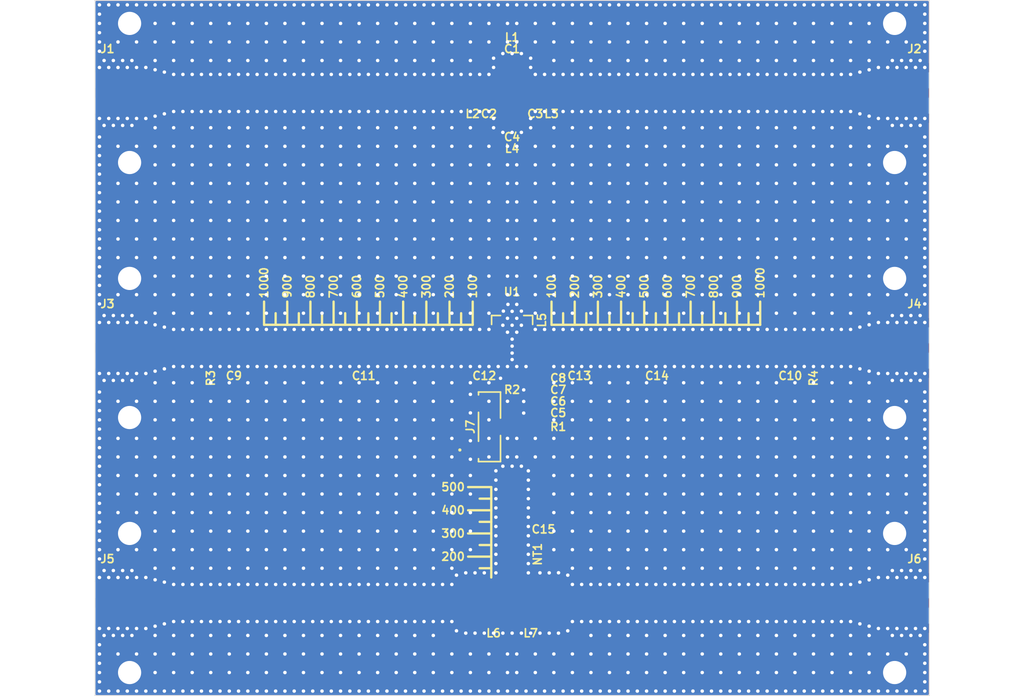
<source format=kicad_pcb>
(kicad_pcb (version 20240108) (generator "pcbnew") (generator_version "8.0")
  (title_block (title "S-Band 1W Amplifier Prototype") (date "2024-08-23") (rev "0") (company "Wireless and Control Systems LLC") (comment 1 "Dan Tatum"))
  (layers (0 "F.Cu" signal) (31 "B.Cu" signal) (34 "B.Paste" user) (35 "F.Paste" user) (36 "B.SilkS" user "B.Silkscreen") (37 "F.SilkS" user "F.Silkscreen") (38 "B.Mask" user) (39 "F.Mask" user) (44 "Edge.Cuts" user))
  (net 0 "")
  (net 1 "GND")
  (net 2 "Net-(C4-Pad2)")
  (net 3 "/J1")
  (net 4 "Net-(C5-Pad1)")
  (net 5 "/J4")
  (net 6 "/J3")
  (net 7 "/J2")
  (net 8 "/J5")
  (net 9 "/J6")
  (net 10 "Net-(C1-Pad2)")
  (net 11 "Net-(C1-Pad1)")
  (net 12 "Net-(C2-Pad1)")
  (net 13 "Net-(C3-Pad2)")
  (net 14 "Net-(C8-Pad2)")
  (net 15 "Net-(C15-Pad1)")
  (net 16 "Net-(C10-Pad1)")
  (net 17 "Net-(C11-Pad1)")
  (net 18 "Net-(L6-Pad2)")
  (net 19 "Net-(J7-Pad2)")
  (footprint "proj_library:EMPCB.SMAFSTJ.C.HT" (layer "F.Cu") (at 101.6 60.96 180)
    (property "Reference" "J1")
    (property "Value" "EMPCB.SMAFSTJ.C.HT")
    (fp_line (start 0 -2.3622) (end 0 2.3622) (stroke (width 0.0508)) (layer "Edge.Cuts"))
  )
  (footprint "proj_library:EMPCB.SMAFSTJ.C.HT" (layer "F.Cu") (at 101.6 88.9 180)
    (property "Reference" "J3")
    (property "Value" "EMPCB.SMAFSTJ.C.HT")
    (fp_line (start 0 -2.3622) (end 0 2.3622) (stroke (width 0.0508)) (layer "Edge.Cuts"))
  )
  (footprint "proj_library:EMPCB.SMAFSTJ.C.HT" (layer "F.Cu") (at 193.04 60.96)
    (property "Reference" "J2")
    (property "Value" "EMPCB.SMAFSTJ.C.HT")
    (fp_line (start 0 -2.3622) (end 0 2.3622) (stroke (width 0.0508)) (layer "Edge.Cuts"))
  )
  (footprint "proj_library:EMPCB.SMAFSTJ.C.HT" (layer "F.Cu") (at 193.04 88.9)
    (property "Reference" "J4")
    (property "Value" "EMPCB.SMAFSTJ.C.HT")
    (fp_line (start 0 -2.3622) (end 0 2.3622) (stroke (width 0.0508)) (layer "Edge.Cuts"))
  )
  (footprint "proj_library:AMPHENOL_10129380-903001BLF" (layer "F.Cu") (at 144.843 97.536 90)
    (property "Reference" "J7")
    (property "Value" "10129380-903001BLF")
  )
  (footprint "proj_library:CC0906-4L" (layer "F.Cu") (at 145.288 116.84 -45)
    (property "Reference" "L6")
    (property "Value" "3.85n")
  )
  (footprint "proj_library:R0805" (layer "F.Cu") (at 149.606 97.536)
    (property "Reference" "R1")
    (property "Value" "0")
  )
  (footprint "proj_library:C0603" (layer "F.Cu") (at 149.86 94.742 180)
    (property "Reference" "C6")
    (property "Value" "1u")
  )
  (footprint "proj_library:RFL0402" (layer "F.Cu") (at 150.114 60.96)
    (property "Reference" "L3")
    (property "Value" "10n")
  )
  (footprint "proj_library:RFC0603" (layer "F.Cu") (at 148.082 108.7628)
    (property "Reference" "C15")
    (property "Value" "0.9p" (hide yes))
  )
  (footprint "proj_library:NT22x500" (layer "F.Cu") (at 147.32 109.6264 90)
    (property "Reference" "NT1")
    (property "Value" "NT22x500")
  )
  (footprint "proj_library:SOT-89" (layer "F.Cu") (at 147.32 88.6968)
    (property "Reference" "U1")
    (property "Value" "TQP7M9103")
  )
  (footprint "proj_library:RFC0603" (layer "F.Cu") (at 177.8 88.9)
    (property "Reference" "C10")
    (property "Value" "20p" (hide yes))
  )
  (footprint "proj_library:RFC0402" (layer "F.Cu") (at 147.32 59.436 90)
    (property "Reference" "C1")
    (property "Value" "2.0p")
  )
  (footprint "proj_library:RFR0603" (layer "F.Cu") (at 114.3 89.8779 -90)
    (property "Reference" "R3")
    (property "Value" "10k" (hide yes))
  )
  (footprint "proj_library:RFC0402" (layer "F.Cu") (at 146.304 60.96)
    (property "Reference" "C2")
    (property "Value" "0.4p")
  )
  (footprint "proj_library:RFR0603" (layer "F.Cu") (at 147.32 92.202 180)
    (property "Reference" "R2")
    (property "Value" "51.1" (hide yes))
  )
  (footprint "proj_library:RFC0603" (layer "F.Cu") (at 163.195 89.8779 -90)
    (property "Reference" "C14")
    (property "Value" "1.5p" (hide yes))
  )
  (footprint "proj_library:RFC0402" (layer "F.Cu") (at 148.336 60.96)
    (property "Reference" "C3")
    (property "Value" "0.4p")
  )
  (footprint "proj_library:EMPCB.SMAFSTJ.C.HT" (layer "F.Cu") (at 101.6 116.84 180)
    (property "Reference" "J5")
    (property "Value" "EMPCB.SMAFSTJ.C.HT")
    (fp_line (start 0 -2.3622) (end 0 2.3622) (stroke (width 0.0508)) (layer "Edge.Cuts"))
  )
  (footprint "proj_library:RFC0603" (layer "F.Cu") (at 131.064 89.8779 -90)
    (property "Reference" "C11")
    (property "Value" "1.5p" (hide yes))
  )
  (footprint "proj_library:C0603_DNF" (layer "F.Cu") (at 149.86 96.012 180)
    (property "Reference" "C5")
    (property "Value" "DNF")
  )
  (footprint "proj_library:RFC0603" (layer "F.Cu") (at 144.2212 89.8779 -90)
    (property "Reference" "C12")
    (property "Value" "2.7p" (hide yes))
  )
  (footprint "proj_library:RFL0402" (layer "F.Cu") (at 144.526 60.96)
    (property "Reference" "L2")
    (property "Value" "10n")
  )
  (footprint "proj_library:RFC0402" (layer "F.Cu") (at 147.32 62.484 -90)
    (property "Reference" "C4")
    (property "Value" "0.8p")
  )
  (footprint "proj_library:RFC0603" (layer "F.Cu") (at 153.289 89.8779 -90)
    (property "Reference" "C13")
    (property "Value" "6.8p" (hide yes))
  )
  (footprint "proj_library:RFC0603" (layer "F.Cu") (at 116.84 88.9)
    (property "Reference" "C9")
    (property "Value" "20p" (hide yes))
  )
  (footprint "proj_library:C0603" (layer "F.Cu") (at 149.86 93.472 180)
    (property "Reference" "C7")
    (property "Value" "0.1u")
  )
  (footprint "proj_library:RFC0603" (layer "F.Cu") (at 149.86 92.202 180)
    (property "Reference" "C8")
    (property "Value" "20p" (hide yes))
  )
  (footprint "proj_library:RFL0402" (layer "F.Cu") (at 147.32 64.262 -90)
    (property "Reference" "L4")
    (property "Value" "2.2n")
  )
  (footprint "proj_library:RFL0603" (layer "F.Cu") (at 150.622 89.8779 90)
    (property "Reference" "L5")
    (property "Value" "12n" (hide yes))
  )
  (footprint "proj_library:EMPCB.SMAFSTJ.C.HT" (layer "F.Cu") (at 193.04 116.84)
    (property "Reference" "J6")
    (property "Value" "EMPCB.SMAFSTJ.C.HT")
    (fp_line (start 0 -2.3622) (end 0 2.3622) (stroke (width 0.0508)) (layer "Edge.Cuts"))
  )
  (footprint "proj_library:CC0906-4L" (layer "F.Cu") (at 149.352 116.84 -45)
    (property "Reference" "L7")
    (property "Value" "3.85n")
  )
  (footprint "proj_library:RFR0603" (layer "F.Cu") (at 180.34 89.8779 -90)
    (property "Reference" "R4")
    (property "Value" "10k" (hide yes))
  )
  (footprint "proj_library:RFL0402" (layer "F.Cu") (at 147.32 57.658 -90)
    (property "Reference" "L1")
    (property "Value" "4.7n")
  )
  (gr_rect (start 147.0406 115.0874) (end 147.5994 117.1448) (fill solid) (layer "F.Cu") (net 18))
  (gr_rect (start 188.3918 60.4139) (end 192.9638 61.5061) (fill solid) (layer "F.Cu") (net 7))
  (gr_rect (start 146.8628 89.4334) (end 147.7772 90.3224) (fill solid) (layer "F.Cu") (net 1))
  (gr_rect (start 147.0406 89.1286) (end 147.0406 89.1794) (stroke (width 0.1778)) (fill none) (layer "F.Cu") (net 1))
  (gr_rect (start 101.6762 60.4139) (end 106.2482 61.5061) (fill solid) (layer "F.Cu") (net 3))
  (gr_rect (start 147.7518 91.7448) (end 149.4282 92.6592) (fill solid) (layer "F.Cu") (net 14))
  (gr_rect (start 146.9898 62.738) (end 147.6502 64.008) (fill solid) (layer "F.Cu") (net 2))
  (gr_rect (start 146.9898 59.69) (end 147.6502 62.23) (fill solid) (layer "F.Cu") (net 11))
  (gr_rect (start 144.78 60.6298) (end 146.05 61.2902) (fill solid) (layer "F.Cu") (net 12))
  (gr_rect (start 146.558 60.6298) (end 148.082 61.2902) (fill solid) (layer "F.Cu") (net 11))
  (gr_rect (start 148.59 60.6298) (end 149.86 61.2902) (fill solid) (layer "F.Cu") (net 13))
  (gr_rect (start 146.9898 57.912) (end 147.6502 59.182) (fill solid) (layer "F.Cu") (net 10))
  (gr_rect (start 145.542 96.901) (end 149.1996 98.171) (fill solid) (layer "F.Cu") (net 19))
  (gr_rect (start 188.3918 116.2939) (end 192.9638 117.3861) (fill solid) (layer "F.Cu") (net 9))
  (gr_rect (start 101.6762 88.3539) (end 106.2482 89.4461) (fill solid) (layer "F.Cu") (net 6))
  (gr_rect (start 101.6762 116.2939) (end 106.2482 117.3861) (fill solid) (layer "F.Cu") (net 8))
  (gr_rect (start 150.1648 90.9701) (end 151.0792 98.2345) (fill solid) (layer "F.Cu") (net 4))
  (gr_rect (start 188.3918 88.3539) (end 192.9638 89.4461) (fill solid) (layer "F.Cu") (net 5))
  (gr_line (start 137.922 83.82) (end 137.922 86.36) (stroke (width 0.254)) (layer "F.SilkS"))
  (gr_line (start 130.302 83.82) (end 130.302 86.36) (stroke (width 0.254)) (layer "F.SilkS"))
  (gr_line (start 125.222 83.82) (end 125.222 86.36) (stroke (width 0.254)) (layer "F.SilkS"))
  (gr_line (start 169.418 83.82) (end 169.418 86.36) (stroke (width 0.254)) (layer "F.SilkS"))
  (gr_line (start 155.448 85.09) (end 155.448 86.36) (stroke (width 0.254)) (layer "F.SilkS"))
  (gr_line (start 163.068 85.09) (end 163.068 86.36) (stroke (width 0.254)) (layer "F.SilkS"))
  (gr_line (start 166.878 83.82) (end 166.878 86.36) (stroke (width 0.254)) (layer "F.SilkS"))
  (gr_line (start 160.528 85.09) (end 160.528 86.36) (stroke (width 0.254)) (layer "F.SilkS"))
  (gr_line (start 132.842 83.82) (end 132.842 86.36) (stroke (width 0.254)) (layer "F.SilkS"))
  (gr_line (start 136.652 85.09) (end 136.652 86.36) (stroke (width 0.254)) (layer "F.SilkS"))
  (gr_line (start 154.178 83.82) (end 154.178 86.36) (stroke (width 0.254)) (layer "F.SilkS"))
  (gr_line (start 145.034 109.22) (end 142.494 109.22) (stroke (width 0.254)) (layer "F.SilkS"))
  (gr_line (start 139.192 85.09) (end 139.192 86.36) (stroke (width 0.254)) (layer "F.SilkS"))
  (gr_line (start 123.952 85.09) (end 123.952 86.36) (stroke (width 0.254)) (layer "F.SilkS"))
  (gr_line (start 161.798 83.82) (end 161.798 86.36) (stroke (width 0.254)) (layer "F.SilkS"))
  (gr_line (start 145.034 106.68) (end 142.494 106.68) (stroke (width 0.254)) (layer "F.SilkS"))
  (gr_line (start 126.492 85.09) (end 126.492 86.36) (stroke (width 0.254)) (layer "F.SilkS"))
  (gr_line (start 171.958 83.82) (end 171.958 86.36) (stroke (width 0.254)) (layer "F.SilkS"))
  (gr_line (start 145.034 110.49) (end 143.764 110.49) (stroke (width 0.254)) (layer "F.SilkS"))
  (gr_line (start 151.638 83.82) (end 151.638 86.36) (stroke (width 0.254)) (layer "F.SilkS"))
  (gr_line (start 165.608 85.09) (end 165.608 86.36) (stroke (width 0.254)) (layer "F.SilkS"))
  (gr_line (start 129.032 85.09) (end 129.032 86.36) (stroke (width 0.254)) (layer "F.SilkS"))
  (gr_line (start 157.988 85.09) (end 157.988 86.36) (stroke (width 0.254)) (layer "F.SilkS"))
  (gr_line (start 135.382 83.82) (end 135.382 86.36) (stroke (width 0.254)) (layer "F.SilkS"))
  (gr_line (start 140.462 83.82) (end 140.462 86.36) (stroke (width 0.254)) (layer "F.SilkS"))
  (gr_line (start 152.908 85.09) (end 152.908 86.36) (stroke (width 0.254)) (layer "F.SilkS"))
  (gr_line (start 120.142 83.82) (end 120.142 86.36) (stroke (width 0.254)) (layer "F.SilkS"))
  (gr_line (start 134.112 85.09) (end 134.112 86.36) (stroke (width 0.254)) (layer "F.SilkS"))
  (gr_line (start 156.718 83.82) (end 156.718 86.36) (stroke (width 0.254)) (layer "F.SilkS"))
  (gr_line (start 151.638 86.36) (end 174.498 86.36) (stroke (width 0.254)) (layer "F.SilkS"))
  (gr_line (start 120.142 86.36) (end 143.002 86.36) (stroke (width 0.254)) (layer "F.SilkS"))
  (gr_line (start 164.338 83.82) (end 164.338 86.36) (stroke (width 0.254)) (layer "F.SilkS"))
  (gr_line (start 141.732 85.09) (end 141.732 86.36) (stroke (width 0.254)) (layer "F.SilkS"))
  (gr_line (start 145.034 107.95) (end 143.764 107.95) (stroke (width 0.254)) (layer "F.SilkS"))
  (gr_line (start 145.034 111.76) (end 142.494 111.76) (stroke (width 0.254)) (layer "F.SilkS"))
  (gr_line (start 131.572 85.09) (end 131.572 86.36) (stroke (width 0.254)) (layer "F.SilkS"))
  (gr_line (start 145.034 104.14) (end 145.034 114.046) (stroke (width 0.254)) (layer "F.SilkS"))
  (gr_line (start 143.002 83.82) (end 143.002 86.36) (stroke (width 0.254)) (layer "F.SilkS"))
  (gr_line (start 127.762 83.82) (end 127.762 86.36) (stroke (width 0.254)) (layer "F.SilkS"))
  (gr_line (start 159.258 83.82) (end 159.258 86.36) (stroke (width 0.254)) (layer "F.SilkS"))
  (gr_line (start 168.148 85.09) (end 168.148 86.36) (stroke (width 0.254)) (layer "F.SilkS"))
  (gr_line (start 122.682 83.82) (end 122.682 86.36) (stroke (width 0.254)) (layer "F.SilkS"))
  (gr_line (start 170.688 85.09) (end 170.688 86.36) (stroke (width 0.254)) (layer "F.SilkS"))
  (gr_line (start 145.034 105.41) (end 143.764 105.41) (stroke (width 0.254)) (layer "F.SilkS"))
  (gr_line (start 173.228 85.09) (end 173.228 86.36) (stroke (width 0.254)) (layer "F.SilkS"))
  (gr_line (start 145.034 113.03) (end 143.764 113.03) (stroke (width 0.254)) (layer "F.SilkS"))
  (gr_line (start 121.412 85.09) (end 121.412 86.36) (stroke (width 0.254)) (layer "F.SilkS"))
  (gr_line (start 145.034 104.14) (end 142.494 104.14) (stroke (width 0.254)) (layer "F.SilkS"))
  (gr_line (start 174.498 83.82) (end 174.498 86.36) (stroke (width 0.254)) (layer "F.SilkS"))
  (gr_line (start 193.04 119.2022) (end 193.04 127) (stroke (width 0.0508)) (layer "Edge.Cuts"))
  (gr_line (start 101.6 91.2622) (end 101.6 114.4778) (stroke (width 0.0508)) (layer "Edge.Cuts"))
  (gr_line (start 193.04 58.5978) (end 193.04 50.8) (stroke (width 0.0508)) (layer "Edge.Cuts"))
  (gr_line (start 101.6 127) (end 193.04 127) (stroke (width 0.0508)) (layer "Edge.Cuts"))
  (gr_line (start 101.6 58.5978) (end 101.6 50.8) (stroke (width 0.0508)) (layer "Edge.Cuts"))
  (gr_line (start 101.6 50.8) (end 193.04 50.8) (stroke (width 0.0508)) (layer "Edge.Cuts"))
  (gr_line (start 193.04 86.5378) (end 193.04 63.3222) (stroke (width 0.0508)) (layer "Edge.Cuts"))
  (gr_line (start 101.6 119.2022) (end 101.6 127) (stroke (width 0.0508)) (layer "Edge.Cuts"))
  (gr_line (start 101.6 63.3222) (end 101.6 86.5378) (stroke (width 0.0508)) (layer "Edge.Cuts"))
  (gr_line (start 193.04 114.4778) (end 193.04 91.2622) (stroke (width 0.0508)) (layer "Edge.Cuts"))
  (gr_text "400" (at 159.258 83.566 90) (layer "F.SilkS") (effects (font (size 0.889 0.889) (thickness 0.1778) (bold yes)) (justify left)))
  (gr_text "700" (at 166.878 83.566 90) (layer "F.SilkS") (effects (font (size 0.889 0.889) (thickness 0.1778) (bold yes)) (justify left)))
  (gr_text "200" (at 142.24 111.76 0) (layer "F.SilkS") (effects (font (size 0.889 0.889) (thickness 0.1778) (bold yes)) (justify right)))
  (gr_text "700" (at 127.762 83.566 90) (layer "F.SilkS") (effects (font (size 0.889 0.889) (thickness 0.1778) (bold yes)) (justify left)))
  (gr_text "300" (at 156.718 83.566 90) (layer "F.SilkS") (effects (font (size 0.889 0.889) (thickness 0.1778) (bold yes)) (justify left)))
  (gr_text "500" (at 161.798 83.566 90) (layer "F.SilkS") (effects (font (size 0.889 0.889) (thickness 0.1778) (bold yes)) (justify left)))
  (gr_text "200" (at 154.178 83.566 90) (layer "F.SilkS") (effects (font (size 0.889 0.889) (thickness 0.1778) (bold yes)) (justify left)))
  (gr_text "1000" (at 174.498 83.566 90) (layer "F.SilkS") (effects (font (size 0.889 0.889) (thickness 0.1778) (bold yes)) (justify left)))
  (gr_text "500" (at 142.24 104.14 0) (layer "F.SilkS") (effects (font (size 0.889 0.889) (thickness 0.1778) (bold yes)) (justify right)))
  (gr_text "400" (at 135.382 83.566 90) (layer "F.SilkS") (effects (font (size 0.889 0.889) (thickness 0.1778) (bold yes)) (justify left)))
  (gr_text "300" (at 137.922 83.566 90) (layer "F.SilkS") (effects (font (size 0.889 0.889) (thickness 0.1778) (bold yes)) (justify left)))
  (gr_text "200" (at 140.462 83.566 90) (layer "F.SilkS") (effects (font (size 0.889 0.889) (thickness 0.1778) (bold yes)) (justify left)))
  (gr_text "600" (at 164.338 83.566 90) (layer "F.SilkS") (effects (font (size 0.889 0.889) (thickness 0.1778) (bold yes)) (justify left)))
  (gr_text "900" (at 171.958 83.566 90) (layer "F.SilkS") (effects (font (size 0.889 0.889) (thickness 0.1778) (bold yes)) (justify left)))
  (gr_text "100" (at 143.002 83.566 90) (layer "F.SilkS") (effects (font (size 0.889 0.889) (thickness 0.1778) (bold yes)) (justify left)))
  (gr_text "800" (at 169.418 83.566 90) (layer "F.SilkS") (effects (font (size 0.889 0.889) (thickness 0.1778) (bold yes)) (justify left)))
  (gr_text "500" (at 132.842 83.566 90) (layer "F.SilkS") (effects (font (size 0.889 0.889) (thickness 0.1778) (bold yes)) (justify left)))
  (gr_text "100" (at 151.638 83.566 90) (layer "F.SilkS") (effects (font (size 0.889 0.889) (thickness 0.1778) (bold yes)) (justify left)))
  (gr_text "600" (at 130.302 83.566 90) (layer "F.SilkS") (effects (font (size 0.889 0.889) (thickness 0.1778) (bold yes)) (justify left)))
  (gr_text "800" (at 125.222 83.566 90) (layer "F.SilkS") (effects (font (size 0.889 0.889) (thickness 0.1778) (bold yes)) (justify left)))
  (gr_text "300" (at 142.24 109.22 0) (layer "F.SilkS") (effects (font (size 0.889 0.889) (thickness 0.1778) (bold yes)) (justify right)))
  (gr_text "900" (at 122.682 83.566 90) (layer "F.SilkS") (effects (font (size 0.889 0.889) (thickness 0.1778) (bold yes)) (justify left)))
  (gr_text "1000" (at 120.142 83.566 90) (layer "F.SilkS") (effects (font (size 0.889 0.889) (thickness 0.1778) (bold yes)) (justify left)))
  (gr_text "400" (at 142.24 106.68 0) (layer "F.SilkS") (effects (font (size 0.889 0.889) (thickness 0.1778) (bold yes)) (justify right)))
  (via (at 179.324 51.308) (size 0.635) (drill 0.381) (layers "F.Cu" "B.Cu") (net 1))
  (via (at 184.404 72.898) (size 0.635) (drill 0.381) (layers "F.Cu" "B.Cu") (net 1))
  (via (at 184.404 108.966) (size 0.635) (drill 0.381) (layers "F.Cu" "B.Cu") (net 1))
  (via (at 136.652 64.77) (size 0.635) (drill 0.381) (layers "F.Cu" "B.Cu") (net 1))
  (via (at 181.356 126.492) (size 0.635) (drill 0.381) (layers "F.Cu" "B.Cu") (net 1))
  (via (at 149.352 63.754) (size 0.635) (drill 0.381) (layers "F.Cu" "B.Cu") (net 1))
  (via (at 110.236 104.902) (size 0.635) (drill 0.381) (layers "F.Cu" "B.Cu") (net 1))
  (via (at 132.588 110.998) (size 0.635) (drill 0.381) (layers "F.Cu" "B.Cu") (net 1))
  (via (at 109.22 51.308) (size 0.635) (drill 0.381) (layers "F.Cu" "B.Cu") (net 1))
  (via (at 145.542 103.378) (size 0.635) (drill 0.381) (layers "F.Cu" "B.Cu") (net 1))
  (via (at 120.396 96.774) (size 0.635) (drill 0.381) (layers "F.Cu" "B.Cu") (net 1))
  (via (at 192.532 110.998) (size 0.635) (drill 0.381) (layers "F.Cu" "B.Cu") (net 1))
  (via (at 176.276 126.492) (size 0.635) (drill 0.381) (layers "F.Cu" "B.Cu") (net 1))
  (via (at 151.384 120.142) (size 0.635) (drill 0.381) (layers "F.Cu" "B.Cu") (net 1))
  (via (at 116.332 122.428) (size 0.635) (drill 0.381) (layers "F.Cu" "B.Cu") (net 1))
  (via (at 106.172 94.742) (size 0.635) (drill 0.381) (layers "F.Cu" "B.Cu") (net 1))
  (via (at 114.3 78.994) (size 0.635) (drill 0.381) (layers "F.Cu" "B.Cu") (net 1))
  (via (at 102.108 125.476) (size 0.635) (drill 0.381) (layers "F.Cu" "B.Cu") (net 1))
  (via (at 175.26 114.808) (size 0.635) (drill 0.381) (layers "F.Cu" "B.Cu") (net 1))
  (via (at 132.588 102.87) (size 0.635) (drill 0.381) (layers "F.Cu" "B.Cu") (net 1))
  (via (at 102.108 102.87) (size 0.635) (drill 0.381) (layers "F.Cu" "B.Cu") (net 1))
  (via (at 170.18 126.492) (size 0.635) (drill 0.381) (layers "F.Cu" "B.Cu") (net 1))
  (via (at 136.652 58.928) (size 0.635) (drill 0.381) (layers "F.Cu" "B.Cu") (net 1))
  (via (at 190.5 72.898) (size 0.635) (drill 0.381) (layers "F.Cu" "B.Cu") (net 1))
  (via (at 108.204 76.962) (size 0.635) (drill 0.381) (layers "F.Cu" "B.Cu") (net 1))
  (via (at 118.364 114.808) (size 0.635) (drill 0.381) (layers "F.Cu" "B.Cu") (net 1))
  (via (at 151.892 53.34) (size 0.635) (drill 0.381) (layers "F.Cu" "B.Cu") (net 1))
  (via (at 112.268 55.372) (size 0.635) (drill 0.381) (layers "F.Cu" "B.Cu") (net 1))
  (via (at 166.116 94.742) (size 0.635) (drill 0.381) (layers "F.Cu" "B.Cu") (net 1))
  (via (at 174.244 70.866) (size 0.635) (drill 0.381) (layers "F.Cu" "B.Cu") (net 1))
  (via (at 111.252 62.992) (size 0.635) (drill 0.381) (layers "F.Cu" "B.Cu") (net 1))
  (via (at 186.436 106.934) (size 0.635) (drill 0.381) (layers "F.Cu" "B.Cu") (net 1))
  (via (at 118.364 126.492) (size 0.635) (drill 0.381) (layers "F.Cu" "B.Cu") (net 1))
  (via (at 184.404 113.03) (size 0.635) (drill 0.381) (layers "F.Cu" "B.Cu") (net 1))
  (via (at 145.796 126.492) (size 0.635) (drill 0.381) (layers "F.Cu" "B.Cu") (net 1))
  (via (at 176.276 114.808) (size 0.635) (drill 0.381) (layers "F.Cu" "B.Cu") (net 1))
  (via (at 173.228 86.868) (size 0.635) (drill 0.381) (layers "F.Cu" "B.Cu") (net 1))
  (via (at 126.492 78.994) (size 0.635) (drill 0.381) (layers "F.Cu" "B.Cu") (net 1))
  (via (at 176.276 57.404) (size 0.635) (drill 0.381) (layers "F.Cu" "B.Cu") (net 1))
  (via (at 174.244 98.806) (size 0.635) (drill 0.381) (layers "F.Cu" "B.Cu") (net 1))
  (via (at 171.196 62.992) (size 0.635) (drill 0.381) (layers "F.Cu" "B.Cu") (net 1))
  (via (at 132.588 78.994) (size 0.635) (drill 0.381) (layers "F.Cu" "B.Cu") (net 1))
  (via (at 113.284 62.992) (size 0.635) (drill 0.381) (layers "F.Cu" "B.Cu") (net 1))
  (via (at 114.3 94.742) (size 0.635) (drill 0.381) (layers "F.Cu" "B.Cu") (net 1))
  (via (at 184.404 102.87) (size 0.635) (drill 0.381) (layers "F.Cu" "B.Cu") (net 1))
  (via (at 162.052 78.994) (size 0.635) (drill 0.381) (layers "F.Cu" "B.Cu") (net 1))
  (via (at 151.892 104.902) (size 0.635) (drill 0.381) (layers "F.Cu" "B.Cu") (net 1))
  (via (at 115.316 114.808) (size 0.635) (drill 0.381) (layers "F.Cu" "B.Cu") (net 1))
  (via (at 167.132 51.308) (size 0.635) (drill 0.381) (layers "F.Cu" "B.Cu") (net 1))
  (via (at 170.18 94.742) (size 0.635) (drill 0.381) (layers "F.Cu" "B.Cu") (net 1))
  (via (at 172.212 110.998) (size 0.635) (drill 0.381) (layers "F.Cu" "B.Cu") (net 1))
  (via (at 174.244 124.46) (size 0.635) (drill 0.381) (layers "F.Cu" "B.Cu") (net 1))
  (via (at 155.956 74.93) (size 0.635) (drill 0.381) (layers "F.Cu" "B.Cu") (net 1))
  (via (at 172.212 53.34) (size 0.635) (drill 0.381) (layers "F.Cu" "B.Cu") (net 1))
  (via (at 147.828 76.962) (size 0.635) (drill 0.381) (layers "F.Cu" "B.Cu") (net 1))
  (via (at 145.542 102.362) (size 0.635) (drill 0.381) (layers "F.Cu" "B.Cu") (net 1))
  (via (at 110.236 62.992) (size 0.635) (drill 0.381) (layers "F.Cu" "B.Cu") (net 1))
  (via (at 157.988 74.93) (size 0.635) (drill 0.381) (layers "F.Cu" "B.Cu") (net 1))
  (via (at 180.34 76.962) (size 0.635) (drill 0.381) (layers "F.Cu" "B.Cu") (net 1))
  (via (at 132.588 92.71) (size 0.635) (drill 0.381) (layers "F.Cu" "B.Cu") (net 1))
  (via (at 141.732 58.928) (size 0.635) (drill 0.381) (layers "F.Cu" "B.Cu") (net 1))
  (via (at 145.542 110.49) (size 0.635) (drill 0.381) (layers "F.Cu" "B.Cu") (net 1))
  (via (at 134.62 53.34) (size 0.635) (drill 0.381) (layers "F.Cu" "B.Cu") (net 1))
  (via (at 153.924 98.806) (size 0.635) (drill 0.381) (layers "F.Cu" "B.Cu") (net 1))
  (via (at 170.18 58.928) (size 0.635) (drill 0.381) (layers "F.Cu" "B.Cu") (net 1))
  (via (at 155.956 106.934) (size 0.635) (drill 0.381) (layers "F.Cu" "B.Cu") (net 1))
  (via (at 155.956 86.868) (size 0.635) (drill 0.381) (layers "F.Cu" "B.Cu") (net 1))
  (via (at 139.7 86.868) (size 0.635) (drill 0.381) (layers "F.Cu" "B.Cu") (net 1))
  (via (at 138.684 53.34) (size 0.635) (drill 0.381) (layers "F.Cu" "B.Cu") (net 1))
  (via (at 130.556 86.868) (size 0.635) (drill 0.381) (layers "F.Cu" "B.Cu") (net 1))
  (via (at 186.436 74.93) (size 0.635) (drill 0.381) (layers "F.Cu" "B.Cu") (net 1))
  (via (at 151.892 81.026) (size 0.635) (drill 0.381) (layers "F.Cu" "B.Cu") (net 1))
  (via (at 134.62 100.838) (size 0.635) (drill 0.381) (layers "F.Cu" "B.Cu") (net 1))
  (via (at 157.988 76.962) (size 0.635) (drill 0.381) (layers "F.Cu" "B.Cu") (net 1))
  (via (at 146.304 56.642) (size 0.635) (drill 0.381) (layers "F.Cu" "B.Cu") (net 1))
  (via (at 114.3 72.898) (size 0.635) (drill 0.381) (layers "F.Cu" "B.Cu") (net 1))
  (via (at 114.3 85.09) (size 0.635) (drill 0.381) (layers "F.Cu" "B.Cu") (net 1))
  (via (at 178.308 106.934) (size 0.635) (drill 0.381) (layers "F.Cu" "B.Cu") (net 1))
  (via (at 182.372 122.428) (size 0.635) (drill 0.381) (layers "F.Cu" "B.Cu") (net 1))
  (via (at 160.02 110.998) (size 0.635) (drill 0.381) (layers "F.Cu" "B.Cu") (net 1))
  (via (at 167.132 86.868) (size 0.635) (drill 0.381) (layers "F.Cu" "B.Cu") (net 1))
  (via (at 156.972 126.492) (size 0.635) (drill 0.381) (layers "F.Cu" "B.Cu") (net 1))
  (via (at 130.556 72.898) (size 0.635) (drill 0.381) (layers "F.Cu" "B.Cu") (net 1))
  (via (at 106.172 55.372) (size 0.635) (drill 0.381) (layers "F.Cu" "B.Cu") (net 1))
  (via (at 146.812 53.34) (size 0.635) (drill 0.381) (layers "F.Cu" "B.Cu") (net 1))
  (via (at 130.556 81.026) (size 0.635) (drill 0.381) (layers "F.Cu" "B.Cu") (net 1))
  (via (at 178.308 126.492) (size 0.635) (drill 0.381) (layers "F.Cu" "B.Cu") (net 1))
  (via (at 124.46 122.428) (size 0.635) (drill 0.381) (layers "F.Cu" "B.Cu") (net 1))
  (via (at 122.428 51.308) (size 0.635) (drill 0.381) (layers "F.Cu" "B.Cu") (net 1))
  (via (at 149.098 103.378) (size 0.635) (drill 0.381) (layers "F.Cu" "B.Cu") (net 1))
  (via (at 136.652 114.808) (size 0.635) (drill 0.381) (layers "F.Cu" "B.Cu") (net 1))
  (via (at 146.812 66.802) (size 0.635) (drill 0.381) (layers "F.Cu" "B.Cu") (net 1))
  (via (at 157.988 96.774) (size 0.635) (drill 0.381) (layers "F.Cu" "B.Cu") (net 1))
  (via (at 132.588 66.802) (size 0.635) (drill 0.381) (layers "F.Cu" "B.Cu") (net 1))
  (via (at 191.516 51.308) (size 0.635) (drill 0.381) (layers "F.Cu" "B.Cu") (net 1))
  (via (at 162.052 106.934) (size 0.635) (drill 0.381) (layers "F.Cu" "B.Cu") (net 1))
  (via (at 167.132 90.932) (size 0.635) (drill 0.381) (layers "F.Cu" "B.Cu") (net 1))
  (via (at 142.748 81.026) (size 0.635) (drill 0.381) (layers "F.Cu" "B.Cu") (net 1))
  (via (at 128.524 90.932) (size 0.635) (drill 0.381) (layers "F.Cu" "B.Cu") (net 1))
  (via (at 124.46 114.808) (size 0.635) (drill 0.381) (layers "F.Cu" "B.Cu") (net 1))
  (via (at 179.324 62.992) (size 0.635) (drill 0.381) (layers "F.Cu" "B.Cu") (net 1))
  (via (at 110.236 106.934) (size 0.635) (drill 0.381) (layers "F.Cu" "B.Cu") (net 1))
  (via (at 153.924 124.46) (size 0.635) (drill 0.381) (layers "F.Cu" "B.Cu") (net 1))
  (via (at 120.396 100.838) (size 0.635) (drill 0.381) (layers "F.Cu" "B.Cu") (net 1))
  (via (at 160.02 72.898) (size 0.635) (drill 0.381) (layers "F.Cu" "B.Cu") (net 1))
  (via (at 122.428 124.46) (size 0.635) (drill 0.381) (layers "F.Cu" "B.Cu") (net 1))
  (via (at 104.14 76.962) (size 0.635) (drill 0.381) (layers "F.Cu" "B.Cu") (net 1))
  (via (at 160.02 118.872) (size 0.635) (drill 0.381) (layers "F.Cu" "B.Cu") (net 1))
  (via (at 178.308 122.428) (size 0.635) (drill 0.381) (layers "F.Cu" "B.Cu") (net 1))
  (via (at 172.212 72.898) (size 0.635) (drill 0.381) (layers "F.Cu" "B.Cu") (net 1))
  (via (at 140.716 102.87) (size 0.635) (drill 0.381) (layers "F.Cu" "B.Cu") (net 1))
  (via (at 132.588 85.09) (size 0.635) (drill 0.381) (layers "F.Cu" "B.Cu") (net 1))
  (via (at 166.116 74.93) (size 0.635) (drill 0.381) (layers "F.Cu" "B.Cu") (net 1))
  (via (at 184.404 86.868) (size 0.635) (drill 0.381) (layers "F.Cu" "B.Cu") (net 1))
  (via (at 143.764 90.932) (size 0.635) (drill 0.381) (layers "F.Cu" "B.Cu") (net 1))
  (via (at 149.86 74.93) (size 0.635) (drill 0.381) (layers "F.Cu" "B.Cu") (net 1))
  (via (at 110.236 57.404) (size 0.635) (drill 0.381) (layers "F.Cu" "B.Cu") (net 1))
  (via (at 157.988 106.934) (size 0.635) (drill 0.381) (layers "F.Cu" "B.Cu") (net 1))
  (via (at 182.372 85.09) (size 0.635) (drill 0.381) (layers "F.Cu" "B.Cu") (net 1))
  (via (at 134.62 113.03) (size 0.635) (drill 0.381) (layers "F.Cu" "B.Cu") (net 1))
  (via (at 106.172 51.308) (size 0.635) (drill 0.381) (layers "F.Cu" "B.Cu") (net 1))
  (via (at 180.34 70.866) (size 0.635) (drill 0.381) (layers "F.Cu" "B.Cu") (net 1))
  (via (at 172.212 118.872) (size 0.635) (drill 0.381) (layers "F.Cu" "B.Cu") (net 1))
  (via (at 120.396 72.898) (size 0.635) (drill 0.381) (layers "F.Cu" "B.Cu") (net 1))
  (via (at 168.148 102.87) (size 0.635) (drill 0.381) (layers "F.Cu" "B.Cu") (net 1))
  (via (at 116.332 113.03) (size 0.635) (drill 0.381) (layers "F.Cu" "B.Cu") (net 1))
  (via (at 120.396 124.46) (size 0.635) (drill 0.381) (layers "F.Cu" "B.Cu") (net 1))
  (via (at 105.41 109.22) (size 2.794) (drill 2.54) (layers "F.Cu" "B.Cu") (net 1))
  (via (at 157.988 90.932) (size 0.635) (drill 0.381) (layers "F.Cu" "B.Cu") (net 1))
  (via (at 102.108 98.806) (size 0.635) (drill 0.381) (layers "F.Cu" "B.Cu") (net 1))
  (via (at 114.3 66.802) (size 0.635) (drill 0.381) (layers "F.Cu" "B.Cu") (net 1))
  (via (at 157.988 120.396) (size 0.635) (drill 0.381) (layers "F.Cu" "B.Cu") (net 1))
  (via (at 142.748 110.998) (size 0.635) (drill 0.381) (layers "F.Cu" "B.Cu") (net 1))
  (via (at 149.352 120.142) (size 0.635) (drill 0.381) (layers "F.Cu" "B.Cu") (net 1))
  (via (at 102.108 74.93) (size 0.635) (drill 0.381) (layers "F.Cu" "B.Cu") (net 1))
  (via (at 187.452 119.634) (size 0.635) (drill 0.381) (layers "F.Cu" "B.Cu") (net 1))
  (via (at 116.332 51.308) (size 0.635) (drill 0.381) (layers "F.Cu" "B.Cu") (net 1))
  (via (at 176.276 102.87) (size 0.635) (drill 0.381) (layers "F.Cu" "B.Cu") (net 1))
  (via (at 176.276 104.902) (size 0.635) (drill 0.381) (layers "F.Cu" "B.Cu") (net 1))
  (via (at 128.524 126.492) (size 0.635) (drill 0.381) (layers "F.Cu" "B.Cu") (net 1))
  (via (at 114.3 70.866) (size 0.635) (drill 0.381) (layers "F.Cu" "B.Cu") (net 1))
  (via (at 114.3 122.428) (size 0.635) (drill 0.381) (layers "F.Cu" "B.Cu") (net 1))
  (via (at 136.652 120.396) (size 0.635) (drill 0.381) (layers "F.Cu" "B.Cu") (net 1))
  (via (at 124.46 120.396) (size 0.635) (drill 0.381) (layers "F.Cu" "B.Cu") (net 1))
  (via (at 164.084 113.03) (size 0.635) (drill 0.381) (layers "F.Cu" "B.Cu") (net 1))
  (via (at 178.308 81.026) (size 0.635) (drill 0.381) (layers "F.Cu" "B.Cu") (net 1))
  (via (at 184.404 57.404) (size 0.635) (drill 0.381) (layers "F.Cu" "B.Cu") (net 1))
  (via (at 108.204 113.03) (size 0.635) (drill 0.381) (layers "F.Cu" "B.Cu") (net 1))
  (via (at 102.108 82.042) (size 0.635) (drill 0.381) (layers "F.Cu" "B.Cu") (net 1))
  (via (at 124.46 78.994) (size 0.635) (drill 0.381) (layers "F.Cu" "B.Cu") (net 1))
  (via (at 160.02 104.902) (size 0.635) (drill 0.381) (layers "F.Cu" "B.Cu") (net 1))
  (via (at 123.444 126.492) (size 0.635) (drill 0.381) (layers "F.Cu" "B.Cu") (net 1))
  (via (at 140.716 66.802) (size 0.635) (drill 0.381) (layers "F.Cu" "B.Cu") (net 1))
  (via (at 143.764 86.868) (size 0.635) (drill 0.381) (layers "F.Cu" "B.Cu") (net 1))
  (via (at 182.372 110.998) (size 0.635) (drill 0.381) (layers "F.Cu" "B.Cu") (net 1))
  (via (at 110.236 81.026) (size 0.635) (drill 0.381) (layers "F.Cu" "B.Cu") (net 1))
  (via (at 102.108 105.918) (size 0.635) (drill 0.381) (layers "F.Cu" "B.Cu") (net 1))
  (via (at 155.956 114.808) (size 0.635) (drill 0.381) (layers "F.Cu" "B.Cu") (net 1))
  (via (at 134.62 92.71) (size 0.635) (drill 0.381) (layers "F.Cu" "B.Cu") (net 1))
  (via (at 112.268 122.428) (size 0.635) (drill 0.381) (layers "F.Cu" "B.Cu") (net 1))
  (via (at 185.42 63.246) (size 0.635) (drill 0.381) (layers "F.Cu" "B.Cu") (net 1))
  (via (at 173.228 62.992) (size 0.635) (drill 0.381) (layers "F.Cu" "B.Cu") (net 1))
  (via (at 138.684 98.806) (size 0.635) (drill 0.381) (layers "F.Cu" "B.Cu") (net 1))
  (via (at 179.324 58.928) (size 0.635) (drill 0.381) (layers "F.Cu" "B.Cu") (net 1))
  (via (at 144.272 120.142) (size 0.635) (drill 0.381) (layers "F.Cu" "B.Cu") (net 1))
  (via (at 122.428 72.898) (size 0.635) (drill 0.381) (layers "F.Cu" "B.Cu") (net 1))
  (via (at 131.572 51.308) (size 0.635) (drill 0.381) (layers "F.Cu" "B.Cu") (net 1))
  (via (at 126.492 120.396) (size 0.635) (drill 0.381) (layers "F.Cu" "B.Cu") (net 1))
  (via (at 186.436 68.834) (size 0.635) (drill 0.381) (layers "F.Cu" "B.Cu") (net 1))
  (via (at 152.908 90.932) (size 0.635) (drill 0.381) (layers "F.Cu" "B.Cu") (net 1))
  (via (at 110.236 74.93) (size 0.635) (drill 0.381) (layers "F.Cu" "B.Cu") (net 1))
  (via (at 131.572 58.928) (size 0.635) (drill 0.381) (layers "F.Cu" "B.Cu") (net 1))
  (via (at 118.364 100.838) (size 0.635) (drill 0.381) (layers "F.Cu" "B.Cu") (net 1))
  (via (at 160.02 102.87) (size 0.635) (drill 0.381) (layers "F.Cu" "B.Cu") (net 1))
  (via (at 192.532 106.934) (size 0.635) (drill 0.381) (layers "F.Cu" "B.Cu") (net 1))
  (via (at 183.388 86.868) (size 0.635) (drill 0.381) (layers "F.Cu" "B.Cu") (net 1))
  (via (at 160.02 122.428) (size 0.635) (drill 0.381) (layers "F.Cu" "B.Cu") (net 1))
  (via (at 155.956 58.928) (size 0.635) (drill 0.381) (layers "F.Cu" "B.Cu") (net 1))
  (via (at 170.18 76.962) (size 0.635) (drill 0.381) (layers "F.Cu" "B.Cu") (net 1))
  (via (at 114.3 90.932) (size 0.635) (drill 0.381) (layers "F.Cu" "B.Cu") (net 1))
  (via (at 192.532 98.806) (size 0.635) (drill 0.381) (layers "F.Cu" "B.Cu") (net 1))
  (via (at 153.924 74.93) (size 0.635) (drill 0.381) (layers "F.Cu" "B.Cu") (net 1))
  (via (at 130.556 58.928) (size 0.635) (drill 0.381) (layers "F.Cu" "B.Cu") (net 1))
  (via (at 120.396 118.872) (size 0.635) (drill 0.381) (layers "F.Cu" "B.Cu") (net 1))
  (via (at 178.308 85.09) (size 0.635) (drill 0.381) (layers "F.Cu" "B.Cu") (net 1))
  (via (at 110.236 58.928) (size 0.635) (drill 0.381) (layers "F.Cu" "B.Cu") (net 1))
  (via (at 114.3 58.928) (size 0.635) (drill 0.381) (layers "F.Cu" "B.Cu") (net 1))
  (via (at 108.204 126.492) (size 0.635) (drill 0.381) (layers "F.Cu" "B.Cu") (net 1))
  (via (at 131.572 118.872) (size 0.635) (drill 0.381) (layers "F.Cu" "B.Cu") (net 1))
  (via (at 182.372 68.834) (size 0.635) (drill 0.381) (layers "F.Cu" "B.Cu") (net 1))
  (via (at 189.23 53.34) (size 2.794) (drill 2.54) (layers "F.Cu" "B.Cu") (net 1))
  (via (at 184.404 81.026) (size 0.635) (drill 0.381) (layers "F.Cu" "B.Cu") (net 1))
  (via (at 170.18 83.058) (size 0.635) (drill 0.381) (layers "F.Cu" "B.Cu") (net 1))
  (via (at 134.62 68.834) (size 0.635) (drill 0.381) (layers "F.Cu" "B.Cu") (net 1))
  (via (at 153.924 108.966) (size 0.635) (drill 0.381) (layers "F.Cu" "B.Cu") (net 1))
  (via (at 106.172 110.998) (size 0.635) (drill 0.381) (layers "F.Cu" "B.Cu") (net 1))
  (via (at 165.1 86.868) (size 0.635) (drill 0.381) (layers "F.Cu" "B.Cu") (net 1))
  (via (at 126.492 53.34) (size 0.635) (drill 0.381) (layers "F.Cu" "B.Cu") (net 1))
  (via (at 180.34 118.872) (size 0.635) (drill 0.381) (layers "F.Cu" "B.Cu") (net 1))
  (via (at 114.3 55.372) (size 0.635) (drill 0.381) (layers "F.Cu" "B.Cu") (net 1))
  (via (at 166.116 83.058) (size 0.635) (drill 0.381) (layers "F.Cu" "B.Cu") (net 1))
  (via (at 144.78 62.992) (size 0.635) (drill 0.381) (layers "F.Cu" "B.Cu") (net 1))
  (via (at 132.588 72.898) (size 0.635) (drill 0.381) (layers "F.Cu" "B.Cu") (net 1))
  (via (at 123.444 114.808) (size 0.635) (drill 0.381) (layers "F.Cu" "B.Cu") (net 1))
  (via (at 138.684 81.026) (size 0.635) (drill 0.381) (layers "F.Cu" "B.Cu") (net 1))
  (via (at 165.1 126.492) (size 0.635) (drill 0.381) (layers "F.Cu" "B.Cu") (net 1))
  (via (at 132.588 98.806) (size 0.635) (drill 0.381) (layers "F.Cu" "B.Cu") (net 1))
  (via (at 113.284 126.492) (size 0.635) (drill 0.381) (layers "F.Cu" "B.Cu") (net 1))
  (via (at 178.308 68.834) (size 0.635) (drill 0.381) (layers "F.Cu" "B.Cu") (net 1))
  (via (at 141.224 119.888) (size 0.635) (drill 0.381) (layers "F.Cu" "B.Cu") (net 1))
  (via (at 140.716 104.902) (size 0.635) (drill 0.381) (layers "F.Cu" "B.Cu") (net 1))
  (via (at 155.956 100.838) (size 0.635) (drill 0.381) (layers "F.Cu" "B.Cu") (net 1))
  (via (at 183.388 62.992) (size 0.635) (drill 0.381) (layers "F.Cu" "B.Cu") (net 1))
  (via (at 132.588 58.928) (size 0.635) (drill 0.381) (layers "F.Cu" "B.Cu") (net 1))
  (via (at 112.268 113.03) (size 0.635) (drill 0.381) (layers "F.Cu" "B.Cu") (net 1))
  (via (at 134.62 66.802) (size 0.635) (drill 0.381) (layers "F.Cu" "B.Cu") (net 1))
  (via (at 112.268 74.93) (size 0.635) (drill 0.381) (layers "F.Cu" "B.Cu") (net 1))
  (via (at 102.108 72.898) (size 0.635) (drill 0.381) (layers "F.Cu" "B.Cu") (net 1))
  (via (at 138.684 122.428) (size 0.635) (drill 0.381) (layers "F.Cu" "B.Cu") (net 1))
  (via (at 173.228 126.492) (size 0.635) (drill 0.381) (layers "F.Cu" "B.Cu") (net 1))
  (via (at 184.404 66.802) (size 0.635) (drill 0.381) (layers "F.Cu" "B.Cu") (net 1))
  (via (at 134.62 118.872) (size 0.635) (drill 0.381) (layers "F.Cu" "B.Cu") (net 1))
  (via (at 102.108 51.308) (size 0.635) (drill 0.381) (layers "F.Cu" "B.Cu") (net 1))
  (via (at 130.556 106.934) (size 0.635) (drill 0.381) (layers "F.Cu" "B.Cu") (net 1))
  (via (at 186.436 70.866) (size 0.635) (drill 0.381) (layers "F.Cu" "B.Cu") (net 1))
  (via (at 129.54 118.872) (size 0.635) (drill 0.381) (layers "F.Cu" "B.Cu") (net 1))
  (via (at 134.62 94.742) (size 0.635) (drill 0.381) (layers "F.Cu" "B.Cu") (net 1))
  (via (at 186.436 64.77) (size 0.635) (drill 0.381) (layers "F.Cu" "B.Cu") (net 1))
  (via (at 192.532 74.93) (size 0.635) (drill 0.381) (layers "F.Cu" "B.Cu") (net 1))
  (via (at 163.068 51.308) (size 0.635) (drill 0.381) (layers "F.Cu" "B.Cu") (net 1))
  (via (at 153.924 62.992) (size 0.635) (drill 0.381) (layers "F.Cu" "B.Cu") (net 1))
  (via (at 136.652 110.998) (size 0.635) (drill 0.381) (layers "F.Cu" "B.Cu") (net 1))
  (via (at 186.436 81.026) (size 0.635) (drill 0.381) (layers "F.Cu" "B.Cu") (net 1))
  (via (at 161.036 62.992) (size 0.635) (drill 0.381) (layers "F.Cu" "B.Cu") (net 1))
  (via (at 141.732 86.868) (size 0.635) (drill 0.381) (layers "F.Cu" "B.Cu") (net 1))
  (via (at 161.036 114.808) (size 0.635) (drill 0.381) (layers "F.Cu" "B.Cu") (net 1))
  (via (at 116.332 62.992) (size 0.635) (drill 0.381) (layers "F.Cu" "B.Cu") (net 1))
  (via (at 166.116 120.396) (size 0.635) (drill 0.381) (layers "F.Cu" "B.Cu") (net 1))
  (via (at 174.244 57.404) (size 0.635) (drill 0.381) (layers "F.Cu" "B.Cu") (net 1))
  (via (at 126.492 118.872) (size 0.635) (drill 0.381) (layers "F.Cu" "B.Cu") (net 1))
  (via (at 174.244 120.396) (size 0.635) (drill 0.381) (layers "F.Cu" "B.Cu") (net 1))
  (via (at 153.924 55.372) (size 0.635) (drill 0.381) (layers "F.Cu" "B.Cu") (net 1))
  (via (at 127.508 114.808) (size 0.635) (drill 0.381) (layers "F.Cu" "B.Cu") (net 1))
  (via (at 122.428 102.87) (size 0.635) (drill 0.381) (layers "F.Cu" "B.Cu") (net 1))
  (via (at 107.188 63.754) (size 0.635) (drill 0.381) (layers "F.Cu" "B.Cu") (net 1))
  (via (at 188.468 94.742) (size 0.635) (drill 0.381) (layers "F.Cu" "B.Cu") (net 1))
  (via (at 177.292 86.868) (size 0.635) (drill 0.381) (layers "F.Cu" "B.Cu") (net 1))
  (via (at 164.084 94.742) (size 0.635) (drill 0.381) (layers "F.Cu" "B.Cu") (net 1))
  (via (at 157.988 81.026) (size 0.635) (drill 0.381) (layers "F.Cu" "B.Cu") (net 1))
  (via (at 114.3 126.492) (size 0.635) (drill 0.381) (layers "F.Cu" "B.Cu") (net 1))
  (via (at 182.372 66.802) (size 0.635) (drill 0.381) (layers "F.Cu" "B.Cu") (net 1))
  (via (at 104.14 106.934) (size 0.635) (drill 0.381) (layers "F.Cu" "B.Cu") (net 1))
  (via (at 160.02 57.404) (size 0.635) (drill 0.381) (layers "F.Cu" "B.Cu") (net 1))
  (via (at 138.684 76.962) (size 0.635) (drill 0.381) (layers "F.Cu" "B.Cu") (net 1))
  (via (at 115.316 58.928) (size 0.635) (drill 0.381) (layers "F.Cu" "B.Cu") (net 1))
  (via (at 165.1 58.928) (size 0.635) (drill 0.381) (layers "F.Cu" "B.Cu") (net 1))
  (via (at 172.212 124.46) (size 0.635) (drill 0.381) (layers "F.Cu" "B.Cu") (net 1))
  (via (at 127.508 86.868) (size 0.635) (drill 0.381) (layers "F.Cu" "B.Cu") (net 1))
  (via (at 126.492 96.774) (size 0.635) (drill 0.381) (layers "F.Cu" "B.Cu") (net 1))
  (via (at 106.172 122.428) (size 0.635) (drill 0.381) (layers "F.Cu" "B.Cu") (net 1))
  (via (at 134.62 64.77) (size 0.635) (drill 0.381) (layers "F.Cu" "B.Cu") (net 1))
  (via (at 174.244 104.902) (size 0.635) (drill 0.381) (layers "F.Cu" "B.Cu") (net 1))
  (via (at 116.332 90.932) (size 0.635) (drill 0.381) (layers "F.Cu" "B.Cu") (net 1))
  (via (at 131.572 90.932) (size 0.635) (drill 0.381) (layers "F.Cu" "B.Cu") (net 1))
  (via (at 142.748 122.428) (size 0.635) (drill 0.381) (layers "F.Cu" "B.Cu") (net 1))
  (via (at 147.828 81.026) (size 0.635) (drill 0.381) (layers "F.Cu" "B.Cu") (net 1))
  (via (at 172.212 78.994) (size 0.635) (drill 0.381) (layers "F.Cu" "B.Cu") (net 1))
  (via (at 134.62 90.932) (size 0.635) (drill 0.381) (layers "F.Cu" "B.Cu") (net 1))
  (via (at 167.132 118.872) (size 0.635) (drill 0.381) (layers "F.Cu" "B.Cu") (net 1))
  (via (at 189.23 96.52) (size 2.794) (drill 2.54) (layers "F.Cu" "B.Cu") (net 1))
  (via (at 151.892 62.992) (size 0.635) (drill 0.381) (layers "F.Cu" "B.Cu") (net 1))
  (via (at 102.108 101.854) (size 0.635) (drill 0.381) (layers "F.Cu" "B.Cu") (net 1))
  (via (at 182.372 58.928) (size 0.635) (drill 0.381) (layers "F.Cu" "B.Cu") (net 1))
  (via (at 126.492 104.902) (size 0.635) (drill 0.381) (layers "F.Cu" "B.Cu") (net 1))
  (via (at 132.588 64.77) (size 0.635) (drill 0.381) (layers "F.Cu" "B.Cu") (net 1))
  (via (at 184.404 64.77) (size 0.635) (drill 0.381) (layers "F.Cu" "B.Cu") (net 1))
  (via (at 163.068 114.808) (size 0.635) (drill 0.381) (layers "F.Cu" "B.Cu") (net 1))
  (via (at 104.14 72.898) (size 0.635) (drill 0.381) (layers "F.Cu" "B.Cu") (net 1))
  (via (at 128.524 114.808) (size 0.635) (drill 0.381) (layers "F.Cu" "B.Cu") (net 1))
  (via (at 105.41 81.28) (size 2.794) (drill 2.54) (layers "F.Cu" "B.Cu") (net 1))
  (via (at 134.62 86.868) (size 0.635) (drill 0.381) (layers "F.Cu" "B.Cu") (net 1))
  (via (at 174.244 96.774) (size 0.635) (drill 0.381) (layers "F.Cu" "B.Cu") (net 1))
  (via (at 118.364 122.428) (size 0.635) (drill 0.381) (layers "F.Cu" "B.Cu") (net 1))
  (via (at 160.02 55.372) (size 0.635) (drill 0.381) (layers "F.Cu" "B.Cu") (net 1))
  (via (at 153.924 113.03) (size 0.635) (drill 0.381) (layers "F.Cu" "B.Cu") (net 1))
  (via (at 170.18 68.834) (size 0.635) (drill 0.381) (layers "F.Cu" "B.Cu") (net 1))
  (via (at 184.404 104.902) (size 0.635) (drill 0.381) (layers "F.Cu" "B.Cu") (net 1))
  (via (at 135.636 90.932) (size 0.635) (drill 0.381) (layers "F.Cu" "B.Cu") (net 1))
  (via (at 192.532 75.946) (size 0.635) (drill 0.381) (layers "F.Cu" "B.Cu") (net 1))
  (via (at 164.084 72.898) (size 0.635) (drill 0.381) (layers "F.Cu" "B.Cu") (net 1))
  (via (at 182.372 104.902) (size 0.635) (drill 0.381) (layers "F.Cu" "B.Cu") (net 1))
  (via (at 124.46 102.87) (size 0.635) (drill 0.381) (layers "F.Cu" "B.Cu") (net 1))
  (via (at 155.956 66.802) (size 0.635) (drill 0.381) (layers "F.Cu" "B.Cu") (net 1))
  (via (at 120.396 114.808) (size 0.635) (drill 0.381) (layers "F.Cu" "B.Cu") (net 1))
  (via (at 118.364 81.026) (size 0.635) (drill 0.381) (layers "F.Cu" "B.Cu") (net 1))
  (via (at 102.108 76.962) (size 0.635) (drill 0.381) (layers "F.Cu" "B.Cu") (net 1))
  (via (at 152.908 58.928) (size 0.635) (drill 0.381) (layers "F.Cu" "B.Cu") (net 1))
  (via (at 131.572 62.992) (size 0.635) (drill 0.381) (layers "F.Cu" "B.Cu") (net 1))
  (via (at 122.428 94.742) (size 0.635) (drill 0.381) (layers "F.Cu" "B.Cu") (net 1))
  (via (at 192.532 69.85) (size 0.635) (drill 0.381) (layers "F.Cu" "B.Cu") (net 1))
  (via (at 126.492 126.492) (size 0.635) (drill 0.381) (layers "F.Cu" "B.Cu") (net 1))
  (via (at 118.364 76.962) (size 0.635) (drill 0.381) (layers "F.Cu" "B.Cu") (net 1))
  (via (at 134.62 74.93) (size 0.635) (drill 0.381) (layers "F.Cu" "B.Cu") (net 1))
  (via (at 159.004 51.308) (size 0.635) (drill 0.381) (layers "F.Cu" "B.Cu") (net 1))
  (via (at 168.148 53.34) (size 0.635) (drill 0.381) (layers "F.Cu" "B.Cu") (net 1))
  (via (at 153.924 110.998) (size 0.635) (drill 0.381) (layers "F.Cu" "B.Cu") (net 1))
  (via (at 126.492 55.372) (size 0.635) (drill 0.381) (layers "F.Cu" "B.Cu") (net 1))
  (via (at 142.748 58.928) (size 0.635) (drill 0.381) (layers "F.Cu" "B.Cu") (net 1))
  (via (at 118.364 62.992) (size 0.635) (drill 0.381) (layers "F.Cu" "B.Cu") (net 1))
  (via (at 188.468 122.428) (size 0.635) (drill 0.381) (layers "F.Cu" "B.Cu") (net 1))
  (via (at 140.716 78.994) (size 0.635) (drill 0.381) (layers "F.Cu" "B.Cu") (net 1))
  (via (at 166.116 106.934) (size 0.635) (drill 0.381) (layers "F.Cu" "B.Cu") (net 1))
  (via (at 176.276 85.09) (size 0.635) (drill 0.381) (layers "F.Cu" "B.Cu") (net 1))
  (via (at 146.812 98.806) (size 0.635) (drill 0.381) (layers "F.Cu" "B.Cu") (net 1))
  (via (at 142.748 64.77) (size 0.635) (drill 0.381) (layers "F.Cu" "B.Cu") (net 1))
  (via (at 172.212 96.774) (size 0.635) (drill 0.381) (layers "F.Cu" "B.Cu") (net 1))
  (via (at 128.524 86.868) (size 0.635) (drill 0.381) (layers "F.Cu" "B.Cu") (net 1))
  (via (at 112.268 62.992) (size 0.635) (drill 0.381) (layers "F.Cu" "B.Cu") (net 1))
  (via (at 156.972 58.928) (size 0.635) (drill 0.381) (layers "F.Cu" "B.Cu") (net 1))
  (via (at 162.052 76.962) (size 0.635) (drill 0.381) (layers "F.Cu" "B.Cu") (net 1))
  (via (at 186.436 119.38) (size 0.635) (drill 0.381) (layers "F.Cu" "B.Cu") (net 1))
  (via (at 192.532 65.786) (size 0.635) (drill 0.381) (layers "F.Cu" "B.Cu") (net 1))
  (via (at 161.036 51.308) (size 0.635) (drill 0.381) (layers "F.Cu" "B.Cu") (net 1))
  (via (at 184.404 76.962) (size 0.635) (drill 0.381) (layers "F.Cu" "B.Cu") (net 1))
  (via (at 156.972 62.992) (size 0.635) (drill 0.381) (layers "F.Cu" "B.Cu") (net 1))
  (via (at 121.412 114.808) (size 0.635) (drill 0.381) (layers "F.Cu" "B.Cu") (net 1))
  (via (at 123.444 62.992) (size 0.635) (drill 0.381) (layers "F.Cu" "B.Cu") (net 1))
  (via (at 166.116 57.404) (size 0.635) (drill 0.381) (layers "F.Cu" "B.Cu") (net 1))
  (via (at 120.396 55.372) (size 0.635) (drill 0.381) (layers "F.Cu" "B.Cu") (net 1))
  (via (at 167.132 114.808) (size 0.635) (drill 0.381) (layers "F.Cu" "B.Cu") (net 1))
  (via (at 113.284 118.872) (size 0.635) (drill 0.381) (layers "F.Cu" "B.Cu") (net 1))
  (via (at 120.396 51.308) (size 0.635) (drill 0.381) (layers "F.Cu" "B.Cu") (net 1))
  (via (at 129.54 62.992) (size 0.635) (drill 0.381) (layers "F.Cu" "B.Cu") (net 1))
  (via (at 110.236 122.428) (size 0.635) (drill 0.381) (layers "F.Cu" "B.Cu") (net 1))
  (via (at 186.436 100.838) (size 0.635) (drill 0.381) (layers "F.Cu" "B.Cu") (net 1))
  (via (at 174.244 51.308) (size 0.635) (drill 0.381) (layers "F.Cu" "B.Cu") (net 1))
  (via (at 106.172 70.866) (size 0.635) (drill 0.381) (layers "F.Cu" "B.Cu") (net 1))
  (via (at 187.452 126.492) (size 0.635) (drill 0.381) (layers "F.Cu" "B.Cu") (net 1))
  (via (at 170.18 120.396) (size 0.635) (drill 0.381) (layers "F.Cu" "B.Cu") (net 1))
  (via (at 186.436 57.404) (size 0.635) (drill 0.381) (layers "F.Cu" "B.Cu") (net 1))
  (via (at 174.244 108.966) (size 0.635) (drill 0.381) (layers "F.Cu" "B.Cu") (net 1))
  (via (at 170.18 114.808) (size 0.635) (drill 0.381) (layers "F.Cu" "B.Cu") (net 1))
  (via (at 176.276 108.966) (size 0.635) (drill 0.381) (layers "F.Cu" "B.Cu") (net 1))
  (via (at 188.468 110.998) (size 0.635) (drill 0.381) (layers "F.Cu" "B.Cu") (net 1))
  (via (at 142.748 83.058) (size 0.635) (drill 0.381) (layers "F.Cu" "B.Cu") (net 1))
  (via (at 143.764 58.928) (size 0.635) (drill 0.381) (layers "F.Cu" "B.Cu") (net 1))
  (via (at 147.32 56.642) (size 0.635) (drill 0.381) (layers "F.Cu" "B.Cu") (net 1))
  (via (at 122.428 113.03) (size 0.635) (drill 0.381) (layers "F.Cu" "B.Cu") (net 1))
  (via (at 123.444 58.928) (size 0.635) (drill 0.381) (layers "F.Cu" "B.Cu") (net 1))
  (via (at 192.532 82.042) (size 0.635) (drill 0.381) (layers "F.Cu" "B.Cu") (net 1))
  (via (at 114.3 96.774) (size 0.635) (drill 0.381) (layers "F.Cu" "B.Cu") (net 1))
  (via (at 142.748 93.98) (size 0.635) (drill 0.381) (layers "F.Cu" "B.Cu") (net 1))
  (via (at 138.684 108.966) (size 0.635) (drill 0.381) (layers "F.Cu" "B.Cu") (net 1))
  (via (at 182.372 113.03) (size 0.635) (drill 0.381) (layers "F.Cu" "B.Cu") (net 1))
  (via (at 136.652 98.806) (size 0.635) (drill 0.381) (layers "F.Cu" "B.Cu") (net 1))
  (via (at 118.364 70.866) (size 0.635) (drill 0.381) (layers "F.Cu" "B.Cu") (net 1))
  (via (at 110.236 86.868) (size 0.635) (drill 0.381) (layers "F.Cu" "B.Cu") (net 1))
  (via (at 116.332 78.994) (size 0.635) (drill 0.381) (layers "F.Cu" "B.Cu") (net 1))
  (via (at 153.924 66.802) (size 0.635) (drill 0.381) (layers "F.Cu" "B.Cu") (net 1))
  (via (at 190.5 106.934) (size 0.635) (drill 0.381) (layers "F.Cu" "B.Cu") (net 1))
  (via (at 130.556 62.992) (size 0.635) (drill 0.381) (layers "F.Cu" "B.Cu") (net 1))
  (via (at 102.108 70.866) (size 0.635) (drill 0.381) (layers "F.Cu" "B.Cu") (net 1))
  (via (at 149.86 51.308) (size 0.635) (drill 0.381) (layers "F.Cu" "B.Cu") (net 1))
  (via (at 184.404 53.34) (size 0.635) (drill 0.381) (layers "F.Cu" "B.Cu") (net 1))
  (via (at 162.052 110.998) (size 0.635) (drill 0.381) (layers "F.Cu" "B.Cu") (net 1))
  (via (at 142.748 53.34) (size 0.635) (drill 0.381) (layers "F.Cu" "B.Cu") (net 1))
  (via (at 160.02 74.93) (size 0.635) (drill 0.381) (layers "F.Cu" "B.Cu") (net 1))
  (via (at 137.668 90.932) (size 0.635) (drill 0.381) (layers "F.Cu" "B.Cu") (net 1))
  (via (at 128.524 113.03) (size 0.635) (drill 0.381) (layers "F.Cu" "B.Cu") (net 1))
  (via (at 164.084 106.934) (size 0.635) (drill 0.381) (layers "F.Cu" "B.Cu") (net 1))
  (via (at 125.476 51.308) (size 0.635) (drill 0.381) (layers "F.Cu" "B.Cu") (net 1))
  (via (at 145.542 108.458) (size 0.635) (drill 0.381) (layers "F.Cu" "B.Cu") (net 1))
  (via (at 124.46 85.09) (size 0.635) (drill 0.381) (layers "F.Cu" "B.Cu") (net 1))
  (via (at 136.652 62.992) (size 0.635) (drill 0.381) (layers "F.Cu" "B.Cu") (net 1))
  (via (at 123.444 86.868) (size 0.635) (drill 0.381) (layers "F.Cu" "B.Cu") (net 1))
  (via (at 131.572 114.808) (size 0.635) (drill 0.381) (layers "F.Cu" "B.Cu") (net 1))
  (via (at 136.652 94.742) (size 0.635) (drill 0.381) (layers "F.Cu" "B.Cu") (net 1))
  (via (at 124.46 55.372) (size 0.635) (drill 0.381) (layers "F.Cu" "B.Cu") (net 1))
  (via (at 105.41 53.34) (size 2.794) (drill 2.54) (layers "F.Cu" "B.Cu") (net 1))
  (via (at 108.204 122.428) (size 0.635) (drill 0.381) (layers "F.Cu" "B.Cu") (net 1))
  (via (at 124.46 57.404) (size 0.635) (drill 0.381) (layers "F.Cu" "B.Cu") (net 1))
  (via (at 105.41 124.46) (size 2.794) (drill 2.54) (layers "F.Cu" "B.Cu") (net 1))
  (via (at 128.524 78.994) (size 0.635) (drill 0.381) (layers "F.Cu" "B.Cu") (net 1))
  (via (at 126.492 122.428) (size 0.635) (drill 0.381) (layers "F.Cu" "B.Cu") (net 1))
  (via (at 121.412 90.932) (size 0.635) (drill 0.381) (layers "F.Cu" "B.Cu") (net 1))
  (via (at 149.098 113.538) (size 0.635) (drill 0.381) (layers "F.Cu" "B.Cu") (net 1))
  (via (at 146.812 78.994) (size 0.635) (drill 0.381) (layers "F.Cu" "B.Cu") (net 1))
  (via (at 149.86 55.372) (size 0.635) (drill 0.381) (layers "F.Cu" "B.Cu") (net 1))
  (via (at 153.924 106.934) (size 0.635) (drill 0.381) (layers "F.Cu" "B.Cu") (net 1))
  (via (at 136.652 53.34) (size 0.635) (drill 0.381) (layers "F.Cu" "B.Cu") (net 1))
  (via (at 160.02 64.77) (size 0.635) (drill 0.381) (layers "F.Cu" "B.Cu") (net 1))
  (via (at 124.46 106.934) (size 0.635) (drill 0.381) (layers "F.Cu" "B.Cu") (net 1))
  (via (at 140.716 74.93) (size 0.635) (drill 0.381) (layers "F.Cu" "B.Cu") (net 1))
  (via (at 125.476 62.992) (size 0.635) (drill 0.381) (layers "F.Cu" "B.Cu") (net 1))
  (via (at 151.892 108.966) (size 0.635) (drill 0.381) (layers "F.Cu" "B.Cu") (net 1))
  (via (at 147.828 72.898) (size 0.635) (drill 0.381) (layers "F.Cu" "B.Cu") (net 1))
  (via (at 166.116 108.966) (size 0.635) (drill 0.381) (layers "F.Cu" "B.Cu") (net 1))
  (via (at 126.492 66.802) (size 0.635) (drill 0.381) (layers "F.Cu" "B.Cu") (net 1))
  (via (at 149.86 100.838) (size 0.635) (drill 0.381) (layers "F.Cu" "B.Cu") (net 1))
  (via (at 109.22 91.186) (size 0.635) (drill 0.381) (layers "F.Cu" "B.Cu") (net 1))
  (via (at 115.316 86.868) (size 0.635) (drill 0.381) (layers "F.Cu" "B.Cu") (net 1))
  (via (at 170.18 102.87) (size 0.635) (drill 0.381) (layers "F.Cu" "B.Cu") (net 1))
  (via (at 151.892 55.372) (size 0.635) (drill 0.381) (layers "F.Cu" "B.Cu") (net 1))
  (via (at 108.204 102.87) (size 0.635) (drill 0.381) (layers "F.Cu" "B.Cu") (net 1))
  (via (at 178.308 90.932) (size 0.635) (drill 0.381) (layers "F.Cu" "B.Cu") (net 1))
  (via (at 178.308 58.928) (size 0.635) (drill 0.381) (layers "F.Cu" "B.Cu") (net 1))
  (via (at 130.556 114.808) (size 0.635) (drill 0.381) (layers "F.Cu" "B.Cu") (net 1))
  (via (at 157.988 124.46) (size 0.635) (drill 0.381) (layers "F.Cu" "B.Cu") (net 1))
  (via (at 167.132 126.492) (size 0.635) (drill 0.381) (layers "F.Cu" "B.Cu") (net 1))
  (via (at 181.356 86.868) (size 0.635) (drill 0.381) (layers "F.Cu" "B.Cu") (net 1))
  (via (at 176.276 83.058) (size 0.635) (drill 0.381) (layers "F.Cu" "B.Cu") (net 1))
  (via (at 133.604 90.932) (size 0.635) (drill 0.381) (layers "F.Cu" "B.Cu") (net 1))
  (via (at 116.332 55.372) (size 0.635) (drill 0.381) (layers "F.Cu" "B.Cu") (net 1))
  (via (at 180.34 78.994) (size 0.635) (drill 0.381) (layers "F.Cu" "B.Cu") (net 1))
  (via (at 174.244 83.058) (size 0.635) (drill 0.381) (layers "F.Cu" "B.Cu") (net 1))
  (via (at 177.292 90.932) (size 0.635) (drill 0.381) (layers "F.Cu" "B.Cu") (net 1))
  (via (at 187.452 51.308) (size 0.635) (drill 0.381) (layers "F.Cu" "B.Cu") (net 1))
  (via (at 130.556 108.966) (size 0.635) (drill 0.381) (layers "F.Cu" "B.Cu") (net 1))
  (via (at 110.236 96.774) (size 0.635) (drill 0.381) (layers "F.Cu" "B.Cu") (net 1))
  (via (at 151.892 58.928) (size 0.635) (drill 0.381) (layers "F.Cu" "B.Cu") (net 1))
  (via (at 164.084 104.902) (size 0.635) (drill 0.381) (layers "F.Cu" "B.Cu") (net 1))
  (via (at 140.716 108.966) (size 0.635) (drill 0.381) (layers "F.Cu" "B.Cu") (net 1))
  (via (at 149.098 110.49) (size 0.635) (drill 0.381) (layers "F.Cu" "B.Cu") (net 1))
  (via (at 177.292 114.808) (size 0.635) (drill 0.381) (layers "F.Cu" "B.Cu") (net 1))
  (via (at 142.748 99.06) (size 0.635) (drill 0.381) (layers "F.Cu" "B.Cu") (net 1))
  (via (at 145.288 57.15) (size 0.635) (drill 0.381) (layers "F.Cu" "B.Cu") (net 1))
  (via (at 166.116 81.026) (size 0.635) (drill 0.381) (layers "F.Cu" "B.Cu") (net 1))
  (via (at 124.46 124.46) (size 0.635) (drill 0.381) (layers "F.Cu" "B.Cu") (net 1))
  (via (at 160.02 76.962) (size 0.635) (drill 0.381) (layers "F.Cu" "B.Cu") (net 1))
  (via (at 157.988 86.868) (size 0.635) (drill 0.381) (layers "F.Cu" "B.Cu") (net 1))
  (via (at 182.372 126.492) (size 0.635) (drill 0.381) (layers "F.Cu" "B.Cu") (net 1))
  (via (at 108.204 53.34) (size 0.635) (drill 0.381) (layers "F.Cu" "B.Cu") (net 1))
  (via (at 138.684 120.396) (size 0.635) (drill 0.381) (layers "F.Cu" "B.Cu") (net 1))
  (via (at 120.396 76.962) (size 0.635) (drill 0.381) (layers "F.Cu" "B.Cu") (net 1))
  (via (at 112.268 70.866) (size 0.635) (drill 0.381) (layers "F.Cu" "B.Cu") (net 1))
  (via (at 155.956 126.492) (size 0.635) (drill 0.381) (layers "F.Cu" "B.Cu") (net 1))
  (via (at 102.108 100.838) (size 0.635) (drill 0.381) (layers "F.Cu" "B.Cu") (net 1))
  (via (at 108.204 106.934) (size 0.635) (drill 0.381) (layers "F.Cu" "B.Cu") (net 1))
  (via (at 157.988 70.866) (size 0.635) (drill 0.381) (layers "F.Cu" "B.Cu") (net 1))
  (via (at 116.332 102.87) (size 0.635) (drill 0.381) (layers "F.Cu" "B.Cu") (net 1))
  (via (at 149.86 76.962) (size 0.635) (drill 0.381) (layers "F.Cu" "B.Cu") (net 1))
  (via (at 130.556 90.932) (size 0.635) (drill 0.381) (layers "F.Cu" "B.Cu") (net 1))
  (via (at 182.372 98.806) (size 0.635) (drill 0.381) (layers "F.Cu" "B.Cu") (net 1))
  (via (at 150.876 51.308) (size 0.635) (drill 0.381) (layers "F.Cu" "B.Cu") (net 1))
  (via (at 192.532 95.758) (size 0.635) (drill 0.381) (layers "F.Cu" "B.Cu") (net 1))
  (via (at 185.42 119.126) (size 0.635) (drill 0.381) (layers "F.Cu" "B.Cu") (net 1))
  (via (at 102.108 77.978) (size 0.635) (drill 0.381) (layers "F.Cu" "B.Cu") (net 1))
  (via (at 164.084 96.774) (size 0.635) (drill 0.381) (layers "F.Cu" "B.Cu") (net 1))
  (via (at 118.364 124.46) (size 0.635) (drill 0.381) (layers "F.Cu" "B.Cu") (net 1))
  (via (at 162.052 120.396) (size 0.635) (drill 0.381) (layers "F.Cu" "B.Cu") (net 1))
  (via (at 178.308 78.994) (size 0.635) (drill 0.381) (layers "F.Cu" "B.Cu") (net 1))
  (via (at 124.46 113.03) (size 0.635) (drill 0.381) (layers "F.Cu" "B.Cu") (net 1))
  (via (at 146.304 120.142) (size 0.635) (drill 0.381) (layers "F.Cu" "B.Cu") (net 1))
  (via (at 170.18 92.71) (size 0.635) (drill 0.381) (layers "F.Cu" "B.Cu") (net 1))
  (via (at 153.924 100.838) (size 0.635) (drill 0.381) (layers "F.Cu" "B.Cu") (net 1))
  (via (at 164.084 62.992) (size 0.635) (drill 0.381) (layers "F.Cu" "B.Cu") (net 1))
  (via (at 166.116 104.902) (size 0.635) (drill 0.381) (layers "F.Cu" "B.Cu") (net 1))
  (via (at 136.652 76.962) (size 0.635) (drill 0.381) (layers "F.Cu" "B.Cu") (net 1))
  (via (at 169.164 126.492) (size 0.635) (drill 0.381) (layers "F.Cu" "B.Cu") (net 1))
  (via (at 174.244 106.934) (size 0.635) (drill 0.381) (layers "F.Cu" "B.Cu") (net 1))
  (via (at 110.236 124.46) (size 0.635) (drill 0.381) (layers "F.Cu" "B.Cu") (net 1))
  (via (at 110.236 126.492) (size 0.635) (drill 0.381) (layers "F.Cu" "B.Cu") (net 1))
  (via (at 144.78 86.868) (size 0.635) (drill 0.381) (layers "F.Cu" "B.Cu") (net 1))
  (via (at 142.748 85.09) (size 0.635) (drill 0.381) (layers "F.Cu" "B.Cu") (net 1))
  (via (at 139.7 114.808) (size 0.635) (drill 0.381) (layers "F.Cu" "B.Cu") (net 1))
  (via (at 184.404 92.71) (size 0.635) (drill 0.381) (layers "F.Cu" "B.Cu") (net 1))
  (via (at 120.396 64.77) (size 0.635) (drill 0.381) (layers "F.Cu" "B.Cu") (net 1))
  (via (at 171.196 90.932) (size 0.635) (drill 0.381) (layers "F.Cu" "B.Cu") (net 1))
  (via (at 178.308 100.838) (size 0.635) (drill 0.381) (layers "F.Cu" "B.Cu") (net 1))
  (via (at 104.14 100.838) (size 0.635) (drill 0.381) (layers "F.Cu" "B.Cu") (net 1))
  (via (at 174.244 66.802) (size 0.635) (drill 0.381) (layers "F.Cu" "B.Cu") (net 1))
  (via (at 184.404 124.46) (size 0.635) (drill 0.381) (layers "F.Cu" "B.Cu") (net 1))
  (via (at 108.204 100.838) (size 0.635) (drill 0.381) (layers "F.Cu" "B.Cu") (net 1))
  (via (at 153.924 51.308) (size 0.635) (drill 0.381) (layers "F.Cu" "B.Cu") (net 1))
  (via (at 118.364 78.994) (size 0.635) (drill 0.381) (layers "F.Cu" "B.Cu") (net 1))
  (via (at 170.18 104.902) (size 0.635) (drill 0.381) (layers "F.Cu" "B.Cu") (net 1))
  (via (at 140.716 110.998) (size 0.635) (drill 0.381) (layers "F.Cu" "B.Cu") (net 1))
  (via (at 120.396 62.992) (size 0.635) (drill 0.381) (layers "F.Cu" "B.Cu") (net 1))
  (via (at 118.364 85.09) (size 0.635) (drill 0.381) (layers "F.Cu" "B.Cu") (net 1))
  (via (at 114.3 98.806) (size 0.635) (drill 0.381) (layers "F.Cu" "B.Cu") (net 1))
  (via (at 192.532 84.074) (size 0.635) (drill 0.381) (layers "F.Cu" "B.Cu") (net 1))
  (via (at 162.052 108.966) (size 0.635) (drill 0.381) (layers "F.Cu" "B.Cu") (net 1))
  (via (at 144.78 66.802) (size 0.635) (drill 0.381) (layers "F.Cu" "B.Cu") (net 1))
  (via (at 141.224 113.792) (size 0.635) (drill 0.381) (layers "F.Cu" "B.Cu") (net 1))
  (via (at 157.988 62.992) (size 0.635) (drill 0.381) (layers "F.Cu" "B.Cu") (net 1))
  (via (at 103.124 126.492) (size 0.635) (drill 0.381) (layers "F.Cu" "B.Cu") (net 1))
  (via (at 190.5 70.866) (size 0.635) (drill 0.381) (layers "F.Cu" "B.Cu") (net 1))
  (via (at 110.236 90.932) (size 0.635) (drill 0.381) (layers "F.Cu" "B.Cu") (net 1))
  (via (at 106.172 106.934) (size 0.635) (drill 0.381) (layers "F.Cu" "B.Cu") (net 1))
  (via (at 102.108 66.802) (size 0.635) (drill 0.381) (layers "F.Cu" "B.Cu") (net 1))
  (via (at 176.276 92.71) (size 0.635) (drill 0.381) (layers "F.Cu" "B.Cu") (net 1))
  (via (at 170.18 85.09) (size 0.635) (drill 0.381) (layers "F.Cu" "B.Cu") (net 1))
  (via (at 106.172 78.994) (size 0.635) (drill 0.381) (layers "F.Cu" "B.Cu") (net 1))
  (via (at 116.332 85.09) (size 0.635) (drill 0.381) (layers "F.Cu" "B.Cu") (net 1))
  (via (at 138.684 110.998) (size 0.635) (drill 0.381) (layers "F.Cu" "B.Cu") (net 1))
  (via (at 136.652 106.934) (size 0.635) (drill 0.381) (layers "F.Cu" "B.Cu") (net 1))
  (via (at 140.716 70.866) (size 0.635) (drill 0.381) (layers "F.Cu" "B.Cu") (net 1))
  (via (at 110.236 100.838) (size 0.635) (drill 0.381) (layers "F.Cu" "B.Cu") (net 1))
  (via (at 122.428 62.992) (size 0.635) (drill 0.381) (layers "F.Cu" "B.Cu") (net 1))
  (via (at 154.94 58.928) (size 0.635) (drill 0.381) (layers "F.Cu" "B.Cu") (net 1))
  (via (at 110.236 85.09) (size 0.635) (drill 0.381) (layers "F.Cu" "B.Cu") (net 1))
  (via (at 179.324 126.492) (size 0.635) (drill 0.381) (layers "F.Cu" "B.Cu") (net 1))
  (via (at 145.288 120.142) (size 0.635) (drill 0.381) (layers "F.Cu" "B.Cu") (net 1))
  (via (at 142.748 78.994) (size 0.635) (drill 0.381) (layers "F.Cu" "B.Cu") (net 1))
  (via (at 138.684 92.71) (size 0.635) (drill 0.381) (layers "F.Cu" "B.Cu") (net 1))
  (via (at 157.988 57.404) (size 0.635) (drill 0.381) (layers "F.Cu" "B.Cu") (net 1))
  (via (at 162.052 122.428) (size 0.635) (drill 0.381) (layers "F.Cu" "B.Cu") (net 1))
  (via (at 144.78 96.774) (size 0.635) (drill 0.381) (layers "F.Cu" "B.Cu") (net 1))
  (via (at 163.068 86.868) (size 0.635) (drill 0.381) (layers "F.Cu" "B.Cu") (net 1))
  (via (at 187.452 63.754) (size 0.635) (drill 0.381) (layers "F.Cu" "B.Cu") (net 1))
  (via (at 120.396 74.93) (size 0.635) (drill 0.381) (layers "F.Cu" "B.Cu") (net 1))
  (via (at 180.34 104.902) (size 0.635) (drill 0.381) (layers "F.Cu" "B.Cu") (net 1))
  (via (at 138.684 78.994) (size 0.635) (drill 0.381) (layers "F.Cu" "B.Cu") (net 1))
  (via (at 179.324 86.868) (size 0.635) (drill 0.381) (layers "F.Cu" "B.Cu") (net 1))
  (via (at 108.204 110.998) (size 0.635) (drill 0.381) (layers "F.Cu" "B.Cu") (net 1))
  (via (at 114.3 113.03) (size 0.635) (drill 0.381) (layers "F.Cu" "B.Cu") (net 1))
  (via (at 149.098 105.41) (size 0.635) (drill 0.381) (layers "F.Cu" "B.Cu") (net 1))
  (via (at 107.188 114.046) (size 0.635) (drill 0.381) (layers "F.Cu" "B.Cu") (net 1))
  (via (at 188.468 66.802) (size 0.635) (drill 0.381) (layers "F.Cu" "B.Cu") (net 1))
  (via (at 128.524 100.838) (size 0.635) (drill 0.381) (layers "F.Cu" "B.Cu") (net 1))
  (via (at 143.764 126.492) (size 0.635) (drill 0.381) (layers "F.Cu" "B.Cu") (net 1))
  (via (at 115.316 118.872) (size 0.635) (drill 0.381) (layers "F.Cu" "B.Cu") (net 1))
  (via (at 136.652 74.93) (size 0.635) (drill 0.381) (layers "F.Cu" "B.Cu") (net 1))
  (via (at 155.956 83.058) (size 0.635) (drill 0.381) (layers "F.Cu" "B.Cu") (net 1))
  (via (at 102.108 67.818) (size 0.635) (drill 0.381) (layers "F.Cu" "B.Cu") (net 1))
  (via (at 170.18 78.994) (size 0.635) (drill 0.381) (layers "F.Cu" "B.Cu") (net 1))
  (via (at 146.812 72.898) (size 0.635) (drill 0.381) (layers "F.Cu" "B.Cu") (net 1))
  (via (at 170.18 66.802) (size 0.635) (drill 0.381) (layers "F.Cu" "B.Cu") (net 1))
  (via (at 138.684 96.774) (size 0.635) (drill 0.381) (layers "F.Cu" "B.Cu") (net 1))
  (via (at 125.476 126.492) (size 0.635) (drill 0.381) (layers "F.Cu" "B.Cu") (net 1))
  (via (at 124.46 110.998) (size 0.635) (drill 0.381) (layers "F.Cu" "B.Cu") (net 1))
  (via (at 142.748 124.46) (size 0.635) (drill 0.381) (layers "F.Cu" "B.Cu") (net 1))
  (via (at 164.084 74.93) (size 0.635) (drill 0.381) (layers "F.Cu" "B.Cu") (net 1))
  (via (at 108.204 108.966) (size 0.635) (drill 0.381) (layers "F.Cu" "B.Cu") (net 1))
  (via (at 115.316 62.992) (size 0.635) (drill 0.381) (layers "F.Cu" "B.Cu") (net 1))
  (via (at 110.236 64.77) (size 0.635) (drill 0.381) (layers "F.Cu" "B.Cu") (net 1))
  (via (at 116.332 70.866) (size 0.635) (drill 0.381) (layers "F.Cu" "B.Cu") (net 1))
  (via (at 108.204 114.3) (size 0.635) (drill 0.381) (layers "F.Cu" "B.Cu") (net 1))
  (via (at 120.396 122.428) (size 0.635) (drill 0.381) (layers "F.Cu" "B.Cu") (net 1))
  (via (at 110.236 108.966) (size 0.635) (drill 0.381) (layers "F.Cu" "B.Cu") (net 1))
  (via (at 130.556 85.09) (size 0.635) (drill 0.381) (layers "F.Cu" "B.Cu") (net 1))
  (via (at 142.748 92.71) (size 0.635) (drill 0.381) (layers "F.Cu" "B.Cu") (net 1))
  (via (at 156.972 86.868) (size 0.635) (drill 0.381) (layers "F.Cu" "B.Cu") (net 1))
  (via (at 157.988 102.87) (size 0.635) (drill 0.381) (layers "F.Cu" "B.Cu") (net 1))
  (via (at 108.204 58.42) (size 0.635) (drill 0.381) (layers "F.Cu" "B.Cu") (net 1))
  (via (at 106.172 104.902) (size 0.635) (drill 0.381) (layers "F.Cu" "B.Cu") (net 1))
  (via (at 134.62 104.902) (size 0.635) (drill 0.381) (layers "F.Cu" "B.Cu") (net 1))
  (via (at 118.364 86.868) (size 0.635) (drill 0.381) (layers "F.Cu" "B.Cu") (net 1))
  (via (at 144.78 53.34) (size 0.635) (drill 0.381) (layers "F.Cu" "B.Cu") (net 1))
  (via (at 180.34 74.93) (size 0.635) (drill 0.381) (layers "F.Cu" "B.Cu") (net 1))
  (via (at 176.276 100.838) (size 0.635) (drill 0.381) (layers "F.Cu" "B.Cu") (net 1))
  (via (at 177.292 62.992) (size 0.635) (drill 0.381) (layers "F.Cu" "B.Cu") (net 1))
  (via (at 104.14 122.428) (size 0.635) (drill 0.381) (layers "F.Cu" "B.Cu") (net 1))
  (via (at 168.148 58.928) (size 0.635) (drill 0.381) (layers "F.Cu" "B.Cu") (net 1))
  (via (at 102.108 53.34) (size 0.635) (drill 0.381) (layers "F.Cu" "B.Cu") (net 1))
  (via (at 128.524 118.872) (size 0.635) (drill 0.381) (layers "F.Cu" "B.Cu") (net 1))
  (via (at 153.924 53.34) (size 0.635) (drill 0.381) (layers "F.Cu" "B.Cu") (net 1))
  (via (at 132.588 120.396) (size 0.635) (drill 0.381) (layers "F.Cu" "B.Cu") (net 1))
  (via (at 178.308 102.87) (size 0.635) (drill 0.381) (layers "F.Cu" "B.Cu") (net 1))
  (via (at 151.892 86.868) (size 0.635) (drill 0.381) (layers "F.Cu" "B.Cu") (net 1))
  (via (at 102.108 55.372) (size 0.635) (drill 0.381) (layers "F.Cu" "B.Cu") (net 1))
  (via (at 170.18 100.838) (size 0.635) (drill 0.381) (layers "F.Cu" "B.Cu") (net 1))
  (via (at 129.54 126.492) (size 0.635) (drill 0.381) (layers "F.Cu" "B.Cu") (net 1))
  (via (at 113.284 58.928) (size 0.635) (drill 0.381) (layers "F.Cu" "B.Cu") (net 1))
  (via (at 136.652 68.834) (size 0.635) (drill 0.381) (layers "F.Cu" "B.Cu") (net 1))
  (via (at 155.956 92.71) (size 0.635) (drill 0.381) (layers "F.Cu" "B.Cu") (net 1))
  (via (at 162.052 81.026) (size 0.635) (drill 0.381) (layers "F.Cu" "B.Cu") (net 1))
  (via (at 132.588 100.838) (size 0.635) (drill 0.381) (layers "F.Cu" "B.Cu") (net 1))
  (via (at 166.116 96.774) (size 0.635) (drill 0.381) (layers "F.Cu" "B.Cu") (net 1))
  (via (at 113.284 51.308) (size 0.635) (drill 0.381) (layers "F.Cu" "B.Cu") (net 1))
  (via (at 132.588 62.992) (size 0.635) (drill 0.381) (layers "F.Cu" "B.Cu") (net 1))
  (via (at 108.204 81.026) (size 0.635) (drill 0.381) (layers "F.Cu" "B.Cu") (net 1))
  (via (at 164.084 118.872) (size 0.635) (drill 0.381) (layers "F.Cu" "B.Cu") (net 1))
  (via (at 165.1 118.872) (size 0.635) (drill 0.381) (layers "F.Cu" "B.Cu") (net 1))
  (via (at 146.812 94.742) (size 0.635) (drill 0.381) (layers "F.Cu" "B.Cu") (net 1))
  (via (at 132.588 114.808) (size 0.635) (drill 0.381) (layers "F.Cu" "B.Cu") (net 1))
  (via (at 115.316 90.932) (size 0.635) (drill 0.381) (layers "F.Cu" "B.Cu") (net 1))
  (via (at 149.86 58.928) (size 0.635) (drill 0.381) (layers "F.Cu" "B.Cu") (net 1))
  (via (at 184.404 51.308) (size 0.635) (drill 0.381) (layers "F.Cu" "B.Cu") (net 1))
  (via (at 138.684 86.868) (size 0.635) (drill 0.381) (layers "F.Cu" "B.Cu") (net 1))
  (via (at 114.3 81.026) (size 0.635) (drill 0.381) (layers "F.Cu" "B.Cu") (net 1))
  (via (at 164.084 85.09) (size 0.635) (drill 0.381) (layers "F.Cu" "B.Cu") (net 1))
  (via (at 180.34 53.34) (size 0.635) (drill 0.381) (layers "F.Cu" "B.Cu") (net 1))
  (via (at 106.172 76.962) (size 0.635) (drill 0.381) (layers "F.Cu" "B.Cu") (net 1))
  (via (at 130.556 98.806) (size 0.635) (drill 0.381) (layers "F.Cu" "B.Cu") (net 1))
  (via (at 164.084 126.492) (size 0.635) (drill 0.381) (layers "F.Cu" "B.Cu") (net 1))
  (via (at 184.404 110.998) (size 0.635) (drill 0.381) (layers "F.Cu" "B.Cu") (net 1))
  (via (at 192.532 94.742) (size 0.635) (drill 0.381) (layers "F.Cu" "B.Cu") (net 1))
  (via (at 132.588 106.934) (size 0.635) (drill 0.381) (layers "F.Cu" "B.Cu") (net 1))
  (via (at 192.532 100.838) (size 0.635) (drill 0.381) (layers "F.Cu" "B.Cu") (net 1))
  (via (at 106.172 83.058) (size 0.635) (drill 0.381) (layers "F.Cu" "B.Cu") (net 1))
  (via (at 192.532 108.966) (size 0.635) (drill 0.381) (layers "F.Cu" "B.Cu") (net 1))
  (via (at 177.292 51.308) (size 0.635) (drill 0.381) (layers "F.Cu" "B.Cu") (net 1))
  (via (at 148.336 65.278) (size 0.635) (drill 0.381) (layers "F.Cu" "B.Cu") (net 1))
  (via (at 160.02 108.966) (size 0.635) (drill 0.381) (layers "F.Cu" "B.Cu") (net 1))
  (via (at 145.542 106.426) (size 0.635) (drill 0.381) (layers "F.Cu" "B.Cu") (net 1))
  (via (at 129.54 114.808) (size 0.635) (drill 0.381) (layers "F.Cu" "B.Cu") (net 1))
  (via (at 112.268 57.404) (size 0.635) (drill 0.381) (layers "F.Cu" "B.Cu") (net 1))
  (via (at 122.428 108.966) (size 0.635) (drill 0.381) (layers "F.Cu" "B.Cu") (net 1))
  (via (at 144.78 90.932) (size 0.635) (drill 0.381) (layers "F.Cu" "B.Cu") (net 1))
  (via (at 102.108 106.934) (size 0.635) (drill 0.381) (layers "F.Cu" "B.Cu") (net 1))
  (via (at 160.02 98.806) (size 0.635) (drill 0.381) (layers "F.Cu" "B.Cu") (net 1))
  (via (at 174.244 118.872) (size 0.635) (drill 0.381) (layers "F.Cu" "B.Cu") (net 1))
  (via (at 172.212 126.492) (size 0.635) (drill 0.381) (layers "F.Cu" "B.Cu") (net 1))
  (via (at 184.404 68.834) (size 0.635) (drill 0.381) (layers "F.Cu" "B.Cu") (net 1))
  (via (at 170.18 57.404) (size 0.635) (drill 0.381) (layers "F.Cu" "B.Cu") (net 1))
  (via (at 153.924 58.928) (size 0.635) (drill 0.381) (layers "F.Cu" "B.Cu") (net 1))
  (via (at 147.828 51.308) (size 0.635) (drill 0.381) (layers "F.Cu" "B.Cu") (net 1))
  (via (at 174.244 55.372) (size 0.635) (drill 0.381) (layers "F.Cu" "B.Cu") (net 1))
  (via (at 188.468 78.994) (size 0.635) (drill 0.381) (layers "F.Cu" "B.Cu") (net 1))
  (via (at 130.556 76.962) (size 0.635) (drill 0.381) (layers "F.Cu" "B.Cu") (net 1))
  (via (at 118.364 102.87) (size 0.635) (drill 0.381) (layers "F.Cu" "B.Cu") (net 1))
  (via (at 153.924 94.742) (size 0.635) (drill 0.381) (layers "F.Cu" "B.Cu") (net 1))
  (via (at 128.524 96.774) (size 0.635) (drill 0.381) (layers "F.Cu" "B.Cu") (net 1))
  (via (at 124.46 68.834) (size 0.635) (drill 0.381) (layers "F.Cu" "B.Cu") (net 1))
  (via (at 128.524 120.396) (size 0.635) (drill 0.381) (layers "F.Cu" "B.Cu") (net 1))
  (via (at 173.228 114.808) (size 0.635) (drill 0.381) (layers "F.Cu" "B.Cu") (net 1))
  (via (at 153.416 119.888) (size 0.635) (drill 0.381) (layers "F.Cu" "B.Cu") (net 1))
  (via (at 142.748 72.898) (size 0.635) (drill 0.381) (layers "F.Cu" "B.Cu") (net 1))
  (via (at 190.5 100.838) (size 0.635) (drill 0.381) (layers "F.Cu" "B.Cu") (net 1))
  (via (at 104.14 51.308) (size 0.635) (drill 0.381) (layers "F.Cu" "B.Cu") (net 1))
  (via (at 126.492 58.928) (size 0.635) (drill 0.381) (layers "F.Cu" "B.Cu") (net 1))
  (via (at 146.812 68.834) (size 0.635) (drill 0.381) (layers "F.Cu" "B.Cu") (net 1))
  (via (at 111.252 58.928) (size 0.635) (drill 0.381) (layers "F.Cu" "B.Cu") (net 1))
  (via (at 172.212 104.902) (size 0.635) (drill 0.381) (layers "F.Cu" "B.Cu") (net 1))
  (via (at 128.524 110.998) (size 0.635) (drill 0.381) (layers "F.Cu" "B.Cu") (net 1))
  (via (at 132.588 94.742) (size 0.635) (drill 0.381) (layers "F.Cu" "B.Cu") (net 1))
  (via (at 160.02 106.934) (size 0.635) (drill 0.381) (layers "F.Cu" "B.Cu") (net 1))
  (via (at 118.364 108.966) (size 0.635) (drill 0.381) (layers "F.Cu" "B.Cu") (net 1))
  (via (at 155.956 102.87) (size 0.635) (drill 0.381) (layers "F.Cu" "B.Cu") (net 1))
  (via (at 136.652 78.994) (size 0.635) (drill 0.381) (layers "F.Cu" "B.Cu") (net 1))
  (via (at 176.276 72.898) (size 0.635) (drill 0.381) (layers "F.Cu" "B.Cu") (net 1))
  (via (at 146.812 90.932) (size 0.635) (drill 0.381) (layers "F.Cu" "B.Cu") (net 1))
  (via (at 147.828 74.93) (size 0.635) (drill 0.381) (layers "F.Cu" "B.Cu") (net 1))
  (via (at 112.268 68.834) (size 0.635) (drill 0.381) (layers "F.Cu" "B.Cu") (net 1))
  (via (at 172.212 90.932) (size 0.635) (drill 0.381) (layers "F.Cu" "B.Cu") (net 1))
  (via (at 182.372 62.992) (size 0.635) (drill 0.381) (layers "F.Cu" "B.Cu") (net 1))
  (via (at 126.492 92.71) (size 0.635) (drill 0.381) (layers "F.Cu" "B.Cu") (net 1))
  (via (at 122.428 78.994) (size 0.635) (drill 0.381) (layers "F.Cu" "B.Cu") (net 1))
  (via (at 157.988 83.058) (size 0.635) (drill 0.381) (layers "F.Cu" "B.Cu") (net 1))
  (via (at 180.34 122.428) (size 0.635) (drill 0.381) (layers "F.Cu" "B.Cu") (net 1))
  (via (at 184.404 126.492) (size 0.635) (drill 0.381) (layers "F.Cu" "B.Cu") (net 1))
  (via (at 184.404 83.058) (size 0.635) (drill 0.381) (layers "F.Cu" "B.Cu") (net 1))
  (via (at 113.284 90.932) (size 0.635) (drill 0.381) (layers "F.Cu" "B.Cu") (net 1))
  (via (at 157.988 114.808) (size 0.635) (drill 0.381) (layers "F.Cu" "B.Cu") (net 1))
  (via (at 184.404 62.992) (size 0.635) (drill 0.381) (layers "F.Cu" "B.Cu") (net 1))
  (via (at 160.02 85.09) (size 0.635) (drill 0.381) (layers "F.Cu" "B.Cu") (net 1))
  (via (at 136.652 104.902) (size 0.635) (drill 0.381) (layers "F.Cu" "B.Cu") (net 1))
  (via (at 188.468 98.806) (size 0.635) (drill 0.381) (layers "F.Cu" "B.Cu") (net 1))
  (via (at 186.436 86.36) (size 0.635) (drill 0.381) (layers "F.Cu" "B.Cu") (net 1))
  (via (at 190.5 122.428) (size 0.635) (drill 0.381) (layers "F.Cu" "B.Cu") (net 1))
  (via (at 149.86 98.806) (size 0.635) (drill 0.381) (layers "F.Cu" "B.Cu") (net 1))
  (via (at 168.148 55.372) (size 0.635) (drill 0.381) (layers "F.Cu" "B.Cu") (net 1))
  (via (at 172.212 102.87) (size 0.635) (drill 0.381) (layers "F.Cu" "B.Cu") (net 1))
  (via (at 151.892 66.802) (size 0.635) (drill 0.381) (layers "F.Cu" "B.Cu") (net 1))
  (via (at 109.22 58.674) (size 0.635) (drill 0.381) (layers "F.Cu" "B.Cu") (net 1))
  (via (at 120.396 57.404) (size 0.635) (drill 0.381) (layers "F.Cu" "B.Cu") (net 1))
  (via (at 114.3 92.71) (size 0.635) (drill 0.381) (layers "F.Cu" "B.Cu") (net 1))
  (via (at 192.532 96.774) (size 0.635) (drill 0.381) (layers "F.Cu" "B.Cu") (net 1))
  (via (at 178.308 94.742) (size 0.635) (drill 0.381) (layers "F.Cu" "B.Cu") (net 1))
  (via (at 181.356 62.992) (size 0.635) (drill 0.381) (layers "F.Cu" "B.Cu") (net 1))
  (via (at 144.78 83.058) (size 0.635) (drill 0.381) (layers "F.Cu" "B.Cu") (net 1))
  (via (at 146.05 92.22105) (size 0.635) (drill 0.381) (layers "F.Cu" "B.Cu") (net 1))
  (via (at 136.652 100.838) (size 0.635) (drill 0.381) (layers "F.Cu" "B.Cu") (net 1))
  (via (at 132.588 74.93) (size 0.635) (drill 0.381) (layers "F.Cu" "B.Cu") (net 1))
  (via (at 176.276 110.998) (size 0.635) (drill 0.381) (layers "F.Cu" "B.Cu") (net 1))
  (via (at 119.38 62.992) (size 0.635) (drill 0.381) (layers "F.Cu" "B.Cu") (net 1))
  (via (at 122.428 58.928) (size 0.635) (drill 0.381) (layers "F.Cu" "B.Cu") (net 1))
  (via (at 189.23 68.58) (size 2.794) (drill 2.54) (layers "F.Cu" "B.Cu") (net 1))
  (via (at 176.276 58.928) (size 0.635) (drill 0.381) (layers "F.Cu" "B.Cu") (net 1))
  (via (at 102.108 99.822) (size 0.635) (drill 0.381) (layers "F.Cu" "B.Cu") (net 1))
  (via (at 132.588 81.026) (size 0.635) (drill 0.381) (layers "F.Cu" "B.Cu") (net 1))
  (via (at 155.956 64.77) (size 0.635) (drill 0.381) (layers "F.Cu" "B.Cu") (net 1))
  (via (at 182.372 57.404) (size 0.635) (drill 0.381) (layers "F.Cu" "B.Cu") (net 1))
  (via (at 164.084 108.966) (size 0.635) (drill 0.381) (layers "F.Cu" "B.Cu") (net 1))
  (via (at 159.004 118.872) (size 0.635) (drill 0.381) (layers "F.Cu" "B.Cu") (net 1))
  (via (at 151.892 106.934) (size 0.635) (drill 0.381) (layers "F.Cu" "B.Cu") (net 1))
  (via (at 157.988 98.806) (size 0.635) (drill 0.381) (layers "F.Cu" "B.Cu") (net 1))
  (via (at 143.764 51.308) (size 0.635) (drill 0.381) (layers "F.Cu" "B.Cu") (net 1))
  (via (at 166.116 110.998) (size 0.635) (drill 0.381) (layers "F.Cu" "B.Cu") (net 1))
  (via (at 120.396 104.902) (size 0.635) (drill 0.381) (layers "F.Cu" "B.Cu") (net 1))
  (via (at 124.46 81.026) (size 0.635) (drill 0.381) (layers "F.Cu" "B.Cu") (net 1))
  (via (at 128.524 85.09) (size 0.635) (drill 0.381) (layers "F.Cu" "B.Cu") (net 1))
  (via (at 130.556 83.058) (size 0.635) (drill 0.381) (layers "F.Cu" "B.Cu") (net 1))
  (via (at 140.716 90.932) (size 0.635) (drill 0.381) (layers "F.Cu" "B.Cu") (net 1))
  (via (at 124.46 92.71) (size 0.635) (drill 0.381) (layers "F.Cu" "B.Cu") (net 1))
  (via (at 122.428 83.058) (size 0.635) (drill 0.381) (layers "F.Cu" "B.Cu") (net 1))
  (via (at 142.748 90.932) (size 0.635) (drill 0.381) (layers "F.Cu" "B.Cu") (net 1))
  (via (at 182.372 76.962) (size 0.635) (drill 0.381) (layers "F.Cu" "B.Cu") (net 1))
  (via (at 164.084 57.404) (size 0.635) (drill 0.381) (layers "F.Cu" "B.Cu") (net 1))
  (via (at 162.052 113.03) (size 0.635) (drill 0.381) (layers "F.Cu" "B.Cu") (net 1))
  (via (at 112.268 108.966) (size 0.635) (drill 0.381) (layers "F.Cu" "B.Cu") (net 1))
  (via (at 157.988 100.838) (size 0.635) (drill 0.381) (layers "F.Cu" "B.Cu") (net 1))
  (via (at 162.052 64.77) (size 0.635) (drill 0.381) (layers "F.Cu" "B.Cu") (net 1))
  (via (at 182.372 51.308) (size 0.635) (drill 0.381) (layers "F.Cu" "B.Cu") (net 1))
  (via (at 112.268 64.77) (size 0.635) (drill 0.381) (layers "F.Cu" "B.Cu") (net 1))
  (via (at 186.436 104.902) (size 0.635) (drill 0.381) (layers "F.Cu" "B.Cu") (net 1))
  (via (at 134.62 96.774) (size 0.635) (drill 0.381) (layers "F.Cu" "B.Cu") (net 1))
  (via (at 157.988 108.966) (size 0.635) (drill 0.381) (layers "F.Cu" "B.Cu") (net 1))
  (via (at 108.204 92.71) (size 0.635) (drill 0.381) (layers "F.Cu" "B.Cu") (net 1))
  (via (at 122.428 64.77) (size 0.635) (drill 0.381) (layers "F.Cu" "B.Cu") (net 1))
  (via (at 162.052 68.834) (size 0.635) (drill 0.381) (layers "F.Cu" "B.Cu") (net 1))
  (via (at 159.004 90.932) (size 0.635) (drill 0.381) (layers "F.Cu" "B.Cu") (net 1))
  (via (at 157.988 94.742) (size 0.635) (drill 0.381) (layers "F.Cu" "B.Cu") (net 1))
  (via (at 112.268 51.308) (size 0.635) (drill 0.381) (layers "F.Cu" "B.Cu") (net 1))
  (via (at 157.988 126.492) (size 0.635) (drill 0.381) (layers "F.Cu" "B.Cu") (net 1))
  (via (at 178.308 55.372) (size 0.635) (drill 0.381) (layers "F.Cu" "B.Cu") (net 1))
  (via (at 125.476 90.932) (size 0.635) (drill 0.381) (layers "F.Cu" "B.Cu") (net 1))
  (via (at 154.94 62.992) (size 0.635) (drill 0.381) (layers "F.Cu" "B.Cu") (net 1))
  (via (at 175.26 58.928) (size 0.635) (drill 0.381) (layers "F.Cu" "B.Cu") (net 1))
  (via (at 162.052 58.928) (size 0.635) (drill 0.381) (layers "F.Cu" "B.Cu") (net 1))
  (via (at 132.588 108.966) (size 0.635) (drill 0.381) (layers "F.Cu" "B.Cu") (net 1))
  (via (at 138.684 126.492) (size 0.635) (drill 0.381) (layers "F.Cu" "B.Cu") (net 1))
  (via (at 153.924 76.962) (size 0.635) (drill 0.381) (layers "F.Cu" "B.Cu") (net 1))
  (via (at 186.436 85.09) (size 0.635) (drill 0.381) (layers "F.Cu" "B.Cu") (net 1))
  (via (at 146.812 81.026) (size 0.635) (drill 0.381) (layers "F.Cu" "B.Cu") (net 1))
  (via (at 180.34 72.898) (size 0.635) (drill 0.381) (layers "F.Cu" "B.Cu") (net 1))
  (via (at 151.892 68.834) (size 0.635) (drill 0.381) (layers "F.Cu" "B.Cu") (net 1))
  (via (at 168.148 108.966) (size 0.635) (drill 0.381) (layers "F.Cu" "B.Cu") (net 1))
  (via (at 154.94 114.808) (size 0.635) (drill 0.381) (layers "F.Cu" "B.Cu") (net 1))
  (via (at 153.924 122.428) (size 0.635) (drill 0.381) (layers "F.Cu" "B.Cu") (net 1))
  (via (at 192.532 107.95) (size 0.635) (drill 0.381) (layers "F.Cu" "B.Cu") (net 1))
  (via (at 110.236 51.308) (size 0.635) (drill 0.381) (layers "F.Cu" "B.Cu") (net 1))
  (via (at 139.7 90.932) (size 0.635) (drill 0.381) (layers "F.Cu" "B.Cu") (net 1))
  (via (at 132.588 83.058) (size 0.635) (drill 0.381) (layers "F.Cu" "B.Cu") (net 1))
  (via (at 164.084 64.77) (size 0.635) (drill 0.381) (layers "F.Cu" "B.Cu") (net 1))
  (via (at 155.956 53.34) (size 0.635) (drill 0.381) (layers "F.Cu" "B.Cu") (net 1))
  (via (at 102.108 68.834) (size 0.635) (drill 0.381) (layers "F.Cu" "B.Cu") (net 1))
  (via (at 178.308 74.93) (size 0.635) (drill 0.381) (layers "F.Cu" "B.Cu") (net 1))
  (via (at 124.46 118.872) (size 0.635) (drill 0.381) (layers "F.Cu" "B.Cu") (net 1))
  (via (at 170.18 51.308) (size 0.635) (drill 0.381) (layers "F.Cu" "B.Cu") (net 1))
  (via (at 134.62 108.966) (size 0.635) (drill 0.381) (layers "F.Cu" "B.Cu") (net 1))
  (via (at 109.22 63.246) (size 0.635) (drill 0.381) (layers "F.Cu" "B.Cu") (net 1))
  (via (at 120.396 126.492) (size 0.635) (drill 0.381) (layers "F.Cu" "B.Cu") (net 1))
  (via (at 168.148 113.03) (size 0.635) (drill 0.381) (layers "F.Cu" "B.Cu") (net 1))
  (via (at 122.428 126.492) (size 0.635) (drill 0.381) (layers "F.Cu" "B.Cu") (net 1))
  (via (at 148.336 101.854) (size 0.635) (drill 0.381) (layers "F.Cu" "B.Cu") (net 1))
  (via (at 144.78 51.308) (size 0.635) (drill 0.381) (layers "F.Cu" "B.Cu") (net 1))
  (via (at 134.62 124.46) (size 0.635) (drill 0.381) (layers "F.Cu" "B.Cu") (net 1))
  (via (at 176.276 53.34) (size 0.635) (drill 0.381) (layers "F.Cu" "B.Cu") (net 1))
  (via (at 110.236 98.806) (size 0.635) (drill 0.381) (layers "F.Cu" "B.Cu") (net 1))
  (via (at 186.436 92.71) (size 0.635) (drill 0.381) (layers "F.Cu" "B.Cu") (net 1))
  (via (at 164.084 92.71) (size 0.635) (drill 0.381) (layers "F.Cu" "B.Cu") (net 1))
  (via (at 176.276 64.77) (size 0.635) (drill 0.381) (layers "F.Cu" "B.Cu") (net 1))
  (via (at 108.204 94.742) (size 0.635) (drill 0.381) (layers "F.Cu" "B.Cu") (net 1))
  (via (at 118.364 120.396) (size 0.635) (drill 0.381) (layers "F.Cu" "B.Cu") (net 1))
  (via (at 152.4 120.142) (size 0.635) (drill 0.381) (layers "F.Cu" "B.Cu") (net 1))
  (via (at 140.716 106.934) (size 0.635) (drill 0.381) (layers "F.Cu" "B.Cu") (net 1))
  (via (at 184.404 120.396) (size 0.635) (drill 0.381) (layers "F.Cu" "B.Cu") (net 1))
  (via (at 142.748 126.492) (size 0.635) (drill 0.381) (layers "F.Cu" "B.Cu") (net 1))
  (via (at 162.052 114.808) (size 0.635) (drill 0.381) (layers "F.Cu" "B.Cu") (net 1))
  (via (at 116.332 76.962) (size 0.635) (drill 0.381) (layers "F.Cu" "B.Cu") (net 1))
  (via (at 175.26 126.492) (size 0.635) (drill 0.381) (layers "F.Cu" "B.Cu") (net 1))
  (via (at 142.748 108.966) (size 0.635) (drill 0.381) (layers "F.Cu" "B.Cu") (net 1))
  (via (at 178.308 110.998) (size 0.635) (drill 0.381) (layers "F.Cu" "B.Cu") (net 1))
  (via (at 126.492 72.898) (size 0.635) (drill 0.381) (layers "F.Cu" "B.Cu") (net 1))
  (via (at 192.532 123.444) (size 0.635) (drill 0.381) (layers "F.Cu" "B.Cu") (net 1))
  (via (at 162.052 86.868) (size 0.635) (drill 0.381) (layers "F.Cu" "B.Cu") (net 1))
  (via (at 112.268 110.998) (size 0.635) (drill 0.381) (layers "F.Cu" "B.Cu") (net 1))
  (via (at 102.108 69.85) (size 0.635) (drill 0.381) (layers "F.Cu" "B.Cu") (net 1))
  (via (at 153.924 78.994) (size 0.635) (drill 0.381) (layers "F.Cu" "B.Cu") (net 1))
  (via (at 168.148 70.866) (size 0.635) (drill 0.381) (layers "F.Cu" "B.Cu") (net 1))
  (via (at 172.212 120.396) (size 0.635) (drill 0.381) (layers "F.Cu" "B.Cu") (net 1))
  (via (at 170.18 108.966) (size 0.635) (drill 0.381) (layers "F.Cu" "B.Cu") (net 1))
  (via (at 160.02 92.71) (size 0.635) (drill 0.381) (layers "F.Cu" "B.Cu") (net 1))
  (via (at 108.204 74.93) (size 0.635) (drill 0.381) (layers "F.Cu" "B.Cu") (net 1))
  (via (at 182.372 83.058) (size 0.635) (drill 0.381) (layers "F.Cu" "B.Cu") (net 1))
  (via (at 108.204 124.46) (size 0.635) (drill 0.381) (layers "F.Cu" "B.Cu") (net 1))
  (via (at 168.148 72.898) (size 0.635) (drill 0.381) (layers "F.Cu" "B.Cu") (net 1))
  (via (at 112.268 100.838) (size 0.635) (drill 0.381) (layers "F.Cu" "B.Cu") (net 1))
  (via (at 192.532 101.854) (size 0.635) (drill 0.381) (layers "F.Cu" "B.Cu") (net 1))
  (via (at 120.396 81.026) (size 0.635) (drill 0.381) (layers "F.Cu" "B.Cu") (net 1))
  (via (at 126.492 98.806) (size 0.635) (drill 0.381) (layers "F.Cu" "B.Cu") (net 1))
  (via (at 192.532 56.388) (size 0.635) (drill 0.381) (layers "F.Cu" "B.Cu") (net 1))
  (via (at 185.42 58.674) (size 0.635) (drill 0.381) (layers "F.Cu" "B.Cu") (net 1))
  (via (at 138.684 58.928) (size 0.635) (drill 0.381) (layers "F.Cu" "B.Cu") (net 1))
  (via (at 169.164 58.928) (size 0.635) (drill 0.381) (layers "F.Cu" "B.Cu") (net 1))
  (via (at 122.428 106.934) (size 0.635) (drill 0.381) (layers "F.Cu" "B.Cu") (net 1))
  (via (at 153.924 104.902) (size 0.635) (drill 0.381) (layers "F.Cu" "B.Cu") (net 1))
  (via (at 149.098 112.522) (size 0.635) (drill 0.381) (layers "F.Cu" "B.Cu") (net 1))
  (via (at 178.308 118.872) (size 0.635) (drill 0.381) (layers "F.Cu" "B.Cu") (net 1))
  (via (at 156.972 114.808) (size 0.635) (drill 0.381) (layers "F.Cu" "B.Cu") (net 1))
  (via (at 166.116 64.77) (size 0.635) (drill 0.381) (layers "F.Cu" "B.Cu") (net 1))
  (via (at 169.164 114.808) (size 0.635) (drill 0.381) (layers "F.Cu" "B.Cu") (net 1))
  (via (at 128.524 124.46) (size 0.635) (drill 0.381) (layers "F.Cu" "B.Cu") (net 1))
  (via (at 153.924 86.868) (size 0.635) (drill 0.381) (layers "F.Cu" "B.Cu") (net 1))
  (via (at 114.3 124.46) (size 0.635) (drill 0.381) (layers "F.Cu" "B.Cu") (net 1))
  (via (at 174.244 94.742) (size 0.635) (drill 0.381) (layers "F.Cu" "B.Cu") (net 1))
  (via (at 104.14 94.742) (size 0.635) (drill 0.381) (layers "F.Cu" "B.Cu") (net 1))
  (via (at 128.524 94.742) (size 0.635) (drill 0.381) (layers "F.Cu" "B.Cu") (net 1))
  (via (at 111.252 90.932) (size 0.635) (drill 0.381) (layers "F.Cu" "B.Cu") (net 1))
  (via (at 140.716 122.428) (size 0.635) (drill 0.381) (layers "F.Cu" "B.Cu") (net 1))
  (via (at 135.636 58.928) (size 0.635) (drill 0.381) (layers "F.Cu" "B.Cu") (net 1))
  (via (at 117.348 62.992) (size 0.635) (drill 0.381) (layers "F.Cu" "B.Cu") (net 1))
  (via (at 155.956 104.902) (size 0.635) (drill 0.381) (layers "F.Cu" "B.Cu") (net 1))
  (via (at 182.372 90.932) (size 0.635) (drill 0.381) (layers "F.Cu" "B.Cu") (net 1))
  (via (at 118.364 118.872) (size 0.635) (drill 0.381) (layers "F.Cu" "B.Cu") (net 1))
  (via (at 192.532 77.978) (size 0.635) (drill 0.381) (layers "F.Cu" "B.Cu") (net 1))
  (via (at 161.036 86.868) (size 0.635) (drill 0.381) (layers "F.Cu" "B.Cu") (net 1))
  (via (at 129.54 58.928) (size 0.635) (drill 0.381) (layers "F.Cu" "B.Cu") (net 1))
  (via (at 148.59 96.03105) (size 0.635) (drill 0.381) (layers "F.Cu" "B.Cu") (net 1))
  (via (at 180.34 58.928) (size 0.635) (drill 0.381) (layers "F.Cu" "B.Cu") (net 1))
  (via (at 126.492 68.834) (size 0.635) (drill 0.381) (layers "F.Cu" "B.Cu") (net 1))
  (via (at 104.14 110.998) (size 0.635) (drill 0.381) (layers "F.Cu" "B.Cu") (net 1))
  (via (at 181.356 51.308) (size 0.635) (drill 0.381) (layers "F.Cu" "B.Cu") (net 1))
  (via (at 184.404 74.93) (size 0.635) (drill 0.381) (layers "F.Cu" "B.Cu") (net 1))
  (via (at 121.412 126.492) (size 0.635) (drill 0.381) (layers "F.Cu" "B.Cu") (net 1))
  (via (at 128.524 81.026) (size 0.635) (drill 0.381) (layers "F.Cu" "B.Cu") (net 1))
  (via (at 151.892 83.058) (size 0.635) (drill 0.381) (layers "F.Cu" "B.Cu") (net 1))
  (via (at 140.716 118.872) (size 0.635) (drill 0.381) (layers "F.Cu" "B.Cu") (net 1))
  (via (at 112.268 76.962) (size 0.635) (drill 0.381) (layers "F.Cu" "B.Cu") (net 1))
  (via (at 166.116 126.492) (size 0.635) (drill 0.381) (layers "F.Cu" "B.Cu") (net 1))
  (via (at 176.276 66.802) (size 0.635) (drill 0.381) (layers "F.Cu" "B.Cu") (net 1))
  (via (at 154.94 118.872) (size 0.635) (drill 0.381) (layers "F.Cu" "B.Cu") (net 1))
  (via (at 128.524 98.806) (size 0.635) (drill 0.381) (layers "F.Cu" "B.Cu") (net 1))
  (via (at 192.532 51.308) (size 0.635) (drill 0.381) (layers "F.Cu" "B.Cu") (net 1))
  (via (at 155.956 70.866) (size 0.635) (drill 0.381) (layers "F.Cu" "B.Cu") (net 1))
  (via (at 124.46 66.802) (size 0.635) (drill 0.381) (layers "F.Cu" "B.Cu") (net 1))
  (via (at 182.372 74.93) (size 0.635) (drill 0.381) (layers "F.Cu" "B.Cu") (net 1))
  (via (at 153.924 92.71) (size 0.635) (drill 0.381) (layers "F.Cu" "B.Cu") (net 1))
  (via (at 165.1 62.992) (size 0.635) (drill 0.381) (layers "F.Cu" "B.Cu") (net 1))
  (via (at 140.716 81.026) (size 0.635) (drill 0.381) (layers "F.Cu" "B.Cu") (net 1))
  (via (at 128.524 57.404) (size 0.635) (drill 0.381) (layers "F.Cu" "B.Cu") (net 1))
  (via (at 122.428 92.71) (size 0.635) (drill 0.381) (layers "F.Cu" "B.Cu") (net 1))
  (via (at 137.668 86.868) (size 0.635) (drill 0.381) (layers "F.Cu" "B.Cu") (net 1))
  (via (at 130.556 68.834) (size 0.635) (drill 0.381) (layers "F.Cu" "B.Cu") (net 1))
  (via (at 164.084 55.372) (size 0.635) (drill 0.381) (layers "F.Cu" "B.Cu") (net 1))
  (via (at 160.02 113.03) (size 0.635) (drill 0.381) (layers "F.Cu" "B.Cu") (net 1))
  (via (at 135.636 51.308) (size 0.635) (drill 0.381) (layers "F.Cu" "B.Cu") (net 1))
  (via (at 192.532 52.324) (size 0.635) (drill 0.381) (layers "F.Cu" "B.Cu") (net 1))
  (via (at 144.78 76.962) (size 0.635) (drill 0.381) (layers "F.Cu" "B.Cu") (net 1))
  (via (at 108.204 85.09) (size 0.635) (drill 0.381) (layers "F.Cu" "B.Cu") (net 1))
  (via (at 136.652 124.46) (size 0.635) (drill 0.381) (layers "F.Cu" "B.Cu") (net 1))
  (via (at 151.892 94.742) (size 0.635) (drill 0.381) (layers "F.Cu" "B.Cu") (net 1))
  (via (at 159.004 114.808) (size 0.635) (drill 0.381) (layers "F.Cu" "B.Cu") (net 1))
  (via (at 179.324 90.932) (size 0.635) (drill 0.381) (layers "F.Cu" "B.Cu") (net 1))
  (via (at 162.052 72.898) (size 0.635) (drill 0.381) (layers "F.Cu" "B.Cu") (net 1))
  (via (at 156.972 90.932) (size 0.635) (drill 0.381) (layers "F.Cu" "B.Cu") (net 1))
  (via (at 175.26 51.308) (size 0.635) (drill 0.381) (layers "F.Cu" "B.Cu") (net 1))
  (via (at 109.22 119.126) (size 0.635) (drill 0.381) (layers "F.Cu" "B.Cu") (net 1))
  (via (at 162.052 55.372) (size 0.635) (drill 0.381) (layers "F.Cu" "B.Cu") (net 1))
  (via (at 186.436 51.308) (size 0.635) (drill 0.381) (layers "F.Cu" "B.Cu") (net 1))
  (via (at 136.652 108.966) (size 0.635) (drill 0.381) (layers "F.Cu" "B.Cu") (net 1))
  (via (at 132.588 55.372) (size 0.635) (drill 0.381) (layers "F.Cu" "B.Cu") (net 1))
  (via (at 145.288 63.754) (size 0.635) (drill 0.381) (layers "F.Cu" "B.Cu") (net 1))
  (via (at 124.46 98.806) (size 0.635) (drill 0.381) (layers "F.Cu" "B.Cu") (net 1))
  (via (at 142.748 51.308) (size 0.635) (drill 0.381) (layers "F.Cu" "B.Cu") (net 1))
  (via (at 153.924 57.404) (size 0.635) (drill 0.381) (layers "F.Cu" "B.Cu") (net 1))
  (via (at 116.332 66.802) (size 0.635) (drill 0.381) (layers "F.Cu" "B.Cu") (net 1))
  (via (at 168.148 104.902) (size 0.635) (drill 0.381) (layers "F.Cu" "B.Cu") (net 1))
  (via (at 168.148 78.994) (size 0.635) (drill 0.381) (layers "F.Cu" "B.Cu") (net 1))
  (via (at 168.148 92.71) (size 0.635) (drill 0.381) (layers "F.Cu" "B.Cu") (net 1))
  (via (at 122.428 81.026) (size 0.635) (drill 0.381) (layers "F.Cu" "B.Cu") (net 1))
  (via (at 132.588 53.34) (size 0.635) (drill 0.381) (layers "F.Cu" "B.Cu") (net 1))
  (via (at 118.364 104.902) (size 0.635) (drill 0.381) (layers "F.Cu" "B.Cu") (net 1))
  (via (at 183.388 58.928) (size 0.635) (drill 0.381) (layers "F.Cu" "B.Cu") (net 1))
  (via (at 124.46 94.742) (size 0.635) (drill 0.381) (layers "F.Cu" "B.Cu") (net 1))
  (via (at 164.084 68.834) (size 0.635) (drill 0.381) (layers "F.Cu" "B.Cu") (net 1))
  (via (at 174.244 76.962) (size 0.635) (drill 0.381) (layers "F.Cu" "B.Cu") (net 1))
  (via (at 186.436 76.962) (size 0.635) (drill 0.381) (layers "F.Cu" "B.Cu") (net 1))
  (via (at 164.084 76.962) (size 0.635) (drill 0.381) (layers "F.Cu" "B.Cu") (net 1))
  (via (at 186.436 91.44) (size 0.635) (drill 0.381) (layers "F.Cu" "B.Cu") (net 1))
  (via (at 154.94 126.492) (size 0.635) (drill 0.381) (layers "F.Cu" "B.Cu") (net 1))
  (via (at 162.052 57.404) (size 0.635) (drill 0.381) (layers "F.Cu" "B.Cu") (net 1))
  (via (at 164.084 122.428) (size 0.635) (drill 0.381) (layers "F.Cu" "B.Cu") (net 1))
  (via (at 121.412 118.872) (size 0.635) (drill 0.381) (layers "F.Cu" "B.Cu") (net 1))
  (via (at 110.236 68.834) (size 0.635) (drill 0.381) (layers "F.Cu" "B.Cu") (net 1))
  (via (at 118.364 51.308) (size 0.635) (drill 0.381) (layers "F.Cu" "B.Cu") (net 1))
  (via (at 161.036 126.492) (size 0.635) (drill 0.381) (layers "F.Cu" "B.Cu") (net 1))
  (via (at 130.556 66.802) (size 0.635) (drill 0.381) (layers "F.Cu" "B.Cu") (net 1))
  (via (at 172.212 57.404) (size 0.635) (drill 0.381) (layers "F.Cu" "B.Cu") (net 1))
  (via (at 178.308 120.396) (size 0.635) (drill 0.381) (layers "F.Cu" "B.Cu") (net 1))
  (via (at 149.86 83.058) (size 0.635) (drill 0.381) (layers "F.Cu" "B.Cu") (net 1))
  (via (at 155.956 108.966) (size 0.635) (drill 0.381) (layers "F.Cu" "B.Cu") (net 1))
  (via (at 143.764 62.992) (size 0.635) (drill 0.381) (layers "F.Cu" "B.Cu") (net 1))
  (via (at 137.668 62.992) (size 0.635) (drill 0.381) (layers "F.Cu" "B.Cu") (net 1))
  (via (at 148.844 126.492) (size 0.635) (drill 0.381) (layers "F.Cu" "B.Cu") (net 1))
  (via (at 111.252 126.492) (size 0.635) (drill 0.381) (layers "F.Cu" "B.Cu") (net 1))
  (via (at 147.32 101.854) (size 0.635) (drill 0.381) (layers "F.Cu" "B.Cu") (net 1))
  (via (at 102.108 81.026) (size 0.635) (drill 0.381) (layers "F.Cu" "B.Cu") (net 1))
  (via (at 157.988 78.994) (size 0.635) (drill 0.381) (layers "F.Cu" "B.Cu") (net 1))
  (via (at 116.332 57.404) (size 0.635) (drill 0.381) (layers "F.Cu" "B.Cu") (net 1))
  (via (at 178.308 57.404) (size 0.635) (drill 0.381) (layers "F.Cu" "B.Cu") (net 1))
  (via (at 120.396 68.834) (size 0.635) (drill 0.381) (layers "F.Cu" "B.Cu") (net 1))
  (via (at 140.716 76.962) (size 0.635) (drill 0.381) (layers "F.Cu" "B.Cu") (net 1))
  (via (at 163.068 62.992) (size 0.635) (drill 0.381) (layers "F.Cu" "B.Cu") (net 1))
  (via (at 136.652 102.87) (size 0.635) (drill 0.381) (layers "F.Cu" "B.Cu") (net 1))
  (via (at 126.492 51.308) (size 0.635) (drill 0.381) (layers "F.Cu" "B.Cu") (net 1))
  (via (at 184.404 114.808) (size 0.635) (drill 0.381) (layers "F.Cu" "B.Cu") (net 1))
  (via (at 178.308 72.898) (size 0.635) (drill 0.381) (layers "F.Cu" "B.Cu") (net 1))
  (via (at 102.108 95.758) (size 0.635) (drill 0.381) (layers "F.Cu" "B.Cu") (net 1))
  (via (at 168.148 76.962) (size 0.635) (drill 0.381) (layers "F.Cu" "B.Cu") (net 1))
  (via (at 136.652 122.428) (size 0.635) (drill 0.381) (layers "F.Cu" "B.Cu") (net 1))
  (via (at 192.532 122.428) (size 0.635) (drill 0.381) (layers "F.Cu" "B.Cu") (net 1))
  (via (at 184.404 78.994) (size 0.635) (drill 0.381) (layers "F.Cu" "B.Cu") (net 1))
  (via (at 166.116 98.806) (size 0.635) (drill 0.381) (layers "F.Cu" "B.Cu") (net 1))
  (via (at 145.542 104.394) (size 0.635) (drill 0.381) (layers "F.Cu" "B.Cu") (net 1))
  (via (at 107.188 91.694) (size 0.635) (drill 0.381) (layers "F.Cu" "B.Cu") (net 1))
  (via (at 170.18 118.872) (size 0.635) (drill 0.381) (layers "F.Cu" "B.Cu") (net 1))
  (via (at 176.276 76.962) (size 0.635) (drill 0.381) (layers "F.Cu" "B.Cu") (net 1))
  (via (at 155.956 85.09) (size 0.635) (drill 0.381) (layers "F.Cu" "B.Cu") (net 1))
  (via (at 153.924 72.898) (size 0.635) (drill 0.381) (layers "F.Cu" "B.Cu") (net 1))
  (via (at 122.428 86.868) (size 0.635) (drill 0.381) (layers "F.Cu" "B.Cu") (net 1))
  (via (at 114.3 118.872) (size 0.635) (drill 0.381) (layers "F.Cu" "B.Cu") (net 1))
  (via (at 134.62 85.09) (size 0.635) (drill 0.381) (layers "F.Cu" "B.Cu") (net 1))
  (via (at 147.828 53.34) (size 0.635) (drill 0.381) (layers "F.Cu" "B.Cu") (net 1))
  (via (at 182.372 100.838) (size 0.635) (drill 0.381) (layers "F.Cu" "B.Cu") (net 1))
  (via (at 172.212 70.866) (size 0.635) (drill 0.381) (layers "F.Cu" "B.Cu") (net 1))
  (via (at 184.404 122.428) (size 0.635) (drill 0.381) (layers "F.Cu" "B.Cu") (net 1))
  (via (at 132.588 86.868) (size 0.635) (drill 0.381) (layers "F.Cu" "B.Cu") (net 1))
  (via (at 168.148 74.93) (size 0.635) (drill 0.381) (layers "F.Cu" "B.Cu") (net 1))
  (via (at 148.844 90.932) (size 0.635) (drill 0.381) (layers "F.Cu" "B.Cu") (net 1))
  (via (at 147.32 65.278) (size 0.635) (drill 0.381) (layers "F.Cu" "B.Cu") (net 1))
  (via (at 164.084 110.998) (size 0.635) (drill 0.381) (layers "F.Cu" "B.Cu") (net 1))
  (via (at 184.404 58.928) (size 0.635) (drill 0.381) (layers "F.Cu" "B.Cu") (net 1))
  (via (at 136.652 85.09) (size 0.635) (drill 0.381) (layers "F.Cu" "B.Cu") (net 1))
  (via (at 146.812 70.866) (size 0.635) (drill 0.381) (layers "F.Cu" "B.Cu") (net 1))
  (via (at 136.652 70.866) (size 0.635) (drill 0.381) (layers "F.Cu" "B.Cu") (net 1))
  (via (at 108.204 86.36) (size 0.635) (drill 0.381) (layers "F.Cu" "B.Cu") (net 1))
  (via (at 146.812 122.428) (size 0.635) (drill 0.381) (layers "F.Cu" "B.Cu") (net 1))
  (via (at 155.956 62.992) (size 0.635) (drill 0.381) (layers "F.Cu" "B.Cu") (net 1))
  (via (at 132.588 70.866) (size 0.635) (drill 0.381) (layers "F.Cu" "B.Cu") (net 1))
  (via (at 182.372 120.396) (size 0.635) (drill 0.381) (layers "F.Cu" "B.Cu") (net 1))
  (via (at 174.244 64.77) (size 0.635) (drill 0.381) (layers "F.Cu" "B.Cu") (net 1))
  (via (at 149.098 107.442) (size 0.635) (drill 0.381) (layers "F.Cu" "B.Cu") (net 1))
  (via (at 128.524 62.992) (size 0.635) (drill 0.381) (layers "F.Cu" "B.Cu") (net 1))
  (via (at 168.148 94.742) (size 0.635) (drill 0.381) (layers "F.Cu" "B.Cu") (net 1))
  (via (at 168.148 124.46) (size 0.635) (drill 0.381) (layers "F.Cu" "B.Cu") (net 1))
  (via (at 172.212 122.428) (size 0.635) (drill 0.381) (layers "F.Cu" "B.Cu") (net 1))
  (via (at 180.34 113.03) (size 0.635) (drill 0.381) (layers "F.Cu" "B.Cu") (net 1))
  (via (at 141.732 90.932) (size 0.635) (drill 0.381) (layers "F.Cu" "B.Cu") (net 1))
  (via (at 138.684 72.898) (size 0.635) (drill 0.381) (layers "F.Cu" "B.Cu") (net 1))
  (via (at 133.604 62.992) (size 0.635) (drill 0.381) (layers "F.Cu" "B.Cu") (net 1))
  (via (at 176.276 122.428) (size 0.635) (drill 0.381) (layers "F.Cu" "B.Cu") (net 1))
  (via (at 153.924 102.87) (size 0.635) (drill 0.381) (layers "F.Cu" "B.Cu") (net 1))
  (via (at 192.532 126.492) (size 0.635) (drill 0.381) (layers "F.Cu" "B.Cu") (net 1))
  (via (at 144.78 68.834) (size 0.635) (drill 0.381) (layers "F.Cu" "B.Cu") (net 1))
  (via (at 128.524 53.34) (size 0.635) (drill 0.381) (layers "F.Cu" "B.Cu") (net 1))
  (via (at 112.268 58.928) (size 0.635) (drill 0.381) (layers "F.Cu" "B.Cu") (net 1))
  (via (at 151.892 76.962) (size 0.635) (drill 0.381) (layers "F.Cu" "B.Cu") (net 1))
  (via (at 132.588 104.902) (size 0.635) (drill 0.381) (layers "F.Cu" "B.Cu") (net 1))
  (via (at 122.428 74.93) (size 0.635) (drill 0.381) (layers "F.Cu" "B.Cu") (net 1))
  (via (at 144.78 72.898) (size 0.635) (drill 0.381) (layers "F.Cu" "B.Cu") (net 1))
  (via (at 168.148 64.77) (size 0.635) (drill 0.381) (layers "F.Cu" "B.Cu") (net 1))
  (via (at 112.268 126.492) (size 0.635) (drill 0.381) (layers "F.Cu" "B.Cu") (net 1))
  (via (at 132.588 96.774) (size 0.635) (drill 0.381) (layers "F.Cu" "B.Cu") (net 1))
  (via (at 186.436 63.5) (size 0.635) (drill 0.381) (layers "F.Cu" "B.Cu") (net 1))
  (via (at 128.524 72.898) (size 0.635) (drill 0.381) (layers "F.Cu" "B.Cu") (net 1))
  (via (at 107.188 126.492) (size 0.635) (drill 0.381) (layers "F.Cu" "B.Cu") (net 1))
  (via (at 108.204 96.774) (size 0.635) (drill 0.381) (layers "F.Cu" "B.Cu") (net 1))
  (via (at 184.404 85.09) (size 0.635) (drill 0.381) (layers "F.Cu" "B.Cu") (net 1))
  (via (at 102.108 104.902) (size 0.635) (drill 0.381) (layers "F.Cu" "B.Cu") (net 1))
  (via (at 166.116 92.71) (size 0.635) (drill 0.381) (layers "F.Cu" "B.Cu") (net 1))
  (via (at 118.364 53.34) (size 0.635) (drill 0.381) (layers "F.Cu" "B.Cu") (net 1))
  (via (at 169.164 90.932) (size 0.635) (drill 0.381) (layers "F.Cu" "B.Cu") (net 1))
  (via (at 162.052 96.774) (size 0.635) (drill 0.381) (layers "F.Cu" "B.Cu") (net 1))
  (via (at 186.436 83.058) (size 0.635) (drill 0.381) (layers "F.Cu" "B.Cu") (net 1))
  (via (at 180.34 120.396) (size 0.635) (drill 0.381) (layers "F.Cu" "B.Cu") (net 1))
  (via (at 170.18 90.932) (size 0.635) (drill 0.381) (layers "F.Cu" "B.Cu") (net 1))
  (via (at 176.276 124.46) (size 0.635) (drill 0.381) (layers "F.Cu" "B.Cu") (net 1))
  (via (at 168.148 96.774) (size 0.635) (drill 0.381) (layers "F.Cu" "B.Cu") (net 1))
  (via (at 124.46 62.992) (size 0.635) (drill 0.381) (layers "F.Cu" "B.Cu") (net 1))
  (via (at 140.716 86.868) (size 0.635) (drill 0.381) (layers "F.Cu" "B.Cu") (net 1))
  (via (at 126.492 81.026) (size 0.635) (drill 0.381) (layers "F.Cu" "B.Cu") (net 1))
  (via (at 140.716 126.492) (size 0.635) (drill 0.381) (layers "F.Cu" "B.Cu") (net 1))
  (via (at 189.23 81.28) (size 2.794) (drill 2.54) (layers "F.Cu" "B.Cu") (net 1))
  (via (at 182.372 70.866) (size 0.635) (drill 0.381) (layers "F.Cu" "B.Cu") (net 1))
  (via (at 115.316 51.308) (size 0.635) (drill 0.381) (layers "F.Cu" "B.Cu") (net 1))
  (via (at 118.364 113.03) (size 0.635) (drill 0.381) (layers "F.Cu" "B.Cu") (net 1))
  (via (at 114.3 51.308) (size 0.635) (drill 0.381) (layers "F.Cu" "B.Cu") (net 1))
  (via (at 126.492 106.934) (size 0.635) (drill 0.381) (layers "F.Cu" "B.Cu") (net 1))
  (via (at 122.428 66.802) (size 0.635) (drill 0.381) (layers "F.Cu" "B.Cu") (net 1))
  (via (at 144.78 70.866) (size 0.635) (drill 0.381) (layers "F.Cu" "B.Cu") (net 1))
  (via (at 174.244 74.93) (size 0.635) (drill 0.381) (layers "F.Cu" "B.Cu") (net 1))
  (via (at 122.428 100.838) (size 0.635) (drill 0.381) (layers "F.Cu" "B.Cu") (net 1))
  (via (at 183.388 118.872) (size 0.635) (drill 0.381) (layers "F.Cu" "B.Cu") (net 1))
  (via (at 171.196 86.868) (size 0.635) (drill 0.381) (layers "F.Cu" "B.Cu") (net 1))
  (via (at 180.34 98.806) (size 0.635) (drill 0.381) (layers "F.Cu" "B.Cu") (net 1))
  (via (at 172.212 81.026) (size 0.635) (drill 0.381) (layers "F.Cu" "B.Cu") (net 1))
  (via (at 121.412 86.868) (size 0.635) (drill 0.381) (layers "F.Cu" "B.Cu") (net 1))
  (via (at 149.86 62.992) (size 0.635) (drill 0.381) (layers "F.Cu" "B.Cu") (net 1))
  (via (at 126.492 110.998) (size 0.635) (drill 0.381) (layers "F.Cu" "B.Cu") (net 1))
  (via (at 120.396 108.966) (size 0.635) (drill 0.381) (layers "F.Cu" "B.Cu") (net 1))
  (via (at 159.004 62.992) (size 0.635) (drill 0.381) (layers "F.Cu" "B.Cu") (net 1))
  (via (at 151.892 126.492) (size 0.635) (drill 0.381) (layers "F.Cu" "B.Cu") (net 1))
  (via (at 192.532 78.994) (size 0.635) (drill 0.381) (layers "F.Cu" "B.Cu") (net 1))
  (via (at 178.308 53.34) (size 0.635) (drill 0.381) (layers "F.Cu" "B.Cu") (net 1))
  (via (at 146.812 124.46) (size 0.635) (drill 0.381) (layers "F.Cu" "B.Cu") (net 1))
  (via (at 186.436 126.492) (size 0.635) (drill 0.381) (layers "F.Cu" "B.Cu") (net 1))
  (via (at 153.924 68.834) (size 0.635) (drill 0.381) (layers "F.Cu" "B.Cu") (net 1))
  (via (at 134.62 114.808) (size 0.635) (drill 0.381) (layers "F.Cu" "B.Cu") (net 1))
  (via (at 162.052 98.806) (size 0.635) (drill 0.381) (layers "F.Cu" "B.Cu") (net 1))
  (via (at 192.532 53.34) (size 0.635) (drill 0.381) (layers "F.Cu" "B.Cu") (net 1))
  (via (at 124.46 100.838) (size 0.635) (drill 0.381) (layers "F.Cu" "B.Cu") (net 1))
  (via (at 161.036 90.932) (size 0.635) (drill 0.381) (layers "F.Cu" "B.Cu") (net 1))
  (via (at 122.428 114.808) (size 0.635) (drill 0.381) (layers "F.Cu" "B.Cu") (net 1))
  (via (at 142.748 66.802) (size 0.635) (drill 0.381) (layers "F.Cu" "B.Cu") (net 1))
  (via (at 114.3 108.966) (size 0.635) (drill 0.381) (layers "F.Cu" "B.Cu") (net 1))
  (via (at 114.3 64.77) (size 0.635) (drill 0.381) (layers "F.Cu" "B.Cu") (net 1))
  (via (at 168.148 118.872) (size 0.635) (drill 0.381) (layers "F.Cu" "B.Cu") (net 1))
  (via (at 166.116 85.09) (size 0.635) (drill 0.381) (layers "F.Cu" "B.Cu") (net 1))
  (via (at 160.02 120.396) (size 0.635) (drill 0.381) (layers "F.Cu" "B.Cu") (net 1))
  (via (at 116.332 96.774) (size 0.635) (drill 0.381) (layers "F.Cu" "B.Cu") (net 1))
  (via (at 118.364 90.932) (size 0.635) (drill 0.381) (layers "F.Cu" "B.Cu") (net 1))
  (via (at 159.004 58.928) (size 0.635) (drill 0.381) (layers "F.Cu" "B.Cu") (net 1))
  (via (at 162.052 62.992) (size 0.635) (drill 0.381) (layers "F.Cu" "B.Cu") (net 1))
  (via (at 164.084 83.058) (size 0.635) (drill 0.381) (layers "F.Cu" "B.Cu") (net 1))
  (via (at 188.468 83.058) (size 0.635) (drill 0.381) (layers "F.Cu" "B.Cu") (net 1))
  (via (at 141.732 51.308) (size 0.635) (drill 0.381) (layers "F.Cu" "B.Cu") (net 1))
  (via (at 106.172 126.492) (size 0.635) (drill 0.381) (layers "F.Cu" "B.Cu") (net 1))
  (via (at 140.716 114.808) (size 0.635) (drill 0.381) (layers "F.Cu" "B.Cu") (net 1))
  (via (at 138.684 57.404) (size 0.635) (drill 0.381) (layers "F.Cu" "B.Cu") (net 1))
  (via (at 189.23 124.46) (size 2.794) (drill 2.54) (layers "F.Cu" "B.Cu") (net 1))
  (via (at 180.34 106.934) (size 0.635) (drill 0.381) (layers "F.Cu" "B.Cu") (net 1))
  (via (at 190.5 104.902) (size 0.635) (drill 0.381) (layers "F.Cu" "B.Cu") (net 1))
  (via (at 108.204 51.308) (size 0.635) (drill 0.381) (layers "F.Cu" "B.Cu") (net 1))
  (via (at 144.78 92.71) (size 0.635) (drill 0.381) (layers "F.Cu" "B.Cu") (net 1))
  (via (at 164.084 100.838) (size 0.635) (drill 0.381) (layers "F.Cu" "B.Cu") (net 1))
  (via (at 166.116 114.808) (size 0.635) (drill 0.381) (layers "F.Cu" "B.Cu") (net 1))
  (via (at 169.164 62.992) (size 0.635) (drill 0.381) (layers "F.Cu" "B.Cu") (net 1))
  (via (at 147.828 70.866) (size 0.635) (drill 0.381) (layers "F.Cu" "B.Cu") (net 1))
  (via (at 119.38 51.308) (size 0.635) (drill 0.381) (layers "F.Cu" "B.Cu") (net 1))
  (via (at 140.716 113.03) (size 0.635) (drill 0.381) (layers "F.Cu" "B.Cu") (net 1))
  (via (at 155.956 68.834) (size 0.635) (drill 0.381) (layers "F.Cu" "B.Cu") (net 1))
  (via (at 116.332 104.902) (size 0.635) (drill 0.381) (layers "F.Cu" "B.Cu") (net 1))
  (via (at 136.652 66.802) (size 0.635) (drill 0.381) (layers "F.Cu" "B.Cu") (net 1))
  (via (at 118.364 68.834) (size 0.635) (drill 0.381) (layers "F.Cu" "B.Cu") (net 1))
  (via (at 185.42 86.614) (size 0.635) (drill 0.381) (layers "F.Cu" "B.Cu") (net 1))
  (via (at 114.3 68.834) (size 0.635) (drill 0.381) (layers "F.Cu" "B.Cu") (net 1))
  (via (at 149.86 122.428) (size 0.635) (drill 0.381) (layers "F.Cu" "B.Cu") (net 1))
  (via (at 126.492 70.866) (size 0.635) (drill 0.381) (layers "F.Cu" "B.Cu") (net 1))
  (via (at 188.468 126.492) (size 0.635) (drill 0.381) (layers "F.Cu" "B.Cu") (net 1))
  (via (at 182.372 53.34) (size 0.635) (drill 0.381) (layers "F.Cu" "B.Cu") (net 1))
  (via (at 151.892 64.77) (size 0.635) (drill 0.381) (layers "F.Cu" "B.Cu") (net 1))
  (via (at 138.684 90.932) (size 0.635) (drill 0.381) (layers "F.Cu" "B.Cu") (net 1))
  (via (at 110.236 83.058) (size 0.635) (drill 0.381) (layers "F.Cu" "B.Cu") (net 1))
  (via (at 146.812 126.492) (size 0.635) (drill 0.381) (layers "F.Cu" "B.Cu") (net 1))
  (via (at 132.588 126.492) (size 0.635) (drill 0.381) (layers "F.Cu" "B.Cu") (net 1))
  (via (at 144.78 58.928) (size 0.635) (drill 0.381) (layers "F.Cu" "B.Cu") (net 1))
  (via (at 176.276 118.872) (size 0.635) (drill 0.381) (layers "F.Cu" "B.Cu") (net 1))
  (via (at 102.108 78.994) (size 0.635) (drill 0.381) (layers "F.Cu" "B.Cu") (net 1))
  (via (at 181.356 118.872) (size 0.635) (drill 0.381) (layers "F.Cu" "B.Cu") (net 1))
  (via (at 180.34 62.992) (size 0.635) (drill 0.381) (layers "F.Cu" "B.Cu") (net 1))
  (via (at 156.972 118.872) (size 0.635) (drill 0.381) (layers "F.Cu" "B.Cu") (net 1))
  (via (at 122.428 118.872) (size 0.635) (drill 0.381) (layers "F.Cu" "B.Cu") (net 1))
  (via (at 162.052 90.932) (size 0.635) (drill 0.381) (layers "F.Cu" "B.Cu") (net 1))
  (via (at 118.364 57.404) (size 0.635) (drill 0.381) (layers "F.Cu" "B.Cu") (net 1))
  (via (at 139.7 58.928) (size 0.635) (drill 0.381) (layers "F.Cu" "B.Cu") (net 1))
  (via (at 168.148 100.838) (size 0.635) (drill 0.381) (layers "F.Cu" "B.Cu") (net 1))
  (via (at 156.972 51.308) (size 0.635) (drill 0.381) (layers "F.Cu" "B.Cu") (net 1))
  (via (at 112.268 90.932) (size 0.635) (drill 0.381) (layers "F.Cu" "B.Cu") (net 1))
  (via (at 157.988 110.998) (size 0.635) (drill 0.381) (layers "F.Cu" "B.Cu") (net 1))
  (via (at 114.3 114.808) (size 0.635) (drill 0.381) (layers "F.Cu" "B.Cu") (net 1))
  (via (at 162.052 94.742) (size 0.635) (drill 0.381) (layers "F.Cu" "B.Cu") (net 1))
  (via (at 129.54 51.308) (size 0.635) (drill 0.381) (layers "F.Cu" "B.Cu") (net 1))
  (via (at 116.332 64.77) (size 0.635) (drill 0.381) (layers "F.Cu" "B.Cu") (net 1))
  (via (at 174.244 72.898) (size 0.635) (drill 0.381) (layers "F.Cu" "B.Cu") (net 1))
  (via (at 160.02 68.834) (size 0.635) (drill 0.381) (layers "F.Cu" "B.Cu") (net 1))
  (via (at 134.62 106.934) (size 0.635) (drill 0.381) (layers "F.Cu" "B.Cu") (net 1))
  (via (at 186.436 98.806) (size 0.635) (drill 0.381) (layers "F.Cu" "B.Cu") (net 1))
  (via (at 173.228 118.872) (size 0.635) (drill 0.381) (layers "F.Cu" "B.Cu") (net 1))
  (via (at 130.556 96.774) (size 0.635) (drill 0.381) (layers "F.Cu" "B.Cu") (net 1))
  (via (at 175.26 90.932) (size 0.635) (drill 0.381) (layers "F.Cu" "B.Cu") (net 1))
  (via (at 192.532 105.918) (size 0.635) (drill 0.381) (layers "F.Cu" "B.Cu") (net 1))
  (via (at 146.812 100.838) (size 0.635) (drill 0.381) (layers "F.Cu" "B.Cu") (net 1))
  (via (at 192.532 68.834) (size 0.635) (drill 0.381) (layers "F.Cu" "B.Cu") (net 1))
  (via (at 170.18 70.866) (size 0.635) (drill 0.381) (layers "F.Cu" "B.Cu") (net 1))
  (via (at 137.668 118.872) (size 0.635) (drill 0.381) (layers "F.Cu" "B.Cu") (net 1))
  (via (at 116.332 114.808) (size 0.635) (drill 0.381) (layers "F.Cu" "B.Cu") (net 1))
  (via (at 162.052 104.902) (size 0.635) (drill 0.381) (layers "F.Cu" "B.Cu") (net 1))
  (via (at 178.308 70.866) (size 0.635) (drill 0.381) (layers "F.Cu" "B.Cu") (net 1))
  (via (at 180.34 94.742) (size 0.635) (drill 0.381) (layers "F.Cu" "B.Cu") (net 1))
  (via (at 164.084 51.308) (size 0.635) (drill 0.381) (layers "F.Cu" "B.Cu") (net 1))
  (via (at 138.684 62.992) (size 0.635) (drill 0.381) (layers "F.Cu" "B.Cu") (net 1))
  (via (at 112.268 94.742) (size 0.635) (drill 0.381) (layers "F.Cu" "B.Cu") (net 1))
  (via (at 191.516 126.492) (size 0.635) (drill 0.381) (layers "F.Cu" "B.Cu") (net 1))
  (via (at 144.272 113.538) (size 0.635) (drill 0.381) (layers "F.Cu" "B.Cu") (net 1))
  (via (at 155.956 57.404) (size 0.635) (drill 0.381) (layers "F.Cu" "B.Cu") (net 1))
  (via (at 171.196 58.928) (size 0.635) (drill 0.381) (layers "F.Cu" "B.Cu") (net 1))
  (via (at 125.476 118.872) (size 0.635) (drill 0.381) (layers "F.Cu" "B.Cu") (net 1))
  (via (at 170.18 96.774) (size 0.635) (drill 0.381) (layers "F.Cu" "B.Cu") (net 1))
  (via (at 141.732 62.992) (size 0.635) (drill 0.381) (layers "F.Cu" "B.Cu") (net 1))
  (via (at 176.276 90.932) (size 0.635) (drill 0.381) (layers "F.Cu" "B.Cu") (net 1))
  (via (at 139.7 62.992) (size 0.635) (drill 0.381) (layers "F.Cu" "B.Cu") (net 1))
  (via (at 157.988 68.834) (size 0.635) (drill 0.381) (layers "F.Cu" "B.Cu") (net 1))
  (via (at 120.396 113.03) (size 0.635) (drill 0.381) (layers "F.Cu" "B.Cu") (net 1))
  (via (at 102.108 80.01) (size 0.635) (drill 0.381) (layers "F.Cu" "B.Cu") (net 1))
  (via (at 147.828 100.838) (size 0.635) (drill 0.381) (layers "F.Cu" "B.Cu") (net 1))
  (via (at 168.148 81.026) (size 0.635) (drill 0.381) (layers "F.Cu" "B.Cu") (net 1))
  (via (at 110.236 53.34) (size 0.635) (drill 0.381) (layers "F.Cu" "B.Cu") (net 1))
  (via (at 105.156 51.308) (size 0.635) (drill 0.381) (layers "F.Cu" "B.Cu") (net 1))
  (via (at 147.32 120.142) (size 0.635) (drill 0.381) (layers "F.Cu" "B.Cu") (net 1))
  (via (at 150.876 86.868) (size 0.635) (drill 0.381) (layers "F.Cu" "B.Cu") (net 1))
  (via (at 174.244 58.928) (size 0.635) (drill 0.381) (layers "F.Cu" "B.Cu") (net 1))
  (via (at 107.188 119.634) (size 0.635) (drill 0.381) (layers "F.Cu" "B.Cu") (net 1))
  (via (at 150.876 126.492) (size 0.635) (drill 0.381) (layers "F.Cu" "B.Cu") (net 1))
  (via (at 162.052 92.71) (size 0.635) (drill 0.381) (layers "F.Cu" "B.Cu") (net 1))
  (via (at 165.1 90.932) (size 0.635) (drill 0.381) (layers "F.Cu" "B.Cu") (net 1))
  (via (at 176.276 113.03) (size 0.635) (drill 0.381) (layers "F.Cu" "B.Cu") (net 1))
  (via (at 102.108 109.982) (size 0.635) (drill 0.381) (layers "F.Cu" "B.Cu") (net 1))
  (via (at 192.532 112.014) (size 0.635) (drill 0.381) (layers "F.Cu" "B.Cu") (net 1))
  (via (at 130.556 100.838) (size 0.635) (drill 0.381) (layers "F.Cu" "B.Cu") (net 1))
  (via (at 118.364 64.77) (size 0.635) (drill 0.381) (layers "F.Cu" "B.Cu") (net 1))
  (via (at 132.588 122.428) (size 0.635) (drill 0.381) (layers "F.Cu" "B.Cu") (net 1))
  (via (at 103.124 51.308) (size 0.635) (drill 0.381) (layers "F.Cu" "B.Cu") (net 1))
  (via (at 152.908 86.868) (size 0.635) (drill 0.381) (layers "F.Cu" "B.Cu") (net 1))
  (via (at 130.556 57.404) (size 0.635) (drill 0.381) (layers "F.Cu" "B.Cu") (net 1))
  (via (at 114.3 74.93) (size 0.635) (drill 0.381) (layers "F.Cu" "B.Cu") (net 1))
  (via (at 149.86 86.868) (size 0.635) (drill 0.381) (layers "F.Cu" "B.Cu") (net 1))
  (via (at 104.14 78.994) (size 0.635) (drill 0.381) (layers "F.Cu" "B.Cu") (net 1))
  (via (at 112.268 124.46) (size 0.635) (drill 0.381) (layers "F.Cu" "B.Cu") (net 1))
  (via (at 140.716 68.834) (size 0.635) (drill 0.381) (layers "F.Cu" "B.Cu") (net 1))
  (via (at 190.5 102.87) (size 0.635) (drill 0.381) (layers "F.Cu" "B.Cu") (net 1))
  (via (at 153.924 126.492) (size 0.635) (drill 0.381) (layers "F.Cu" "B.Cu") (net 1))
  (via (at 118.364 92.71) (size 0.635) (drill 0.381) (layers "F.Cu" "B.Cu") (net 1))
  (via (at 102.108 52.324) (size 0.635) (drill 0.381) (layers "F.Cu" "B.Cu") (net 1))
  (via (at 126.492 74.93) (size 0.635) (drill 0.381) (layers "F.Cu" "B.Cu") (net 1))
  (via (at 119.38 58.928) (size 0.635) (drill 0.381) (layers "F.Cu" "B.Cu") (net 1))
  (via (at 104.14 83.058) (size 0.635) (drill 0.381) (layers "F.Cu" "B.Cu") (net 1))
  (via (at 180.34 66.802) (size 0.635) (drill 0.381) (layers "F.Cu" "B.Cu") (net 1))
  (via (at 186.436 96.774) (size 0.635) (drill 0.381) (layers "F.Cu" "B.Cu") (net 1))
  (via (at 124.46 96.774) (size 0.635) (drill 0.381) (layers "F.Cu" "B.Cu") (net 1))
  (via (at 164.084 78.994) (size 0.635) (drill 0.381) (layers "F.Cu" "B.Cu") (net 1))
  (via (at 149.098 106.426) (size 0.635) (drill 0.381) (layers "F.Cu" "B.Cu") (net 1))
  (via (at 134.62 57.404) (size 0.635) (drill 0.381) (layers "F.Cu" "B.Cu") (net 1))
  (via (at 140.716 62.992) (size 0.635) (drill 0.381) (layers "F.Cu" "B.Cu") (net 1))
  (via (at 130.556 120.396) (size 0.635) (drill 0.381) (layers "F.Cu" "B.Cu") (net 1))
  (via (at 164.084 70.866) (size 0.635) (drill 0.381) (layers "F.Cu" "B.Cu") (net 1))
  (via (at 102.108 108.966) (size 0.635) (drill 0.381) (layers "F.Cu" "B.Cu") (net 1))
  (via (at 135.636 62.992) (size 0.635) (drill 0.381) (layers "F.Cu" "B.Cu") (net 1))
  (via (at 125.476 58.928) (size 0.635) (drill 0.381) (layers "F.Cu" "B.Cu") (net 1))
  (via (at 114.3 120.396) (size 0.635) (drill 0.381) (layers "F.Cu" "B.Cu") (net 1))
  (via (at 164.084 102.87) (size 0.635) (drill 0.381) (layers "F.Cu" "B.Cu") (net 1))
  (via (at 172.212 100.838) (size 0.635) (drill 0.381) (layers "F.Cu" "B.Cu") (net 1))
  (via (at 180.34 124.46) (size 0.635) (drill 0.381) (layers "F.Cu" "B.Cu") (net 1))
  (via (at 102.108 73.914) (size 0.635) (drill 0.381) (layers "F.Cu" "B.Cu") (net 1))
  (via (at 128.524 68.834) (size 0.635) (drill 0.381) (layers "F.Cu" "B.Cu") (net 1))
  (via (at 192.532 104.902) (size 0.635) (drill 0.381) (layers "F.Cu" "B.Cu") (net 1))
  (via (at 132.588 68.834) (size 0.635) (drill 0.381) (layers "F.Cu" "B.Cu") (net 1))
  (via (at 176.276 55.372) (size 0.635) (drill 0.381) (layers "F.Cu" "B.Cu") (net 1))
  (via (at 176.276 120.396) (size 0.635) (drill 0.381) (layers "F.Cu" "B.Cu") (net 1))
  (via (at 170.18 81.026) (size 0.635) (drill 0.381) (layers "F.Cu" "B.Cu") (net 1))
  (via (at 162.052 70.866) (size 0.635) (drill 0.381) (layers "F.Cu" "B.Cu") (net 1))
  (via (at 167.132 58.928) (size 0.635) (drill 0.381) (layers "F.Cu" "B.Cu") (net 1))
  (via (at 104.14 126.492) (size 0.635) (drill 0.381) (layers "F.Cu" "B.Cu") (net 1))
  (via (at 188.468 51.308) (size 0.635) (drill 0.381) (layers "F.Cu" "B.Cu") (net 1))
  (via (at 149.86 53.34) (size 0.635) (drill 0.381) (layers "F.Cu" "B.Cu") (net 1))
  (via (at 150.368 120.142) (size 0.635) (drill 0.381) (layers "F.Cu" "B.Cu") (net 1))
  (via (at 149.86 66.802) (size 0.635) (drill 0.381) (layers "F.Cu" "B.Cu") (net 1))
  (via (at 160.02 114.808) (size 0.635) (drill 0.381) (layers "F.Cu" "B.Cu") (net 1))
  (via (at 180.34 51.308) (size 0.635) (drill 0.381) (layers "F.Cu" "B.Cu") (net 1))
  (via (at 123.444 90.932) (size 0.635) (drill 0.381) (layers "F.Cu" "B.Cu") (net 1))
  (via (at 151.892 74.93) (size 0.635) (drill 0.381) (layers "F.Cu" "B.Cu") (net 1))
  (via (at 102.108 71.882) (size 0.635) (drill 0.381) (layers "F.Cu" "B.Cu") (net 1))
  (via (at 108.204 70.866) (size 0.635) (drill 0.381) (layers "F.Cu" "B.Cu") (net 1))
  (via (at 168.148 126.492) (size 0.635) (drill 0.381) (layers "F.Cu" "B.Cu") (net 1))
  (via (at 178.308 92.71) (size 0.635) (drill 0.381) (layers "F.Cu" "B.Cu") (net 1))
  (via (at 105.41 68.58) (size 2.794) (drill 2.54) (layers "F.Cu" "B.Cu") (net 1))
  (via (at 153.924 118.872) (size 0.635) (drill 0.381) (layers "F.Cu" "B.Cu") (net 1))
  (via (at 108.204 119.38) (size 0.635) (drill 0.381) (layers "F.Cu" "B.Cu") (net 1))
  (via (at 192.532 109.982) (size 0.635) (drill 0.381) (layers "F.Cu" "B.Cu") (net 1))
  (via (at 184.404 98.806) (size 0.635) (drill 0.381) (layers "F.Cu" "B.Cu") (net 1))
  (via (at 126.492 64.77) (size 0.635) (drill 0.381) (layers "F.Cu" "B.Cu") (net 1))
  (via (at 123.444 118.872) (size 0.635) (drill 0.381) (layers "F.Cu" "B.Cu") (net 1))
  (via (at 170.18 74.93) (size 0.635) (drill 0.381) (layers "F.Cu" "B.Cu") (net 1))
  (via (at 127.508 90.932) (size 0.635) (drill 0.381) (layers "F.Cu" "B.Cu") (net 1))
  (via (at 177.292 118.872) (size 0.635) (drill 0.381) (layers "F.Cu" "B.Cu") (net 1))
  (via (at 164.084 58.928) (size 0.635) (drill 0.381) (layers "F.Cu" "B.Cu") (net 1))
  (via (at 180.34 92.71) (size 0.635) (drill 0.381) (layers "F.Cu" "B.Cu") (net 1))
  (via (at 142.748 101.092) (size 0.635) (drill 0.381) (layers "F.Cu" "B.Cu") (net 1))
  (via (at 172.212 74.93) (size 0.635) (drill 0.381) (layers "F.Cu" "B.Cu") (net 1))
  (via (at 192.532 72.898) (size 0.635) (drill 0.381) (layers "F.Cu" "B.Cu") (net 1))
  (via (at 127.508 62.992) (size 0.635) (drill 0.381) (layers "F.Cu" "B.Cu") (net 1))
  (via (at 157.988 122.428) (size 0.635) (drill 0.381) (layers "F.Cu" "B.Cu") (net 1))
  (via (at 180.34 100.838) (size 0.635) (drill 0.381) (layers "F.Cu" "B.Cu") (net 1))
  (via (at 102.108 75.946) (size 0.635) (drill 0.381) (layers "F.Cu" "B.Cu") (net 1))
  (via (at 192.532 121.412) (size 0.635) (drill 0.381) (layers "F.Cu" "B.Cu") (net 1))
  (via (at 192.532 102.87) (size 0.635) (drill 0.381) (layers "F.Cu" "B.Cu") (net 1))
  (via (at 120.396 120.396) (size 0.635) (drill 0.381) (layers "F.Cu" "B.Cu") (net 1))
  (via (at 172.212 114.808) (size 0.635) (drill 0.381) (layers "F.Cu" "B.Cu") (net 1))
  (via (at 121.412 58.928) (size 0.635) (drill 0.381) (layers "F.Cu" "B.Cu") (net 1))
  (via (at 108.204 104.902) (size 0.635) (drill 0.381) (layers "F.Cu" "B.Cu") (net 1))
  (via (at 124.46 72.898) (size 0.635) (drill 0.381) (layers "F.Cu" "B.Cu") (net 1))
  (via (at 136.652 57.404) (size 0.635) (drill 0.381) (layers "F.Cu" "B.Cu") (net 1))
  (via (at 136.652 118.872) (size 0.635) (drill 0.381) (layers "F.Cu" "B.Cu") (net 1))
  (via (at 170.18 110.998) (size 0.635) (drill 0.381) (layers "F.Cu" "B.Cu") (net 1))
  (via (at 119.38 90.932) (size 0.635) (drill 0.381) (layers "F.Cu" "B.Cu") (net 1))
  (via (at 157.988 113.03) (size 0.635) (drill 0.381) (layers "F.Cu" "B.Cu") (net 1))
  (via (at 190.5 76.962) (size 0.635) (drill 0.381) (layers "F.Cu" "B.Cu") (net 1))
  (via (at 110.236 110.998) (size 0.635) (drill 0.381) (layers "F.Cu" "B.Cu") (net 1))
  (via (at 142.748 74.93) (size 0.635) (drill 0.381) (layers "F.Cu" "B.Cu") (net 1))
  (via (at 116.332 58.928) (size 0.635) (drill 0.381) (layers "F.Cu" "B.Cu") (net 1))
  (via (at 144.78 98.806) (size 0.635) (drill 0.381) (layers "F.Cu" "B.Cu") (net 1))
  (via (at 128.524 92.71) (size 0.635) (drill 0.381) (layers "F.Cu" "B.Cu") (net 1))
  (via (at 126.492 102.87) (size 0.635) (drill 0.381) (layers "F.Cu" "B.Cu") (net 1))
  (via (at 131.572 86.868) (size 0.635) (drill 0.381) (layers "F.Cu" "B.Cu") (net 1))
  (via (at 145.288 64.77) (size 0.635) (drill 0.381) (layers "F.Cu" "B.Cu") (net 1))
  (via (at 188.468 102.87) (size 0.635) (drill 0.381) (layers "F.Cu" "B.Cu") (net 1))
  (via (at 145.796 51.308) (size 0.635) (drill 0.381) (layers "F.Cu" "B.Cu") (net 1))
  (via (at 172.212 85.09) (size 0.635) (drill 0.381) (layers "F.Cu" "B.Cu") (net 1))
  (via (at 104.14 104.902) (size 0.635) (drill 0.381) (layers "F.Cu" "B.Cu") (net 1))
  (via (at 159.004 126.492) (size 0.635) (drill 0.381) (layers "F.Cu" "B.Cu") (net 1))
  (via (at 111.252 118.872) (size 0.635) (drill 0.381) (layers "F.Cu" "B.Cu") (net 1))
  (via (at 160.02 96.774) (size 0.635) (drill 0.381) (layers "F.Cu" "B.Cu") (net 1))
  (via (at 135.636 118.872) (size 0.635) (drill 0.381) (layers "F.Cu" "B.Cu") (net 1))
  (via (at 172.212 92.71) (size 0.635) (drill 0.381) (layers "F.Cu" "B.Cu") (net 1))
  (via (at 140.716 53.34) (size 0.635) (drill 0.381) (layers "F.Cu" "B.Cu") (net 1))
  (via (at 164.084 98.806) (size 0.635) (drill 0.381) (layers "F.Cu" "B.Cu") (net 1))
  (via (at 122.428 85.09) (size 0.635) (drill 0.381) (layers "F.Cu" "B.Cu") (net 1))
  (via (at 192.532 124.46) (size 0.635) (drill 0.381) (layers "F.Cu" "B.Cu") (net 1))
  (via (at 190.5 74.93) (size 0.635) (drill 0.381) (layers "F.Cu" "B.Cu") (net 1))
  (via (at 142.748 70.866) (size 0.635) (drill 0.381) (layers "F.Cu" "B.Cu") (net 1))
  (via (at 152.908 51.308) (size 0.635) (drill 0.381) (layers "F.Cu" "B.Cu") (net 1))
  (via (at 168.148 120.396) (size 0.635) (drill 0.381) (layers "F.Cu" "B.Cu") (net 1))
  (via (at 148.844 51.308) (size 0.635) (drill 0.381) (layers "F.Cu" "B.Cu") (net 1))
  (via (at 192.532 99.822) (size 0.635) (drill 0.381) (layers "F.Cu" "B.Cu") (net 1))
  (via (at 149.86 124.46) (size 0.635) (drill 0.381) (layers "F.Cu" "B.Cu") (net 1))
  (via (at 182.372 102.87) (size 0.635) (drill 0.381) (layers "F.Cu" "B.Cu") (net 1))
  (via (at 145.542 107.442) (size 0.635) (drill 0.381) (layers "F.Cu" "B.Cu") (net 1))
  (via (at 140.716 72.898) (size 0.635) (drill 0.381) (layers "F.Cu" "B.Cu") (net 1))
  (via (at 120.396 110.998) (size 0.635) (drill 0.381) (layers "F.Cu" "B.Cu") (net 1))
  (via (at 130.556 122.428) (size 0.635) (drill 0.381) (layers "F.Cu" "B.Cu") (net 1))
  (via (at 124.46 53.34) (size 0.635) (drill 0.381) (layers "F.Cu" "B.Cu") (net 1))
  (via (at 112.268 118.872) (size 0.635) (drill 0.381) (layers "F.Cu" "B.Cu") (net 1))
  (via (at 117.348 90.932) (size 0.635) (drill 0.381) (layers "F.Cu" "B.Cu") (net 1))
  (via (at 170.18 53.34) (size 0.635) (drill 0.381) (layers "F.Cu" "B.Cu") (net 1))
  (via (at 112.268 106.934) (size 0.635) (drill 0.381) (layers "F.Cu" "B.Cu") (net 1))
  (via (at 165.1 51.308) (size 0.635) (drill 0.381) (layers "F.Cu" "B.Cu") (net 1))
  (via (at 151.892 51.308) (size 0.635) (drill 0.381) (layers "F.Cu" "B.Cu") (net 1))
  (via (at 108.204 91.44) (size 0.635) (drill 0.381) (layers "F.Cu" "B.Cu") (net 1))
  (via (at 108.204 68.834) (size 0.635) (drill 0.381) (layers "F.Cu" "B.Cu") (net 1))
  (via (at 184.404 94.742) (size 0.635) (drill 0.381) (layers "F.Cu" "B.Cu") (net 1))
  (via (at 128.524 108.966) (size 0.635) (drill 0.381) (layers "F.Cu" "B.Cu") (net 1))
  (via (at 185.42 91.186) (size 0.635) (drill 0.381) (layers "F.Cu" "B.Cu") (net 1))
  (via (at 148.336 120.142) (size 0.635) (drill 0.381) (layers "F.Cu" "B.Cu") (net 1))
  (via (at 122.428 68.834) (size 0.635) (drill 0.381) (layers "F.Cu" "B.Cu") (net 1))
  (via (at 174.244 110.998) (size 0.635) (drill 0.381) (layers "F.Cu" "B.Cu") (net 1))
  (via (at 184.404 100.838) (size 0.635) (drill 0.381) (layers "F.Cu" "B.Cu") (net 1))
  (via (at 145.542 111.506) (size 0.635) (drill 0.381) (layers "F.Cu" "B.Cu") (net 1))
  (via (at 136.652 96.774) (size 0.635) (drill 0.381) (layers "F.Cu" "B.Cu") (net 1))
  (via (at 132.588 51.308) (size 0.635) (drill 0.381) (layers "F.Cu" "B.Cu") (net 1))
  (via (at 168.148 114.808) (size 0.635) (drill 0.381) (layers "F.Cu" "B.Cu") (net 1))
  (via (at 172.212 58.928) (size 0.635) (drill 0.381) (layers "F.Cu" "B.Cu") (net 1))
  (via (at 142.748 106.934) (size 0.635) (drill 0.381) (layers "F.Cu" "B.Cu") (net 1))
  (via (at 168.148 86.868) (size 0.635) (drill 0.381) (layers "F.Cu" "B.Cu") (net 1))
  (via (at 142.24 113.538) (size 0.635) (drill 0.381) (layers "F.Cu" "B.Cu") (net 1))
  (via (at 143.256 120.142) (size 0.635) (drill 0.381) (layers "F.Cu" "B.Cu") (net 1))
  (via (at 141.732 126.492) (size 0.635) (drill 0.381) (layers "F.Cu" "B.Cu") (net 1))
  (via (at 163.068 58.928) (size 0.635) (drill 0.381) (layers "F.Cu" "B.Cu") (net 1))
  (via (at 110.236 70.866) (size 0.635) (drill 0.381) (layers "F.Cu" "B.Cu") (net 1))
  (via (at 187.452 58.166) (size 0.635) (drill 0.381) (layers "F.Cu" "B.Cu") (net 1))
  (via (at 153.416 113.792) (size 0.635) (drill 0.381) (layers "F.Cu" "B.Cu") (net 1))
  (via (at 106.172 98.806) (size 0.635) (drill 0.381) (layers "F.Cu" "B.Cu") (net 1))
  (via (at 113.284 114.808) (size 0.635) (drill 0.381) (layers "F.Cu" "B.Cu") (net 1))
  (via (at 122.428 96.774) (size 0.635) (drill 0.381) (layers "F.Cu" "B.Cu") (net 1))
  (via (at 147.828 98.806) (size 0.635) (drill 0.381) (layers "F.Cu" "B.Cu") (net 1))
  (via (at 188.468 76.962) (size 0.635) (drill 0.381) (layers "F.Cu" "B.Cu") (net 1))
  (via (at 136.652 51.308) (size 0.635) (drill 0.381) (layers "F.Cu" "B.Cu") (net 1))
  (via (at 116.332 126.492) (size 0.635) (drill 0.381) (layers "F.Cu" "B.Cu") (net 1))
  (via (at 146.304 65.278) (size 0.635) (drill 0.381) (layers "F.Cu" "B.Cu") (net 1))
  (via (at 117.348 86.868) (size 0.635) (drill 0.381) (layers "F.Cu" "B.Cu") (net 1))
  (via (at 180.34 126.492) (size 0.635) (drill 0.381) (layers "F.Cu" "B.Cu") (net 1))
  (via (at 166.116 90.932) (size 0.635) (drill 0.381) (layers "F.Cu" "B.Cu") (net 1))
  (via (at 157.988 64.77) (size 0.635) (drill 0.381) (layers "F.Cu" "B.Cu") (net 1))
  (via (at 132.588 113.03) (size 0.635) (drill 0.381) (layers "F.Cu" "B.Cu") (net 1))
  (via (at 126.492 83.058) (size 0.635) (drill 0.381) (layers "F.Cu" "B.Cu") (net 1))
  (via (at 178.308 76.962) (size 0.635) (drill 0.381) (layers "F.Cu" "B.Cu") (net 1))
  (via (at 112.268 85.09) (size 0.635) (drill 0.381) (layers "F.Cu" "B.Cu") (net 1))
  (via (at 124.46 104.902) (size 0.635) (drill 0.381) (layers "F.Cu" "B.Cu") (net 1))
  (via (at 192.532 67.818) (size 0.635) (drill 0.381) (layers "F.Cu" "B.Cu") (net 1))
  (via (at 116.332 81.026) (size 0.635) (drill 0.381) (layers "F.Cu" "B.Cu") (net 1))
  (via (at 109.22 126.492) (size 0.635) (drill 0.381) (layers "F.Cu" "B.Cu") (net 1))
  (via (at 110.236 118.872) (size 0.635) (drill 0.381) (layers "F.Cu" "B.Cu") (net 1))
  (via (at 130.556 126.492) (size 0.635) (drill 0.381) (layers "F.Cu" "B.Cu") (net 1))
  (via (at 186.436 120.396) (size 0.635) (drill 0.381) (layers "F.Cu" "B.Cu") (net 1))
  (via (at 178.308 64.77) (size 0.635) (drill 0.381) (layers "F.Cu" "B.Cu") (net 1))
  (via (at 192.532 66.802) (size 0.635) (drill 0.381) (layers "F.Cu" "B.Cu") (net 1))
  (via (at 149.86 68.834) (size 0.635) (drill 0.381) (layers "F.Cu" "B.Cu") (net 1))
  (via (at 117.348 58.928) (size 0.635) (drill 0.381) (layers "F.Cu" "B.Cu") (net 1))
  (via (at 144.78 122.428) (size 0.635) (drill 0.381) (layers "F.Cu" "B.Cu") (net 1))
  (via (at 176.276 62.992) (size 0.635) (drill 0.381) (layers "F.Cu" "B.Cu") (net 1))
  (via (at 180.34 110.998) (size 0.635) (drill 0.381) (layers "F.Cu" "B.Cu") (net 1))
  (via (at 140.716 92.71) (size 0.635) (drill 0.381) (layers "F.Cu" "B.Cu") (net 1))
  (via (at 120.396 106.934) (size 0.635) (drill 0.381) (layers "F.Cu" "B.Cu") (net 1))
  (via (at 186.436 72.898) (size 0.635) (drill 0.381) (layers "F.Cu" "B.Cu") (net 1))
  (via (at 182.372 108.966) (size 0.635) (drill 0.381) (layers "F.Cu" "B.Cu") (net 1))
  (via (at 146.812 51.308) (size 0.635) (drill 0.381) (layers "F.Cu" "B.Cu") (net 1))
  (via (at 188.468 100.838) (size 0.635) (drill 0.381) (layers "F.Cu" "B.Cu") (net 1))
  (via (at 104.14 66.802) (size 0.635) (drill 0.381) (layers "F.Cu" "B.Cu") (net 1))
  (via (at 160.02 90.932) (size 0.635) (drill 0.381) (layers "F.Cu" "B.Cu") (net 1))
  (via (at 163.068 90.932) (size 0.635) (drill 0.381) (layers "F.Cu" "B.Cu") (net 1))
  (via (at 112.268 72.898) (size 0.635) (drill 0.381) (layers "F.Cu" "B.Cu") (net 1))
  (via (at 172.212 66.802) (size 0.635) (drill 0.381) (layers "F.Cu" "B.Cu") (net 1))
  (via (at 172.212 94.742) (size 0.635) (drill 0.381) (layers "F.Cu" "B.Cu") (net 1))
  (via (at 182.372 64.77) (size 0.635) (drill 0.381) (layers "F.Cu" "B.Cu") (net 1))
  (via (at 149.86 126.492) (size 0.635) (drill 0.381) (layers "F.Cu" "B.Cu") (net 1))
  (via (at 126.492 86.868) (size 0.635) (drill 0.381) (layers "F.Cu" "B.Cu") (net 1))
  (via (at 127.508 58.928) (size 0.635) (drill 0.381) (layers "F.Cu" "B.Cu") (net 1))
  (via (at 147.828 90.932) (size 0.635) (drill 0.381) (layers "F.Cu" "B.Cu") (net 1))
  (via (at 110.236 66.802) (size 0.635) (drill 0.381) (layers "F.Cu" "B.Cu") (net 1))
  (via (at 184.404 96.774) (size 0.635) (drill 0.381) (layers "F.Cu" "B.Cu") (net 1))
  (via (at 124.46 90.932) (size 0.635) (drill 0.381) (layers "F.Cu" "B.Cu") (net 1))
  (via (at 157.988 72.898) (size 0.635) (drill 0.381) (layers "F.Cu" "B.Cu") (net 1))
  (via (at 109.22 114.554) (size 0.635) (drill 0.381) (layers "F.Cu" "B.Cu") (net 1))
  (via (at 130.556 94.742) (size 0.635) (drill 0.381) (layers "F.Cu" "B.Cu") (net 1))
  (via (at 134.62 110.998) (size 0.635) (drill 0.381) (layers "F.Cu" "B.Cu") (net 1))
  (via (at 172.212 98.806) (size 0.635) (drill 0.381) (layers "F.Cu" "B.Cu") (net 1))
  (via (at 138.684 118.872) (size 0.635) (drill 0.381) (layers "F.Cu" "B.Cu") (net 1))
  (via (at 134.62 51.308) (size 0.635) (drill 0.381) (layers "F.Cu" "B.Cu") (net 1))
  (via (at 142.748 86.868) (size 0.635) (drill 0.381) (layers "F.Cu" "B.Cu") (net 1))
  (via (at 172.212 108.966) (size 0.635) (drill 0.381) (layers "F.Cu" "B.Cu") (net 1))
  (via (at 180.34 96.774) (size 0.635) (drill 0.381) (layers "F.Cu" "B.Cu") (net 1))
  (via (at 104.14 70.866) (size 0.635) (drill 0.381) (layers "F.Cu" "B.Cu") (net 1))
  (via (at 178.308 108.966) (size 0.635) (drill 0.381) (layers "F.Cu" "B.Cu") (net 1))
  (via (at 133.604 51.308) (size 0.635) (drill 0.381) (layers "F.Cu" "B.Cu") (net 1))
  (via (at 102.108 54.356) (size 0.635) (drill 0.381) (layers "F.Cu" "B.Cu") (net 1))
  (via (at 144.78 85.09) (size 0.635) (drill 0.381) (layers "F.Cu" "B.Cu") (net 1))
  (via (at 144.78 94.742) (size 0.635) (drill 0.381) (layers "F.Cu" "B.Cu") (net 1))
  (via (at 130.556 102.87) (size 0.635) (drill 0.381) (layers "F.Cu" "B.Cu") (net 1))
  (via (at 114.3 86.868) (size 0.635) (drill 0.381) (layers "F.Cu" "B.Cu") (net 1))
  (via (at 166.116 118.872) (size 0.635) (drill 0.381) (layers "F.Cu" "B.Cu") (net 1))
  (via (at 147.32 90.17) (size 0.635) (drill 0.381) (layers "F.Cu" "B.Cu") (net 1))
  (via (at 111.252 114.808) (size 0.635) (drill 0.381) (layers "F.Cu" "B.Cu") (net 1))
  (via (at 116.332 120.396) (size 0.635) (drill 0.381) (layers "F.Cu" "B.Cu") (net 1))
  (via (at 124.46 51.308) (size 0.635) (drill 0.381) (layers "F.Cu" "B.Cu") (net 1))
  (via (at 145.288 58.166) (size 0.635) (drill 0.381) (layers "F.Cu" "B.Cu") (net 1))
  (via (at 130.556 113.03) (size 0.635) (drill 0.381) (layers "F.Cu" "B.Cu") (net 1))
  (via (at 170.18 124.46) (size 0.635) (drill 0.381) (layers "F.Cu" "B.Cu") (net 1))
  (via (at 119.38 118.872) (size 0.635) (drill 0.381) (layers "F.Cu" "B.Cu") (net 1))
  (via (at 108.204 63.5) (size 0.635) (drill 0.381) (layers "F.Cu" "B.Cu") (net 1))
  (via (at 116.332 110.998) (size 0.635) (drill 0.381) (layers "F.Cu" "B.Cu") (net 1))
  (via (at 160.02 124.46) (size 0.635) (drill 0.381) (layers "F.Cu" "B.Cu") (net 1))
  (via (at 186.436 113.03) (size 0.635) (drill 0.381) (layers "F.Cu" "B.Cu") (net 1))
  (via (at 118.364 83.058) (size 0.635) (drill 0.381) (layers "F.Cu" "B.Cu") (net 1))
  (via (at 128.524 70.866) (size 0.635) (drill 0.381) (layers "F.Cu" "B.Cu") (net 1))
  (via (at 175.26 118.872) (size 0.635) (drill 0.381) (layers "F.Cu" "B.Cu") (net 1))
  (via (at 126.492 113.03) (size 0.635) (drill 0.381) (layers "F.Cu" "B.Cu") (net 1))
  (via (at 166.116 70.866) (size 0.635) (drill 0.381) (layers "F.Cu" "B.Cu") (net 1))
  (via (at 147.828 122.428) (size 0.635) (drill 0.381) (layers "F.Cu" "B.Cu") (net 1))
  (via (at 127.508 118.872) (size 0.635) (drill 0.381) (layers "F.Cu" "B.Cu") (net 1))
  (via (at 124.46 76.962) (size 0.635) (drill 0.381) (layers "F.Cu" "B.Cu") (net 1))
  (via (at 116.332 108.966) (size 0.635) (drill 0.381) (layers "F.Cu" "B.Cu") (net 1))
  (via (at 149.098 111.506) (size 0.635) (drill 0.381) (layers "F.Cu" "B.Cu") (net 1))
  (via (at 168.148 83.058) (size 0.635) (drill 0.381) (layers "F.Cu" "B.Cu") (net 1))
  (via (at 173.228 51.308) (size 0.635) (drill 0.381) (layers "F.Cu" "B.Cu") (net 1))
  (via (at 174.244 126.492) (size 0.635) (drill 0.381) (layers "F.Cu" "B.Cu") (net 1))
  (via (at 144.78 124.46) (size 0.635) (drill 0.381) (layers "F.Cu" "B.Cu") (net 1))
  (via (at 128.524 106.934) (size 0.635) (drill 0.381) (layers "F.Cu" "B.Cu") (net 1))
  (via (at 122.428 98.806) (size 0.635) (drill 0.381) (layers "F.Cu" "B.Cu") (net 1))
  (via (at 169.164 51.308) (size 0.635) (drill 0.381) (layers "F.Cu" "B.Cu") (net 1))
  (via (at 186.436 53.34) (size 0.635) (drill 0.381) (layers "F.Cu" "B.Cu") (net 1))
  (via (at 126.492 94.742) (size 0.635) (drill 0.381) (layers "F.Cu" "B.Cu") (net 1))
  (via (at 140.716 96.774) (size 0.635) (drill 0.381) (layers "F.Cu" "B.Cu") (net 1))
  (via (at 140.716 51.308) (size 0.635) (drill 0.381) (layers "F.Cu" "B.Cu") (net 1))
  (via (at 108.204 78.994) (size 0.635) (drill 0.381) (layers "F.Cu" "B.Cu") (net 1))
  (via (at 192.532 93.726) (size 0.635) (drill 0.381) (layers "F.Cu" "B.Cu") (net 1))
  (via (at 176.276 70.866) (size 0.635) (drill 0.381) (layers "F.Cu" "B.Cu") (net 1))
  (via (at 131.572 126.492) (size 0.635) (drill 0.381) (layers "F.Cu" "B.Cu") (net 1))
  (via (at 114.3 110.998) (size 0.635) (drill 0.381) (layers "F.Cu" "B.Cu") (net 1))
  (via (at 162.052 53.34) (size 0.635) (drill 0.381) (layers "F.Cu" "B.Cu") (net 1))
  (via (at 175.26 86.868) (size 0.635) (drill 0.381) (layers "F.Cu" "B.Cu") (net 1))
  (via (at 182.372 81.026) (size 0.635) (drill 0.381) (layers "F.Cu" "B.Cu") (net 1))
  (via (at 163.068 126.492) (size 0.635) (drill 0.381) (layers "F.Cu" "B.Cu") (net 1))
  (via (at 104.14 55.372) (size 0.635) (drill 0.381) (layers "F.Cu" "B.Cu") (net 1))
  (via (at 136.652 113.03) (size 0.635) (drill 0.381) (layers "F.Cu" "B.Cu") (net 1))
  (via (at 140.716 124.46) (size 0.635) (drill 0.381) (layers "F.Cu" "B.Cu") (net 1))
  (via (at 184.404 118.872) (size 0.635) (drill 0.381) (layers "F.Cu" "B.Cu") (net 1))
  (via (at 130.556 55.372) (size 0.635) (drill 0.381) (layers "F.Cu" "B.Cu") (net 1))
  (via (at 190.5 110.998) (size 0.635) (drill 0.381) (layers "F.Cu" "B.Cu") (net 1))
  (via (at 102.108 121.412) (size 0.635) (drill 0.381) (layers "F.Cu" "B.Cu") (net 1))
  (via (at 157.988 104.902) (size 0.635) (drill 0.381) (layers "F.Cu" "B.Cu") (net 1))
  (via (at 160.02 51.308) (size 0.635) (drill 0.381) (layers "F.Cu" "B.Cu") (net 1))
  (via (at 178.308 66.802) (size 0.635) (drill 0.381) (layers "F.Cu" "B.Cu") (net 1))
  (via (at 151.892 78.994) (size 0.635) (drill 0.381) (layers "F.Cu" "B.Cu") (net 1))
  (via (at 124.46 64.77) (size 0.635) (drill 0.381) (layers "F.Cu" "B.Cu") (net 1))
  (via (at 117.348 126.492) (size 0.635) (drill 0.381) (layers "F.Cu" "B.Cu") (net 1))
  (via (at 110.236 78.994) (size 0.635) (drill 0.381) (layers "F.Cu" "B.Cu") (net 1))
  (via (at 126.492 108.966) (size 0.635) (drill 0.381) (layers "F.Cu" "B.Cu") (net 1))
  (via (at 112.268 66.802) (size 0.635) (drill 0.381) (layers "F.Cu" "B.Cu") (net 1))
  (via (at 114.3 102.87) (size 0.635) (drill 0.381) (layers "F.Cu" "B.Cu") (net 1))
  (via (at 166.116 58.928) (size 0.635) (drill 0.381) (layers "F.Cu" "B.Cu") (net 1))
  (via (at 139.7 51.308) (size 0.635) (drill 0.381) (layers "F.Cu" "B.Cu") (net 1))
  (via (at 185.42 51.308) (size 0.635) (drill 0.381) (layers "F.Cu" "B.Cu") (net 1))
  (via (at 102.108 126.492) (size 0.635) (drill 0.381) (layers "F.Cu" "B.Cu") (net 1))
  (via (at 150.876 58.928) (size 0.635) (drill 0.381) (layers "F.Cu" "B.Cu") (net 1))
  (via (at 130.556 110.998) (size 0.635) (drill 0.381) (layers "F.Cu" "B.Cu") (net 1))
  (via (at 144.78 55.372) (size 0.635) (drill 0.381) (layers "F.Cu" "B.Cu") (net 1))
  (via (at 114.3 62.992) (size 0.635) (drill 0.381) (layers "F.Cu" "B.Cu") (net 1))
  (via (at 122.428 90.932) (size 0.635) (drill 0.381) (layers "F.Cu" "B.Cu") (net 1))
  (via (at 130.556 53.34) (size 0.635) (drill 0.381) (layers "F.Cu" "B.Cu") (net 1))
  (via (at 134.62 58.928) (size 0.635) (drill 0.381) (layers "F.Cu" "B.Cu") (net 1))
  (via (at 157.988 58.928) (size 0.635) (drill 0.381) (layers "F.Cu" "B.Cu") (net 1))
  (via (at 154.94 90.932) (size 0.635) (drill 0.381) (layers "F.Cu" "B.Cu") (net 1))
  (via (at 105.41 96.52) (size 2.794) (drill 2.54) (layers "F.Cu" "B.Cu") (net 1))
  (via (at 186.436 124.46) (size 0.635) (drill 0.381) (layers "F.Cu" "B.Cu") (net 1))
  (via (at 146.304 101.854) (size 0.635) (drill 0.381) (layers "F.Cu" "B.Cu") (net 1))
  (via (at 142.748 104.902) (size 0.635) (drill 0.381) (layers "F.Cu" "B.Cu") (net 1))
  (via (at 122.428 120.396) (size 0.635) (drill 0.381) (layers "F.Cu" "B.Cu") (net 1))
  (via (at 139.7 118.872) (size 0.635) (drill 0.381) (layers "F.Cu" "B.Cu") (net 1))
  (via (at 119.38 114.808) (size 0.635) (drill 0.381) (layers "F.Cu" "B.Cu") (net 1))
  (via (at 122.428 70.866) (size 0.635) (drill 0.381) (layers "F.Cu" "B.Cu") (net 1))
  (via (at 118.364 94.742) (size 0.635) (drill 0.381) (layers "F.Cu" "B.Cu") (net 1))
  (via (at 128.524 122.428) (size 0.635) (drill 0.381) (layers "F.Cu" "B.Cu") (net 1))
  (via (at 166.116 53.34) (size 0.635) (drill 0.381) (layers "F.Cu" "B.Cu") (net 1))
  (via (at 124.46 126.492) (size 0.635) (drill 0.381) (layers "F.Cu" "B.Cu") (net 1))
  (via (at 171.196 51.308) (size 0.635) (drill 0.381) (layers "F.Cu" "B.Cu") (net 1))
  (via (at 192.532 83.058) (size 0.635) (drill 0.381) (layers "F.Cu" "B.Cu") (net 1))
  (via (at 182.372 114.808) (size 0.635) (drill 0.381) (layers "F.Cu" "B.Cu") (net 1))
  (via (at 102.108 103.886) (size 0.635) (drill 0.381) (layers "F.Cu" "B.Cu") (net 1))
  (via (at 118.364 58.928) (size 0.635) (drill 0.381) (layers "F.Cu" "B.Cu") (net 1))
  (via (at 172.212 62.992) (size 0.635) (drill 0.381) (layers "F.Cu" "B.Cu") (net 1))
  (via (at 192.532 70.866) (size 0.635) (drill 0.381) (layers "F.Cu" "B.Cu") (net 1))
  (via (at 150.368 113.538) (size 0.635) (drill 0.381) (layers "F.Cu" "B.Cu") (net 1))
  (via (at 164.084 53.34) (size 0.635) (drill 0.381) (layers "F.Cu" "B.Cu") (net 1))
  (via (at 114.3 57.404) (size 0.635) (drill 0.381) (layers "F.Cu" "B.Cu") (net 1))
  (via (at 148.59 94.76105) (size 0.635) (drill 0.381) (layers "F.Cu" "B.Cu") (net 1))
  (via (at 174.244 122.428) (size 0.635) (drill 0.381) (layers "F.Cu" "B.Cu") (net 1))
  (via (at 163.068 118.872) (size 0.635) (drill 0.381) (layers "F.Cu" "B.Cu") (net 1))
  (via (at 160.02 83.058) (size 0.635) (drill 0.381) (layers "F.Cu" "B.Cu") (net 1))
  (via (at 157.988 85.09) (size 0.635) (drill 0.381) (layers "F.Cu" "B.Cu") (net 1))
  (via (at 142.748 102.87) (size 0.635) (drill 0.381) (layers "F.Cu" "B.Cu") (net 1))
  (via (at 116.332 94.742) (size 0.635) (drill 0.381) (layers "F.Cu" "B.Cu") (net 1))
  (via (at 126.492 100.838) (size 0.635) (drill 0.381) (layers "F.Cu" "B.Cu") (net 1))
  (via (at 147.828 66.802) (size 0.635) (drill 0.381) (layers "F.Cu" "B.Cu") (net 1))
  (via (at 128.524 104.902) (size 0.635) (drill 0.381) (layers "F.Cu" "B.Cu") (net 1))
  (via (at 120.396 70.866) (size 0.635) (drill 0.381) (layers "F.Cu" "B.Cu") (net 1))
  (via (at 172.212 83.058) (size 0.635) (drill 0.381) (layers "F.Cu" "B.Cu") (net 1))
  (via (at 134.62 81.026) (size 0.635) (drill 0.381) (layers "F.Cu" "B.Cu") (net 1))
  (via (at 155.956 110.998) (size 0.635) (drill 0.381) (layers "F.Cu" "B.Cu") (net 1))
  (via (at 116.332 68.834) (size 0.635) (drill 0.381) (layers "F.Cu" "B.Cu") (net 1))
  (via (at 174.244 62.992) (size 0.635) (drill 0.381) (layers "F.Cu" "B.Cu") (net 1))
  (via (at 142.748 68.834) (size 0.635) (drill 0.381) (layers "F.Cu" "B.Cu") (net 1))
  (via (at 190.5 55.372) (size 0.635) (drill 0.381) (layers "F.Cu" "B.Cu") (net 1))
  (via (at 164.084 90.932) (size 0.635) (drill 0.381) (layers "F.Cu" "B.Cu") (net 1))
  (via (at 181.356 58.928) (size 0.635) (drill 0.381) (layers "F.Cu" "B.Cu") (net 1))
  (via (at 107.188 58.166) (size 0.635) (drill 0.381) (layers "F.Cu" "B.Cu") (net 1))
  (via (at 144.78 100.838) (size 0.635) (drill 0.381) (layers "F.Cu" "B.Cu") (net 1))
  (via (at 112.268 92.71) (size 0.635) (drill 0.381) (layers "F.Cu" "B.Cu") (net 1))
  (via (at 117.348 114.808) (size 0.635) (drill 0.381) (layers "F.Cu" "B.Cu") (net 1))
  (via (at 162.052 83.058) (size 0.635) (drill 0.381) (layers "F.Cu" "B.Cu") (net 1))
  (via (at 132.588 118.872) (size 0.635) (drill 0.381) (layers "F.Cu" "B.Cu") (net 1))
  (via (at 157.988 53.34) (size 0.635) (drill 0.381) (layers "F.Cu" "B.Cu") (net 1))
  (via (at 188.468 55.372) (size 0.635) (drill 0.381) (layers "F.Cu" "B.Cu") (net 1))
  (via (at 149.86 85.09) (size 0.635) (drill 0.381) (layers "F.Cu" "B.Cu") (net 1))
  (via (at 133.604 58.928) (size 0.635) (drill 0.381) (layers "F.Cu" "B.Cu") (net 1))
  (via (at 112.268 81.026) (size 0.635) (drill 0.381) (layers "F.Cu" "B.Cu") (net 1))
  (via (at 135.636 114.808) (size 0.635) (drill 0.381) (layers "F.Cu" "B.Cu") (net 1))
  (via (at 151.892 96.774) (size 0.635) (drill 0.381) (layers "F.Cu" "B.Cu") (net 1))
  (via (at 125.476 114.808) (size 0.635) (drill 0.381) (layers "F.Cu" "B.Cu") (net 1))
  (via (at 122.428 55.372) (size 0.635) (drill 0.381) (layers "F.Cu" "B.Cu") (net 1))
  (via (at 169.164 118.872) (size 0.635) (drill 0.381) (layers "F.Cu" "B.Cu") (net 1))
  (via (at 168.148 51.308) (size 0.635) (drill 0.381) (layers "F.Cu" "B.Cu") (net 1))
  (via (at 151.384 113.538) (size 0.635) (drill 0.381) (layers "F.Cu" "B.Cu") (net 1))
  (via (at 129.54 90.932) (size 0.635) (drill 0.381) (layers "F.Cu" "B.Cu") (net 1))
  (via (at 120.396 58.928) (size 0.635) (drill 0.381) (layers "F.Cu" "B.Cu") (net 1))
  (via (at 127.508 51.308) (size 0.635) (drill 0.381) (layers "F.Cu" "B.Cu") (net 1))
  (via (at 180.34 102.87) (size 0.635) (drill 0.381) (layers "F.Cu" "B.Cu") (net 1))
  (via (at 188.468 70.866) (size 0.635) (drill 0.381) (layers "F.Cu" "B.Cu") (net 1))
  (via (at 175.26 62.992) (size 0.635) (drill 0.381) (layers "F.Cu" "B.Cu") (net 1))
  (via (at 174.244 53.34) (size 0.635) (drill 0.381) (layers "F.Cu" "B.Cu") (net 1))
  (via (at 116.332 72.898) (size 0.635) (drill 0.381) (layers "F.Cu" "B.Cu") (net 1))
  (via (at 176.276 68.834) (size 0.635) (drill 0.381) (layers "F.Cu" "B.Cu") (net 1))
  (via (at 134.62 98.806) (size 0.635) (drill 0.381) (layers "F.Cu" "B.Cu") (net 1))
  (via (at 126.492 85.09) (size 0.635) (drill 0.381) (layers "F.Cu" "B.Cu") (net 1))
  (via (at 146.812 76.962) (size 0.635) (drill 0.381) (layers "F.Cu" "B.Cu") (net 1))
  (via (at 137.668 126.492) (size 0.635) (drill 0.381) (layers "F.Cu" "B.Cu") (net 1))
  (via (at 102.108 122.428) (size 0.635) (drill 0.381) (layers "F.Cu" "B.Cu") (net 1))
  (via (at 138.684 55.372) (size 0.635) (drill 0.381) (layers "F.Cu" "B.Cu") (net 1))
  (via (at 130.556 92.71) (size 0.635) (drill 0.381) (layers "F.Cu" "B.Cu") (net 1))
  (via (at 114.3 83.058) (size 0.635) (drill 0.381) (layers "F.Cu" "B.Cu") (net 1))
  (via (at 114.3 104.902) (size 0.635) (drill 0.381) (layers "F.Cu" "B.Cu") (net 1))
  (via (at 176.276 51.308) (size 0.635) (drill 0.381) (layers "F.Cu" "B.Cu") (net 1))
  (via (at 159.004 86.868) (size 0.635) (drill 0.381) (layers "F.Cu" "B.Cu") (net 1))
  (via (at 186.436 66.802) (size 0.635) (drill 0.381) (layers "F.Cu" "B.Cu") (net 1))
  (via (at 164.084 120.396) (size 0.635) (drill 0.381) (layers "F.Cu" "B.Cu") (net 1))
  (via (at 114.3 100.838) (size 0.635) (drill 0.381) (layers "F.Cu" "B.Cu") (net 1))
  (via (at 138.684 113.03) (size 0.635) (drill 0.381) (layers "F.Cu" "B.Cu") (net 1))
  (via (at 183.388 90.932) (size 0.635) (drill 0.381) (layers "F.Cu" "B.Cu") (net 1))
  (via (at 154.94 51.308) (size 0.635) (drill 0.381) (layers "F.Cu" "B.Cu") (net 1))
  (via (at 137.668 58.928) (size 0.635) (drill 0.381) (layers "F.Cu" "B.Cu") (net 1))
  (via (at 174.244 114.808) (size 0.635) (drill 0.381) (layers "F.Cu" "B.Cu") (net 1))
  (via (at 142.24 120.142) (size 0.635) (drill 0.381) (layers "F.Cu" "B.Cu") (net 1))
  (via (at 128.524 58.928) (size 0.635) (drill 0.381) (layers "F.Cu" "B.Cu") (net 1))
  (via (at 155.956 98.806) (size 0.635) (drill 0.381) (layers "F.Cu" "B.Cu") (net 1))
  (via (at 155.956 122.428) (size 0.635) (drill 0.381) (layers "F.Cu" "B.Cu") (net 1))
  (via (at 138.684 83.058) (size 0.635) (drill 0.381) (layers "F.Cu" "B.Cu") (net 1))
  (via (at 178.308 96.774) (size 0.635) (drill 0.381) (layers "F.Cu" "B.Cu") (net 1))
  (via (at 180.34 81.026) (size 0.635) (drill 0.381) (layers "F.Cu" "B.Cu") (net 1))
  (via (at 145.542 109.474) (size 0.635) (drill 0.381) (layers "F.Cu" "B.Cu") (net 1))
  (via (at 151.892 72.898) (size 0.635) (drill 0.381) (layers "F.Cu" "B.Cu") (net 1))
  (via (at 145.796 90.932) (size 0.635) (drill 0.381) (layers "F.Cu" "B.Cu") (net 1))
  (via (at 161.036 118.872) (size 0.635) (drill 0.381) (layers "F.Cu" "B.Cu") (net 1))
  (via (at 186.436 102.87) (size 0.635) (drill 0.381) (layers "F.Cu" "B.Cu") (net 1))
  (via (at 128.524 66.802) (size 0.635) (drill 0.381) (layers "F.Cu" "B.Cu") (net 1))
  (via (at 178.308 124.46) (size 0.635) (drill 0.381) (layers "F.Cu" "B.Cu") (net 1))
  (via (at 172.212 113.03) (size 0.635) (drill 0.381) (layers "F.Cu" "B.Cu") (net 1))
  (via (at 174.244 86.868) (size 0.635) (drill 0.381) (layers "F.Cu" "B.Cu") (net 1))
  (via (at 136.652 83.058) (size 0.635) (drill 0.381) (layers "F.Cu" "B.Cu") (net 1))
  (via (at 134.62 78.994) (size 0.635) (drill 0.381) (layers "F.Cu" "B.Cu") (net 1))
  (via (at 192.532 125.476) (size 0.635) (drill 0.381) (layers "F.Cu" "B.Cu") (net 1))
  (via (at 142.748 76.962) (size 0.635) (drill 0.381) (layers "F.Cu" "B.Cu") (net 1))
  (via (at 110.236 94.742) (size 0.635) (drill 0.381) (layers "F.Cu" "B.Cu") (net 1))
  (via (at 172.212 86.868) (size 0.635) (drill 0.381) (layers "F.Cu" "B.Cu") (net 1))
  (via (at 160.02 62.992) (size 0.635) (drill 0.381) (layers "F.Cu" "B.Cu") (net 1))
  (via (at 110.236 76.962) (size 0.635) (drill 0.381) (layers "F.Cu" "B.Cu") (net 1))
  (via (at 151.892 70.866) (size 0.635) (drill 0.381) (layers "F.Cu" "B.Cu") (net 1))
  (via (at 134.62 62.992) (size 0.635) (drill 0.381) (layers "F.Cu" "B.Cu") (net 1))
  (via (at 108.204 57.404) (size 0.635) (drill 0.381) (layers "F.Cu" "B.Cu") (net 1))
  (via (at 186.436 108.966) (size 0.635) (drill 0.381) (layers "F.Cu" "B.Cu") (net 1))
  (via (at 149.86 72.898) (size 0.635) (drill 0.381) (layers "F.Cu" "B.Cu") (net 1))
  (via (at 155.956 124.46) (size 0.635) (drill 0.381) (layers "F.Cu" "B.Cu") (net 1))
  (via (at 112.268 114.808) (size 0.635) (drill 0.381) (layers "F.Cu" "B.Cu") (net 1))
  (via (at 119.38 126.492) (size 0.635) (drill 0.381) (layers "F.Cu" "B.Cu") (net 1))
  (via (at 138.684 94.742) (size 0.635) (drill 0.381) (layers "F.Cu" "B.Cu") (net 1))
  (via (at 128.524 64.77) (size 0.635) (drill 0.381) (layers "F.Cu" "B.Cu") (net 1))
  (via (at 111.252 51.308) (size 0.635) (drill 0.381) (layers "F.Cu" "B.Cu") (net 1))
  (via (at 120.396 90.932) (size 0.635) (drill 0.381) (layers "F.Cu" "B.Cu") (net 1))
  (via (at 177.292 126.492) (size 0.635) (drill 0.381) (layers "F.Cu" "B.Cu") (net 1))
  (via (at 116.332 98.806) (size 0.635) (drill 0.381) (layers "F.Cu" "B.Cu") (net 1))
  (via (at 106.172 72.898) (size 0.635) (drill 0.381) (layers "F.Cu" "B.Cu") (net 1))
  (via (at 128.524 55.372) (size 0.635) (drill 0.381) (layers "F.Cu" "B.Cu") (net 1))
  (via (at 176.276 86.868) (size 0.635) (drill 0.381) (layers "F.Cu" "B.Cu") (net 1))
  (via (at 184.404 55.372) (size 0.635) (drill 0.381) (layers "F.Cu" "B.Cu") (net 1))
  (via (at 187.452 91.694) (size 0.635) (drill 0.381) (layers "F.Cu" "B.Cu") (net 1))
  (via (at 164.084 114.808) (size 0.635) (drill 0.381) (layers "F.Cu" "B.Cu") (net 1))
  (via (at 161.036 58.928) (size 0.635) (drill 0.381) (layers "F.Cu" "B.Cu") (net 1))
  (via (at 118.364 66.802) (size 0.635) (drill 0.381) (layers "F.Cu" "B.Cu") (net 1))
  (via (at 139.7 126.492) (size 0.635) (drill 0.381) (layers "F.Cu" "B.Cu") (net 1))
  (via (at 189.23 109.22) (size 2.794) (drill 2.54) (layers "F.Cu" "B.Cu") (net 1))
  (via (at 183.388 126.492) (size 0.635) (drill 0.381) (layers "F.Cu" "B.Cu") (net 1))
  (via (at 149.098 109.474) (size 0.635) (drill 0.381) (layers "F.Cu" "B.Cu") (net 1))
  (via (at 138.684 64.77) (size 0.635) (drill 0.381) (layers "F.Cu" "B.Cu") (net 1))
  (via (at 114.3 53.34) (size 0.635) (drill 0.381) (layers "F.Cu" "B.Cu") (net 1))
  (via (at 122.428 122.428) (size 0.635) (drill 0.381) (layers "F.Cu" "B.Cu") (net 1))
  (via (at 173.228 90.932) (size 0.635) (drill 0.381) (layers "F.Cu" "B.Cu") (net 1))
  (via (at 138.684 114.808) (size 0.635) (drill 0.381) (layers "F.Cu" "B.Cu") (net 1))
  (via (at 122.428 110.998) (size 0.635) (drill 0.381) (layers "F.Cu" "B.Cu") (net 1))
  (via (at 174.244 78.994) (size 0.635) (drill 0.381) (layers "F.Cu" "B.Cu") (net 1))
  (via (at 102.108 96.774) (size 0.635) (drill 0.381) (layers "F.Cu" "B.Cu") (net 1))
  (via (at 186.436 122.428) (size 0.635) (drill 0.381) (layers "F.Cu" "B.Cu") (net 1))
  (via (at 176.276 81.026) (size 0.635) (drill 0.381) (layers "F.Cu" "B.Cu") (net 1))
  (via (at 138.684 106.934) (size 0.635) (drill 0.381) (layers "F.Cu" "B.Cu") (net 1))
  (via (at 110.236 114.808) (size 0.635) (drill 0.381) (layers "F.Cu" "B.Cu") (net 1))
  (via (at 160.02 66.802) (size 0.635) (drill 0.381) (layers "F.Cu" "B.Cu") (net 1))
  (via (at 134.62 122.428) (size 0.635) (drill 0.381) (layers "F.Cu" "B.Cu") (net 1))
  (via (at 155.956 94.742) (size 0.635) (drill 0.381) (layers "F.Cu" "B.Cu") (net 1))
  (via (at 187.452 114.046) (size 0.635) (drill 0.381) (layers "F.Cu" "B.Cu") (net 1))
  (via (at 160.02 126.492) (size 0.635) (drill 0.381) (layers "F.Cu" "B.Cu") (net 1))
  (via (at 176.276 94.742) (size 0.635) (drill 0.381) (layers "F.Cu" "B.Cu") (net 1))
  (via (at 186.436 110.998) (size 0.635) (drill 0.381) (layers "F.Cu" "B.Cu") (net 1))
  (via (at 152.404676 113.526658) (size 0.635) (drill 0.381) (layers "F.Cu" "B.Cu") (net 1))
  (via (at 179.324 114.808) (size 0.635) (drill 0.381) (layers "F.Cu" "B.Cu") (net 1))
  (via (at 117.348 118.872) (size 0.635) (drill 0.381) (layers "F.Cu" "B.Cu") (net 1))
  (via (at 186.436 58.42) (size 0.635) (drill 0.381) (layers "F.Cu" "B.Cu") (net 1))
  (via (at 138.684 124.46) (size 0.635) (drill 0.381) (layers "F.Cu" "B.Cu") (net 1))
  (via (at 138.684 74.93) (size 0.635) (drill 0.381) (layers "F.Cu" "B.Cu") (net 1))
  (via (at 124.46 58.928) (size 0.635) (drill 0.381) (layers "F.Cu" "B.Cu") (net 1))
  (via (at 153.924 90.932) (size 0.635) (drill 0.381) (layers "F.Cu" "B.Cu") (net 1))
  (via (at 149.352 64.77) (size 0.635) (drill 0.381) (layers "F.Cu" "B.Cu") (net 1))
  (via (at 184.404 70.866) (size 0.635) (drill 0.381) (layers "F.Cu" "B.Cu") (net 1))
  (via (at 132.588 90.932) (size 0.635) (drill 0.381) (layers "F.Cu" "B.Cu") (net 1))
  (via (at 149.098 102.362) (size 0.635) (drill 0.381) (layers "F.Cu" "B.Cu") (net 1))
  (via (at 180.34 64.77) (size 0.635) (drill 0.381) (layers "F.Cu" "B.Cu") (net 1))
  (via (at 147.828 83.058) (size 0.635) (drill 0.381) (layers "F.Cu" "B.Cu") (net 1))
  (via (at 164.084 81.026) (size 0.635) (drill 0.381) (layers "F.Cu" "B.Cu") (net 1))
  (via (at 166.116 122.428) (size 0.635) (drill 0.381) (layers "F.Cu" "B.Cu") (net 1))
  (via (at 189.484 51.308) (size 0.635) (drill 0.381) (layers "F.Cu" "B.Cu") (net 1))
  (via (at 178.308 86.868) (size 0.635) (drill 0.381) (layers "F.Cu" "B.Cu") (net 1))
  (via (at 102.108 107.95) (size 0.635) (drill 0.381) (layers "F.Cu" "B.Cu") (net 1))
  (via (at 102.108 112.014) (size 0.635) (drill 0.381) (layers "F.Cu" "B.Cu") (net 1))
  (via (at 170.18 113.03) (size 0.635) (drill 0.381) (layers "F.Cu" "B.Cu") (net 1))
  (via (at 132.588 124.46) (size 0.635) (drill 0.381) (layers "F.Cu" "B.Cu") (net 1))
  (via (at 149.098 108.458) (size 0.635) (drill 0.381) (layers "F.Cu" "B.Cu") (net 1))
  (via (at 151.892 85.09) (size 0.635) (drill 0.381) (layers "F.Cu" "B.Cu") (net 1))
  (via (at 162.052 102.87) (size 0.635) (drill 0.381) (layers "F.Cu" "B.Cu") (net 1))
  (via (at 118.364 55.372) (size 0.635) (drill 0.381) (layers "F.Cu" "B.Cu") (net 1))
  (via (at 153.924 114.808) (size 0.635) (drill 0.381) (layers "F.Cu" "B.Cu") (net 1))
  (via (at 168.148 62.992) (size 0.635) (drill 0.381) (layers "F.Cu" "B.Cu") (net 1))
  (via (at 170.18 62.992) (size 0.635) (drill 0.381) (layers "F.Cu" "B.Cu") (net 1))
  (via (at 142.748 55.372) (size 0.635) (drill 0.381) (layers "F.Cu" "B.Cu") (net 1))
  (via (at 110.236 92.71) (size 0.635) (drill 0.381) (layers "F.Cu" "B.Cu") (net 1))
  (via (at 138.684 100.838) (size 0.635) (drill 0.381) (layers "F.Cu" "B.Cu") (net 1))
  (via (at 190.5 98.806) (size 0.635) (drill 0.381) (layers "F.Cu" "B.Cu") (net 1))
  (via (at 128.524 76.962) (size 0.635) (drill 0.381) (layers "F.Cu" "B.Cu") (net 1))
  (via (at 174.244 85.09) (size 0.635) (drill 0.381) (layers "F.Cu" "B.Cu") (net 1))
  (via (at 106.172 100.838) (size 0.635) (drill 0.381) (layers "F.Cu" "B.Cu") (net 1))
  (via (at 112.268 83.058) (size 0.635) (drill 0.381) (layers "F.Cu" "B.Cu") (net 1))
  (via (at 115.316 126.492) (size 0.635) (drill 0.381) (layers "F.Cu" "B.Cu") (net 1))
  (via (at 168.148 98.806) (size 0.635) (drill 0.381) (layers "F.Cu" "B.Cu") (net 1))
  (via (at 120.396 53.34) (size 0.635) (drill 0.381) (layers "F.Cu" "B.Cu") (net 1))
  (via (at 178.308 98.806) (size 0.635) (drill 0.381) (layers "F.Cu" "B.Cu") (net 1))
  (via (at 174.244 81.026) (size 0.635) (drill 0.381) (layers "F.Cu" "B.Cu") (net 1))
  (via (at 112.268 86.868) (size 0.635) (drill 0.381) (layers "F.Cu" "B.Cu") (net 1))
  (via (at 151.892 122.428) (size 0.635) (drill 0.381) (layers "F.Cu" "B.Cu") (net 1))
  (via (at 151.892 110.998) (size 0.635) (drill 0.381) (layers "F.Cu" "B.Cu") (net 1))
  (via (at 180.34 90.932) (size 0.635) (drill 0.381) (layers "F.Cu" "B.Cu") (net 1))
  (via (at 120.396 92.71) (size 0.635) (drill 0.381) (layers "F.Cu" "B.Cu") (net 1))
  (via (at 155.956 120.396) (size 0.635) (drill 0.381) (layers "F.Cu" "B.Cu") (net 1))
  (via (at 169.164 86.868) (size 0.635) (drill 0.381) (layers "F.Cu" "B.Cu") (net 1))
  (via (at 149.86 81.026) (size 0.635) (drill 0.381) (layers "F.Cu" "B.Cu") (net 1))
  (via (at 126.492 114.808) (size 0.635) (drill 0.381) (layers "F.Cu" "B.Cu") (net 1))
  (via (at 172.212 106.934) (size 0.635) (drill 0.381) (layers "F.Cu" "B.Cu") (net 1))
  (via (at 176.276 98.806) (size 0.635) (drill 0.381) (layers "F.Cu" "B.Cu") (net 1))
  (via (at 128.524 51.308) (size 0.635) (drill 0.381) (layers "F.Cu" "B.Cu") (net 1))
  (via (at 124.46 108.966) (size 0.635) (drill 0.381) (layers "F.Cu" "B.Cu") (net 1))
  (via (at 137.668 114.808) (size 0.635) (drill 0.381) (layers "F.Cu" "B.Cu") (net 1))
  (via (at 133.604 118.872) (size 0.635) (drill 0.381) (layers "F.Cu" "B.Cu") (net 1))
  (via (at 160.02 86.868) (size 0.635) (drill 0.381) (layers "F.Cu" "B.Cu") (net 1))
  (via (at 190.5 78.994) (size 0.635) (drill 0.381) (layers "F.Cu" "B.Cu") (net 1))
  (via (at 153.924 96.774) (size 0.635) (drill 0.381) (layers "F.Cu" "B.Cu") (net 1))
  (via (at 116.332 100.838) (size 0.635) (drill 0.381) (layers "F.Cu" "B.Cu") (net 1))
  (via (at 176.276 106.934) (size 0.635) (drill 0.381) (layers "F.Cu" "B.Cu") (net 1))
  (via (at 177.292 58.928) (size 0.635) (drill 0.381) (layers "F.Cu" "B.Cu") (net 1))
  (via (at 189.484 126.492) (size 0.635) (drill 0.381) (layers "F.Cu" "B.Cu") (net 1))
  (via (at 134.62 126.492) (size 0.635) (drill 0.381) (layers "F.Cu" "B.Cu") (net 1))
  (via (at 182.372 78.994) (size 0.635) (drill 0.381) (layers "F.Cu" "B.Cu") (net 1))
  (via (at 155.956 51.308) (size 0.635) (drill 0.381) (layers "F.Cu" "B.Cu") (net 1))
  (via (at 136.652 86.868) (size 0.635) (drill 0.381) (layers "F.Cu" "B.Cu") (net 1))
  (via (at 146.812 74.93) (size 0.635) (drill 0.381) (layers "F.Cu" "B.Cu") (net 1))
  (via (at 192.532 73.914) (size 0.635) (drill 0.381) (layers "F.Cu" "B.Cu") (net 1))
  (via (at 138.684 68.834) (size 0.635) (drill 0.381) (layers "F.Cu" "B.Cu") (net 1))
  (via (at 112.268 120.396) (size 0.635) (drill 0.381) (layers "F.Cu" "B.Cu") (net 1))
  (via (at 126.492 124.46) (size 0.635) (drill 0.381) (layers "F.Cu" "B.Cu") (net 1))
  (via (at 166.116 86.868) (size 0.635) (drill 0.381) (layers "F.Cu" "B.Cu") (net 1))
  (via (at 134.62 102.87) (size 0.635) (drill 0.381) (layers "F.Cu" "B.Cu") (net 1))
  (via (at 108.204 72.898) (size 0.635) (drill 0.381) (layers "F.Cu" "B.Cu") (net 1))
  (via (at 130.556 124.46) (size 0.635) (drill 0.381) (layers "F.Cu" "B.Cu") (net 1))
  (via (at 147.828 55.372) (size 0.635) (drill 0.381) (layers "F.Cu" "B.Cu") (net 1))
  (via (at 102.108 110.998) (size 0.635) (drill 0.381) (layers "F.Cu" "B.Cu") (net 1))
  (via (at 118.364 74.93) (size 0.635) (drill 0.381) (layers "F.Cu" "B.Cu") (net 1))
  (via (at 162.052 124.46) (size 0.635) (drill 0.381) (layers "F.Cu" "B.Cu") (net 1))
  (via (at 160.02 58.928) (size 0.635) (drill 0.381) (layers "F.Cu" "B.Cu") (net 1))
  (via (at 116.332 106.934) (size 0.635) (drill 0.381) (layers "F.Cu" "B.Cu") (net 1))
  (via (at 190.5 94.742) (size 0.635) (drill 0.381) (layers "F.Cu" "B.Cu") (net 1))
  (via (at 149.86 78.994) (size 0.635) (drill 0.381) (layers "F.Cu" "B.Cu") (net 1))
  (via (at 129.54 86.868) (size 0.635) (drill 0.381) (layers "F.Cu" "B.Cu") (net 1))
  (via (at 134.62 55.372) (size 0.635) (drill 0.381) (layers "F.Cu" "B.Cu") (net 1))
  (via (at 110.236 72.898) (size 0.635) (drill 0.381) (layers "F.Cu" "B.Cu") (net 1))
  (via (at 172.212 51.308) (size 0.635) (drill 0.381) (layers "F.Cu" "B.Cu") (net 1))
  (via (at 170.18 106.934) (size 0.635) (drill 0.381) (layers "F.Cu" "B.Cu") (net 1))
  (via (at 180.34 57.404) (size 0.635) (drill 0.381) (layers "F.Cu" "B.Cu") (net 1))
  (via (at 133.604 86.868) (size 0.635) (drill 0.381) (layers "F.Cu" "B.Cu") (net 1))
  (via (at 102.108 56.388) (size 0.635) (drill 0.381) (layers "F.Cu" "B.Cu") (net 1))
  (via (at 126.492 62.992) (size 0.635) (drill 0.381) (layers "F.Cu" "B.Cu") (net 1))
  (via (at 184.404 90.932) (size 0.635) (drill 0.381) (layers "F.Cu" "B.Cu") (net 1))
  (via (at 150.876 62.992) (size 0.635) (drill 0.381) (layers "F.Cu" "B.Cu") (net 1))
  (via (at 120.396 94.742) (size 0.635) (drill 0.381) (layers "F.Cu" "B.Cu") (net 1))
  (via (at 112.268 102.87) (size 0.635) (drill 0.381) (layers "F.Cu" "B.Cu") (net 1))
  (via (at 122.428 53.34) (size 0.635) (drill 0.381) (layers "F.Cu" "B.Cu") (net 1))
  (via (at 145.542 105.41) (size 0.635) (drill 0.381) (layers "F.Cu" "B.Cu") (net 1))
  (via (at 144.78 126.492) (size 0.635) (drill 0.381) (layers "F.Cu" "B.Cu") (net 1))
  (via (at 128.524 102.87) (size 0.635) (drill 0.381) (layers "F.Cu" "B.Cu") (net 1))
  (via (at 173.228 58.928) (size 0.635) (drill 0.381) (layers "F.Cu" "B.Cu") (net 1))
  (via (at 180.34 114.808) (size 0.635) (drill 0.381) (layers "F.Cu" "B.Cu") (net 1))
  (via (at 135.636 126.492) (size 0.635) (drill 0.381) (layers "F.Cu" "B.Cu") (net 1))
  (via (at 168.148 66.802) (size 0.635) (drill 0.381) (layers "F.Cu" "B.Cu") (net 1))
  (via (at 142.748 57.404) (size 0.635) (drill 0.381) (layers "F.Cu" "B.Cu") (net 1))
  (via (at 166.116 55.372) (size 0.635) (drill 0.381) (layers "F.Cu" "B.Cu") (net 1))
  (via (at 121.412 51.308) (size 0.635) (drill 0.381) (layers "F.Cu" "B.Cu") (net 1))
  (via (at 118.364 72.898) (size 0.635) (drill 0.381) (layers "F.Cu" "B.Cu") (net 1))
  (via (at 174.244 90.932) (size 0.635) (drill 0.381) (layers "F.Cu" "B.Cu") (net 1))
  (via (at 168.148 122.428) (size 0.635) (drill 0.381) (layers "F.Cu" "B.Cu") (net 1))
  (via (at 110.236 113.03) (size 0.635) (drill 0.381) (layers "F.Cu" "B.Cu") (net 1))
  (via (at 151.892 100.838) (size 0.635) (drill 0.381) (layers "F.Cu" "B.Cu") (net 1))
  (via (at 133.604 114.808) (size 0.635) (drill 0.381) (layers "F.Cu" "B.Cu") (net 1))
  (via (at 143.256 113.538) (size 0.635) (drill 0.381) (layers "F.Cu" "B.Cu") (net 1))
  (via (at 112.268 53.34) (size 0.635) (drill 0.381) (layers "F.Cu" "B.Cu") (net 1))
  (via (at 179.324 118.872) (size 0.635) (drill 0.381) (layers "F.Cu" "B.Cu") (net 1))
  (via (at 145.542 113.538) (size 0.635) (drill 0.381) (layers "F.Cu" "B.Cu") (net 1))
  (via (at 192.532 71.882) (size 0.635) (drill 0.381) (layers "F.Cu" "B.Cu") (net 1))
  (via (at 122.428 76.962) (size 0.635) (drill 0.381) (layers "F.Cu" "B.Cu") (net 1))
  (via (at 187.452 86.106) (size 0.635) (drill 0.381) (layers "F.Cu" "B.Cu") (net 1))
  (via (at 116.332 92.71) (size 0.635) (drill 0.381) (layers "F.Cu" "B.Cu") (net 1))
  (via (at 162.052 126.492) (size 0.635) (drill 0.381) (layers "F.Cu" "B.Cu") (net 1))
  (via (at 128.524 83.058) (size 0.635) (drill 0.381) (layers "F.Cu" "B.Cu") (net 1))
  (via (at 146.812 83.058) (size 0.635) (drill 0.381) (layers "F.Cu" "B.Cu") (net 1))
  (via (at 147.828 126.492) (size 0.635) (drill 0.381) (layers "F.Cu" "B.Cu") (net 1))
  (via (at 178.308 113.03) (size 0.635) (drill 0.381) (layers "F.Cu" "B.Cu") (net 1))
  (via (at 151.892 92.71) (size 0.635) (drill 0.381) (layers "F.Cu" "B.Cu") (net 1))
  (via (at 178.308 51.308) (size 0.635) (drill 0.381) (layers "F.Cu" "B.Cu") (net 1))
  (via (at 142.748 96.012) (size 0.635) (drill 0.381) (layers "F.Cu" "B.Cu") (net 1))
  (via (at 124.46 74.93) (size 0.635) (drill 0.381) (layers "F.Cu" "B.Cu") (net 1))
  (via (at 106.172 102.87) (size 0.635) (drill 0.381) (layers "F.Cu" "B.Cu") (net 1))
  (via (at 186.436 55.372) (size 0.635) (drill 0.381) (layers "F.Cu" "B.Cu") (net 1))
  (via (at 104.14 102.87) (size 0.635) (drill 0.381) (layers "F.Cu" "B.Cu") (net 1))
  (via (at 108.204 66.802) (size 0.635) (drill 0.381) (layers "F.Cu" "B.Cu") (net 1))
  (via (at 183.388 51.308) (size 0.635) (drill 0.381) (layers "F.Cu" "B.Cu") (net 1))
  (via (at 166.116 102.87) (size 0.635) (drill 0.381) (layers "F.Cu" "B.Cu") (net 1))
  (via (at 116.332 53.34) (size 0.635) (drill 0.381) (layers "F.Cu" "B.Cu") (net 1))
  (via (at 142.748 62.992) (size 0.635) (drill 0.381) (layers "F.Cu" "B.Cu") (net 1))
  (via (at 157.988 55.372) (size 0.635) (drill 0.381) (layers "F.Cu" "B.Cu") (net 1))
  (via (at 108.204 55.372) (size 0.635) (drill 0.381) (layers "F.Cu" "B.Cu") (net 1))
  (via (at 130.556 74.93) (size 0.635) (drill 0.381) (layers "F.Cu" "B.Cu") (net 1))
  (via (at 140.716 57.404) (size 0.635) (drill 0.381) (layers "F.Cu" "B.Cu") (net 1))
  (via (at 110.236 55.372) (size 0.635) (drill 0.381) (layers "F.Cu" "B.Cu") (net 1))
  (via (at 192.532 103.886) (size 0.635) (drill 0.381) (layers "F.Cu" "B.Cu") (net 1))
  (via (at 178.308 83.058) (size 0.635) (drill 0.381) (layers "F.Cu" "B.Cu") (net 1))
  (via (at 182.372 86.868) (size 0.635) (drill 0.381) (layers "F.Cu" "B.Cu") (net 1))
  (via (at 160.02 100.838) (size 0.635) (drill 0.381) (layers "F.Cu" "B.Cu") (net 1))
  (via (at 137.668 51.308) (size 0.635) (drill 0.381) (layers "F.Cu" "B.Cu") (net 1))
  (via (at 166.116 68.834) (size 0.635) (drill 0.381) (layers "F.Cu" "B.Cu") (net 1))
  (via (at 170.18 122.428) (size 0.635) (drill 0.381) (layers "F.Cu" "B.Cu") (net 1))
  (via (at 153.924 85.09) (size 0.635) (drill 0.381) (layers "F.Cu" "B.Cu") (net 1))
  (via (at 136.652 90.932) (size 0.635) (drill 0.381) (layers "F.Cu" "B.Cu") (net 1))
  (via (at 178.308 104.902) (size 0.635) (drill 0.381) (layers "F.Cu" "B.Cu") (net 1))
  (via (at 153.924 81.026) (size 0.635) (drill 0.381) (layers "F.Cu" "B.Cu") (net 1))
  (via (at 138.684 70.866) (size 0.635) (drill 0.381) (layers "F.Cu" "B.Cu") (net 1))
  (via (at 117.348 51.308) (size 0.635) (drill 0.381) (layers "F.Cu" "B.Cu") (net 1))
  (via (at 155.956 118.872) (size 0.635) (drill 0.381) (layers "F.Cu" "B.Cu") (net 1))
  (via (at 107.188 51.308) (size 0.635) (drill 0.381) (layers "F.Cu" "B.Cu") (net 1))
  (via (at 120.396 102.87) (size 0.635) (drill 0.381) (layers "F.Cu" "B.Cu") (net 1))
  (via (at 157.988 118.872) (size 0.635) (drill 0.381) (layers "F.Cu" "B.Cu") (net 1))
  (via (at 155.956 76.962) (size 0.635) (drill 0.381) (layers "F.Cu" "B.Cu") (net 1))
  (via (at 180.34 68.834) (size 0.635) (drill 0.381) (layers "F.Cu" "B.Cu") (net 1))
  (via (at 165.1 114.808) (size 0.635) (drill 0.381) (layers "F.Cu" "B.Cu") (net 1))
  (via (at 171.196 114.808) (size 0.635) (drill 0.381) (layers "F.Cu" "B.Cu") (net 1))
  (via (at 132.588 57.404) (size 0.635) (drill 0.381) (layers "F.Cu" "B.Cu") (net 1))
  (via (at 102.108 124.46) (size 0.635) (drill 0.381) (layers "F.Cu" "B.Cu") (net 1))
  (via (at 102.108 123.444) (size 0.635) (drill 0.381) (layers "F.Cu" "B.Cu") (net 1))
  (via (at 166.116 113.03) (size 0.635) (drill 0.381) (layers "F.Cu" "B.Cu") (net 1))
  (via (at 138.684 51.308) (size 0.635) (drill 0.381) (layers "F.Cu" "B.Cu") (net 1))
  (via (at 180.34 83.058) (size 0.635) (drill 0.381) (layers "F.Cu" "B.Cu") (net 1))
  (via (at 185.42 126.492) (size 0.635) (drill 0.381) (layers "F.Cu" "B.Cu") (net 1))
  (via (at 136.652 55.372) (size 0.635) (drill 0.381) (layers "F.Cu" "B.Cu") (net 1))
  (via (at 107.188 86.106) (size 0.635) (drill 0.381) (layers "F.Cu" "B.Cu") (net 1))
  (via (at 144.78 78.994) (size 0.635) (drill 0.381) (layers "F.Cu" "B.Cu") (net 1))
  (via (at 176.276 74.93) (size 0.635) (drill 0.381) (layers "F.Cu" "B.Cu") (net 1))
  (via (at 120.396 85.09) (size 0.635) (drill 0.381) (layers "F.Cu" "B.Cu") (net 1))
  (via (at 192.532 76.962) (size 0.635) (drill 0.381) (layers "F.Cu" "B.Cu") (net 1))
  (via (at 162.052 100.838) (size 0.635) (drill 0.381) (layers "F.Cu" "B.Cu") (net 1))
  (via (at 124.46 70.866) (size 0.635) (drill 0.381) (layers "F.Cu" "B.Cu") (net 1))
  (via (at 147.828 78.994) (size 0.635) (drill 0.381) (layers "F.Cu" "B.Cu") (net 1))
  (via (at 164.084 66.802) (size 0.635) (drill 0.381) (layers "F.Cu" "B.Cu") (net 1))
  (via (at 106.172 74.93) (size 0.635) (drill 0.381) (layers "F.Cu" "B.Cu") (net 1))
  (via (at 178.308 114.808) (size 0.635) (drill 0.381) (layers "F.Cu" "B.Cu") (net 1))
  (via (at 155.956 78.994) (size 0.635) (drill 0.381) (layers "F.Cu" "B.Cu") (net 1))
  (via (at 130.556 78.994) (size 0.635) (drill 0.381) (layers "F.Cu" "B.Cu") (net 1))
  (via (at 176.276 96.774) (size 0.635) (drill 0.381) (layers "F.Cu" "B.Cu") (net 1))
  (via (at 148.59 93.49105) (size 0.635) (drill 0.381) (layers "F.Cu" "B.Cu") (net 1))
  (via (at 162.052 85.09) (size 0.635) (drill 0.381) (layers "F.Cu" "B.Cu") (net 1))
  (via (at 114.3 76.962) (size 0.635) (drill 0.381) (layers "F.Cu" "B.Cu") (net 1))
  (via (at 126.492 57.404) (size 0.635) (drill 0.381) (layers "F.Cu" "B.Cu") (net 1))
  (via (at 140.716 94.742) (size 0.635) (drill 0.381) (layers "F.Cu" "B.Cu") (net 1))
  (via (at 144.78 81.026) (size 0.635) (drill 0.381) (layers "F.Cu" "B.Cu") (net 1))
  (via (at 166.116 100.838) (size 0.635) (drill 0.381) (layers "F.Cu" "B.Cu") (net 1))
  (via (at 188.468 106.934) (size 0.635) (drill 0.381) (layers "F.Cu" "B.Cu") (net 1))
  (via (at 138.684 104.902) (size 0.635) (drill 0.381) (layers "F.Cu" "B.Cu") (net 1))
  (via (at 174.244 113.03) (size 0.635) (drill 0.381) (layers "F.Cu" "B.Cu") (net 1))
  (via (at 180.34 108.966) (size 0.635) (drill 0.381) (layers "F.Cu" "B.Cu") (net 1))
  (via (at 122.428 104.902) (size 0.635) (drill 0.381) (layers "F.Cu" "B.Cu") (net 1))
  (via (at 138.684 85.09) (size 0.635) (drill 0.381) (layers "F.Cu" "B.Cu") (net 1))
  (via (at 162.052 51.308) (size 0.635) (drill 0.381) (layers "F.Cu" "B.Cu") (net 1))
  (via (at 184.404 106.934) (size 0.635) (drill 0.381) (layers "F.Cu" "B.Cu") (net 1))
  (via (at 130.556 64.77) (size 0.635) (drill 0.381) (layers "F.Cu" "B.Cu") (net 1))
  (via (at 128.524 74.93) (size 0.635) (drill 0.381) (layers "F.Cu" "B.Cu") (net 1))
  (via (at 160.02 78.994) (size 0.635) (drill 0.381) (layers "F.Cu" "B.Cu") (net 1))
  (via (at 155.956 113.03) (size 0.635) (drill 0.381) (layers "F.Cu" "B.Cu") (net 1))
  (via (at 153.924 64.77) (size 0.635) (drill 0.381) (layers "F.Cu" "B.Cu") (net 1))
  (via (at 120.396 98.806) (size 0.635) (drill 0.381) (layers "F.Cu" "B.Cu") (net 1))
  (via (at 108.204 98.806) (size 0.635) (drill 0.381) (layers "F.Cu" "B.Cu") (net 1))
  (via (at 135.636 86.868) (size 0.635) (drill 0.381) (layers "F.Cu" "B.Cu") (net 1))
  (via (at 186.436 114.3) (size 0.635) (drill 0.381) (layers "F.Cu" "B.Cu") (net 1))
  (via (at 183.388 114.808) (size 0.635) (drill 0.381) (layers "F.Cu" "B.Cu") (net 1))
  (via (at 188.468 72.898) (size 0.635) (drill 0.381) (layers "F.Cu" "B.Cu") (net 1))
  (via (at 116.332 86.868) (size 0.635) (drill 0.381) (layers "F.Cu" "B.Cu") (net 1))
  (via (at 190.5 66.802) (size 0.635) (drill 0.381) (layers "F.Cu" "B.Cu") (net 1))
  (via (at 134.62 83.058) (size 0.635) (drill 0.381) (layers "F.Cu" "B.Cu") (net 1))
  (via (at 136.652 92.71) (size 0.635) (drill 0.381) (layers "F.Cu" "B.Cu") (net 1))
  (via (at 162.052 74.93) (size 0.635) (drill 0.381) (layers "F.Cu" "B.Cu") (net 1))
  (via (at 112.268 78.994) (size 0.635) (drill 0.381) (layers "F.Cu" "B.Cu") (net 1))
  (via (at 152.908 126.492) (size 0.635) (drill 0.381) (layers "F.Cu" "B.Cu") (net 1))
  (via (at 106.172 66.802) (size 0.635) (drill 0.381) (layers "F.Cu" "B.Cu") (net 1))
  (via (at 151.892 102.87) (size 0.635) (drill 0.381) (layers "F.Cu" "B.Cu") (net 1))
  (via (at 174.244 68.834) (size 0.635) (drill 0.381) (layers "F.Cu" "B.Cu") (net 1))
  (via (at 157.988 51.308) (size 0.635) (drill 0.381) (layers "F.Cu" "B.Cu") (net 1))
  (via (at 112.268 96.774) (size 0.635) (drill 0.381) (layers "F.Cu" "B.Cu") (net 1))
  (via (at 181.356 114.808) (size 0.635) (drill 0.381) (layers "F.Cu" "B.Cu") (net 1))
  (via (at 182.372 124.46) (size 0.635) (drill 0.381) (layers "F.Cu" "B.Cu") (net 1))
  (via (at 182.372 55.372) (size 0.635) (drill 0.381) (layers "F.Cu" "B.Cu") (net 1))
  (via (at 180.34 86.868) (size 0.635) (drill 0.381) (layers "F.Cu" "B.Cu") (net 1))
  (via (at 182.372 96.774) (size 0.635) (drill 0.381) (layers "F.Cu" "B.Cu") (net 1))
  (via (at 118.364 96.774) (size 0.635) (drill 0.381) (layers "F.Cu" "B.Cu") (net 1))
  (via (at 166.116 62.992) (size 0.635) (drill 0.381) (layers "F.Cu" "B.Cu") (net 1))
  (via (at 160.02 81.026) (size 0.635) (drill 0.381) (layers "F.Cu" "B.Cu") (net 1))
  (via (at 172.212 55.372) (size 0.635) (drill 0.381) (layers "F.Cu" "B.Cu") (net 1))
  (via (at 164.084 86.868) (size 0.635) (drill 0.381) (layers "F.Cu" "B.Cu") (net 1))
  (via (at 102.108 94.742) (size 0.635) (drill 0.381) (layers "F.Cu" "B.Cu") (net 1))
  (via (at 167.132 62.992) (size 0.635) (drill 0.381) (layers "F.Cu" "B.Cu") (net 1))
  (via (at 108.204 83.058) (size 0.635) (drill 0.381) (layers "F.Cu" "B.Cu") (net 1))
  (via (at 186.436 78.994) (size 0.635) (drill 0.381) (layers "F.Cu" "B.Cu") (net 1))
  (via (at 130.556 51.308) (size 0.635) (drill 0.381) (layers "F.Cu" "B.Cu") (net 1))
  (via (at 172.212 64.77) (size 0.635) (drill 0.381) (layers "F.Cu" "B.Cu") (net 1))
  (via (at 146.812 55.372) (size 0.635) (drill 0.381) (layers "F.Cu" "B.Cu") (net 1))
  (via (at 160.02 94.742) (size 0.635) (drill 0.381) (layers "F.Cu" "B.Cu") (net 1))
  (via (at 114.3 106.934) (size 0.635) (drill 0.381) (layers "F.Cu" "B.Cu") (net 1))
  (via (at 192.532 81.026) (size 0.635) (drill 0.381) (layers "F.Cu" "B.Cu") (net 1))
  (via (at 133.604 126.492) (size 0.635) (drill 0.381) (layers "F.Cu" "B.Cu") (net 1))
  (via (at 151.892 57.404) (size 0.635) (drill 0.381) (layers "F.Cu" "B.Cu") (net 1))
  (via (at 170.18 55.372) (size 0.635) (drill 0.381) (layers "F.Cu" "B.Cu") (net 1))
  (via (at 181.356 90.932) (size 0.635) (drill 0.381) (layers "F.Cu" "B.Cu") (net 1))
  (via (at 172.212 68.834) (size 0.635) (drill 0.381) (layers "F.Cu" "B.Cu") (net 1))
  (via (at 149.352 58.166) (size 0.635) (drill 0.381) (layers "F.Cu" "B.Cu") (net 1))
  (via (at 112.268 104.902) (size 0.635) (drill 0.381) (layers "F.Cu" "B.Cu") (net 1))
  (via (at 180.34 55.372) (size 0.635) (drill 0.381) (layers "F.Cu" "B.Cu") (net 1))
  (via (at 147.828 68.834) (size 0.635) (drill 0.381) (layers "F.Cu" "B.Cu") (net 1))
  (via (at 148.336 56.642) (size 0.635) (drill 0.381) (layers "F.Cu" "B.Cu") (net 1))
  (via (at 157.988 66.802) (size 0.635) (drill 0.381) (layers "F.Cu" "B.Cu") (net 1))
  (via (at 160.02 53.34) (size 0.635) (drill 0.381) (layers "F.Cu" "B.Cu") (net 1))
  (via (at 102.108 65.786) (size 0.635) (drill 0.381) (layers "F.Cu" "B.Cu") (net 1))
  (via (at 174.244 102.87) (size 0.635) (drill 0.381) (layers "F.Cu" "B.Cu") (net 1))
  (via (at 190.5 126.492) (size 0.635) (drill 0.381) (layers "F.Cu" "B.Cu") (net 1))
  (via (at 162.052 118.872) (size 0.635) (drill 0.381) (layers "F.Cu" "B.Cu") (net 1))
  (via (at 110.236 102.87) (size 0.635) (drill 0.381) (layers "F.Cu" "B.Cu") (net 1))
  (via (at 190.5 51.308) (size 0.635) (drill 0.381) (layers "F.Cu" "B.Cu") (net 1))
  (via (at 188.468 74.93) (size 0.635) (drill 0.381) (layers "F.Cu" "B.Cu") (net 1))
  (via (at 166.116 51.308) (size 0.635) (drill 0.381) (layers "F.Cu" "B.Cu") (net 1))
  (via (at 170.18 98.806) (size 0.635) (drill 0.381) (layers "F.Cu" "B.Cu") (net 1))
  (via (at 116.332 74.93) (size 0.635) (drill 0.381) (layers "F.Cu" "B.Cu") (net 1))
  (via (at 123.444 51.308) (size 0.635) (drill 0.381) (layers "F.Cu" "B.Cu") (net 1))
  (via (at 130.556 118.872) (size 0.635) (drill 0.381) (layers "F.Cu" "B.Cu") (net 1))
  (via (at 102.108 83.058) (size 0.635) (drill 0.381) (layers "F.Cu" "B.Cu") (net 1))
  (via (at 116.332 124.46) (size 0.635) (drill 0.381) (layers "F.Cu" "B.Cu") (net 1))
  (via (at 138.684 102.87) (size 0.635) (drill 0.381) (layers "F.Cu" "B.Cu") (net 1))
  (via (at 190.5 83.058) (size 0.635) (drill 0.381) (layers "F.Cu" "B.Cu") (net 1))
  (via (at 118.364 106.934) (size 0.635) (drill 0.381) (layers "F.Cu" "B.Cu") (net 1))
  (via (at 116.332 83.058) (size 0.635) (drill 0.381) (layers "F.Cu" "B.Cu") (net 1))
  (via (at 155.956 90.932) (size 0.635) (drill 0.381) (layers "F.Cu" "B.Cu") (net 1))
  (via (at 166.116 76.962) (size 0.635) (drill 0.381) (layers "F.Cu" "B.Cu") (net 1))
  (via (at 104.14 74.93) (size 0.635) (drill 0.381) (layers "F.Cu" "B.Cu") (net 1))
  (via (at 124.46 86.868) (size 0.635) (drill 0.381) (layers "F.Cu" "B.Cu") (net 1))
  (via (at 170.18 72.898) (size 0.635) (drill 0.381) (layers "F.Cu" "B.Cu") (net 1))
  (via (at 168.148 68.834) (size 0.635) (drill 0.381) (layers "F.Cu" "B.Cu") (net 1))
  (via (at 121.412 62.992) (size 0.635) (drill 0.381) (layers "F.Cu" "B.Cu") (net 1))
  (via (at 125.476 86.868) (size 0.635) (drill 0.381) (layers "F.Cu" "B.Cu") (net 1))
  (via (at 192.532 55.372) (size 0.635) (drill 0.381) (layers "F.Cu" "B.Cu") (net 1))
  (via (at 116.332 118.872) (size 0.635) (drill 0.381) (layers "F.Cu" "B.Cu") (net 1))
  (via (at 134.62 120.396) (size 0.635) (drill 0.381) (layers "F.Cu" "B.Cu") (net 1))
  (via (at 170.18 64.77) (size 0.635) (drill 0.381) (layers "F.Cu" "B.Cu") (net 1))
  (via (at 149.098 104.394) (size 0.635) (drill 0.381) (layers "F.Cu" "B.Cu") (net 1))
  (via (at 105.156 126.492) (size 0.635) (drill 0.381) (layers "F.Cu" "B.Cu") (net 1))
  (via (at 110.236 120.396) (size 0.635) (drill 0.381) (layers "F.Cu" "B.Cu") (net 1))
  (via (at 102.108 93.726) (size 0.635) (drill 0.381) (layers "F.Cu" "B.Cu") (net 1))
  (via (at 176.276 78.994) (size 0.635) (drill 0.381) (layers "F.Cu" "B.Cu") (net 1))
  (via (at 127.508 126.492) (size 0.635) (drill 0.381) (layers "F.Cu" "B.Cu") (net 1))
  (via (at 119.38 86.868) (size 0.635) (drill 0.381) (layers "F.Cu" "B.Cu") (net 1))
  (via (at 168.148 90.932) (size 0.635) (drill 0.381) (layers "F.Cu" "B.Cu") (net 1))
  (via (at 140.716 64.77) (size 0.635) (drill 0.381) (layers "F.Cu" "B.Cu") (net 1))
  (via (at 182.372 92.71) (size 0.635) (drill 0.381) (layers "F.Cu" "B.Cu") (net 1))
  (via (at 134.62 76.962) (size 0.635) (drill 0.381) (layers "F.Cu" "B.Cu") (net 1))
  (via (at 178.308 62.992) (size 0.635) (drill 0.381) (layers "F.Cu" "B.Cu") (net 1))
  (via (at 136.652 81.026) (size 0.635) (drill 0.381) (layers "F.Cu" "B.Cu") (net 1))
  (via (at 140.716 55.372) (size 0.635) (drill 0.381) (layers "F.Cu" "B.Cu") (net 1))
  (via (at 140.716 58.928) (size 0.635) (drill 0.381) (layers "F.Cu" "B.Cu") (net 1))
  (via (at 168.148 106.934) (size 0.635) (drill 0.381) (layers "F.Cu" "B.Cu") (net 1))
  (via (at 102.108 84.074) (size 0.635) (drill 0.381) (layers "F.Cu" "B.Cu") (net 1))
  (via (at 124.46 83.058) (size 0.635) (drill 0.381) (layers "F.Cu" "B.Cu") (net 1))
  (via (at 126.492 90.932) (size 0.635) (drill 0.381) (layers "F.Cu" "B.Cu") (net 1))
  (via (at 174.244 100.838) (size 0.635) (drill 0.381) (layers "F.Cu" "B.Cu") (net 1))
  (via (at 166.116 66.802) (size 0.635) (drill 0.381) (layers "F.Cu" "B.Cu") (net 1))
  (via (at 185.42 114.554) (size 0.635) (drill 0.381) (layers "F.Cu" "B.Cu") (net 1))
  (via (at 174.244 92.71) (size 0.635) (drill 0.381) (layers "F.Cu" "B.Cu") (net 1))
  (via (at 166.116 124.46) (size 0.635) (drill 0.381) (layers "F.Cu" "B.Cu") (net 1))
  (via (at 120.396 86.868) (size 0.635) (drill 0.381) (layers "F.Cu" "B.Cu") (net 1))
  (via (at 149.86 70.866) (size 0.635) (drill 0.381) (layers "F.Cu" "B.Cu") (net 1))
  (via (at 102.108 97.79) (size 0.635) (drill 0.381) (layers "F.Cu" "B.Cu") (net 1))
  (via (at 134.62 72.898) (size 0.635) (drill 0.381) (layers "F.Cu" "B.Cu") (net 1))
  (via (at 140.716 100.838) (size 0.635) (drill 0.381) (layers "F.Cu" "B.Cu") (net 1))
  (via (at 171.196 126.492) (size 0.635) (drill 0.381) (layers "F.Cu" "B.Cu") (net 1))
  (via (at 153.924 83.058) (size 0.635) (drill 0.381) (layers "F.Cu" "B.Cu") (net 1))
  (via (at 168.148 110.998) (size 0.635) (drill 0.381) (layers "F.Cu" "B.Cu") (net 1))
  (via (at 164.084 124.46) (size 0.635) (drill 0.381) (layers "F.Cu" "B.Cu") (net 1))
  (via (at 109.22 86.614) (size 0.635) (drill 0.381) (layers "F.Cu" "B.Cu") (net 1))
  (via (at 118.364 98.806) (size 0.635) (drill 0.381) (layers "F.Cu" "B.Cu") (net 1))
  (via (at 192.532 97.79) (size 0.635) (drill 0.381) (layers "F.Cu" "B.Cu") (net 1))
  (via (at 153.924 70.866) (size 0.635) (drill 0.381) (layers "F.Cu" "B.Cu") (net 1))
  (via (at 170.18 86.868) (size 0.635) (drill 0.381) (layers "F.Cu" "B.Cu") (net 1))
  (via (at 130.556 70.866) (size 0.635) (drill 0.381) (layers "F.Cu" "B.Cu") (net 1))
  (via (at 182.372 106.934) (size 0.635) (drill 0.381) (layers "F.Cu" "B.Cu") (net 1))
  (via (at 120.396 83.058) (size 0.635) (drill 0.381) (layers "F.Cu" "B.Cu") (net 1))
  (via (at 155.956 96.774) (size 0.635) (drill 0.381) (layers "F.Cu" "B.Cu") (net 1))
  (via (at 145.542 112.522) (size 0.635) (drill 0.381) (layers "F.Cu" "B.Cu") (net 1))
  (via (at 160.02 70.866) (size 0.635) (drill 0.381) (layers "F.Cu" "B.Cu") (net 1))
  (via (at 140.716 85.09) (size 0.635) (drill 0.381) (layers "F.Cu" "B.Cu") (net 1))
  (via (at 192.532 80.01) (size 0.635) (drill 0.381) (layers "F.Cu" "B.Cu") (net 1))
  (via (at 113.284 86.868) (size 0.635) (drill 0.381) (layers "F.Cu" "B.Cu") (net 1))
  (via (at 171.196 118.872) (size 0.635) (drill 0.381) (layers "F.Cu" "B.Cu") (net 1))
  (via (at 151.892 124.46) (size 0.635) (drill 0.381) (layers "F.Cu" "B.Cu") (net 1))
  (via (at 154.94 86.868) (size 0.635) (drill 0.381) (layers "F.Cu" "B.Cu") (net 1))
  (via (at 140.716 98.806) (size 0.635) (drill 0.381) (layers "F.Cu" "B.Cu") (net 1))
  (via (at 120.396 78.994) (size 0.635) (drill 0.381) (layers "F.Cu" "B.Cu") (net 1))
  (via (at 166.116 78.994) (size 0.635) (drill 0.381) (layers "F.Cu" "B.Cu") (net 1))
  (via (at 134.62 70.866) (size 0.635) (drill 0.381) (layers "F.Cu" "B.Cu") (net 1))
  (via (at 182.372 94.742) (size 0.635) (drill 0.381) (layers "F.Cu" "B.Cu") (net 1))
  (via (at 168.148 85.09) (size 0.635) (drill 0.381) (layers "F.Cu" "B.Cu") (net 1))
  (via (at 155.956 72.898) (size 0.635) (drill 0.381) (layers "F.Cu" "B.Cu") (net 1))
  (via (at 108.204 64.77) (size 0.635) (drill 0.381) (layers "F.Cu" "B.Cu") (net 1))
  (via (at 144.78 74.93) (size 0.635) (drill 0.381) (layers "F.Cu" "B.Cu") (net 1))
  (via (at 180.34 85.09) (size 0.635) (drill 0.381) (layers "F.Cu" "B.Cu") (net 1))
  (via (at 136.652 126.492) (size 0.635) (drill 0.381) (layers "F.Cu" "B.Cu") (net 1))
  (via (at 138.684 66.802) (size 0.635) (drill 0.381) (layers "F.Cu" "B.Cu") (net 1))
  (via (at 140.716 83.058) (size 0.635) (drill 0.381) (layers "F.Cu" "B.Cu") (net 1))
  (via (at 112.268 98.806) (size 0.635) (drill 0.381) (layers "F.Cu" "B.Cu") (net 1))
  (via (at 182.372 72.898) (size 0.635) (drill 0.381) (layers "F.Cu" "B.Cu") (net 1))
  (via (at 152.908 62.992) (size 0.635) (drill 0.381) (layers "F.Cu" "B.Cu") (net 1))
  (via (at 151.892 90.932) (size 0.635) (drill 0.381) (layers "F.Cu" "B.Cu") (net 1))
  (via (at 155.956 81.026) (size 0.635) (drill 0.381) (layers "F.Cu" "B.Cu") (net 1))
  (via (at 147.828 124.46) (size 0.635) (drill 0.381) (layers "F.Cu" "B.Cu") (net 1))
  (via (at 188.468 104.902) (size 0.635) (drill 0.381) (layers "F.Cu" "B.Cu") (net 1))
  (via (at 136.652 72.898) (size 0.635) (drill 0.381) (layers "F.Cu" "B.Cu") (net 1))
  (via (at 108.204 120.396) (size 0.635) (drill 0.381) (layers "F.Cu" "B.Cu") (net 1))
  (via (at 118.364 110.998) (size 0.635) (drill 0.381) (layers "F.Cu" "B.Cu") (net 1))
  (via (at 157.988 92.71) (size 0.635) (drill 0.381) (layers "F.Cu" "B.Cu") (net 1))
  (via (at 104.14 98.806) (size 0.635) (drill 0.381) (layers "F.Cu" "B.Cu") (net 1))
  (via (at 182.372 118.872) (size 0.635) (drill 0.381) (layers "F.Cu" "B.Cu") (net 1))
  (via (at 149.352 57.15) (size 0.635) (drill 0.381) (layers "F.Cu" "B.Cu") (net 1))
  (via (at 130.556 104.902) (size 0.635) (drill 0.381) (layers "F.Cu" "B.Cu") (net 1))
  (via (at 155.956 55.372) (size 0.635) (drill 0.381) (layers "F.Cu" "B.Cu") (net 1))
  (via (at 186.436 94.742) (size 0.635) (drill 0.381) (layers "F.Cu" "B.Cu") (net 1))
  (via (at 122.428 57.404) (size 0.635) (drill 0.381) (layers "F.Cu" "B.Cu") (net 1))
  (via (at 168.148 57.404) (size 0.635) (drill 0.381) (layers "F.Cu" "B.Cu") (net 1))
  (via (at 151.892 98.806) (size 0.635) (drill 0.381) (layers "F.Cu" "B.Cu") (net 1))
  (via (at 132.588 76.962) (size 0.635) (drill 0.381) (layers "F.Cu" "B.Cu") (net 1))
  (via (at 172.212 76.962) (size 0.635) (drill 0.381) (layers "F.Cu" "B.Cu") (net 1))
  (via (at 192.532 54.356) (size 0.635) (drill 0.381) (layers "F.Cu" "B.Cu") (net 1))
  (via (at 166.116 72.898) (size 0.635) (drill 0.381) (layers "F.Cu" "B.Cu") (net 1))
  (via (at 162.052 66.802) (size 0.635) (drill 0.381) (layers "F.Cu" "B.Cu") (net 1))
  (via (at 111.252 86.868) (size 0.635) (drill 0.381) (layers "F.Cu" "B.Cu") (net 1))
  (via (at 126.492 76.962) (size 0.635) (drill 0.381) (layers "F.Cu" "B.Cu") (net 1))
  (via (at 120.396 66.802) (size 0.635) (drill 0.381) (layers "F.Cu" "B.Cu") (net 1))
  (segment (start 103.9622 60.96) (end 143.6878 60.96) (width 1.0922) (layer "F.Cu") (net 3))
  (segment (start 190.6778 88.9) (end 178.816 88.9) (width 1.0922) (layer "F.Cu") (net 5))
  (segment (start 103.9622 88.9) (end 115.824 88.9) (width 1.0922) (layer "F.Cu") (net 6))
  (segment (start 150.9268 60.96) (end 190.6778 60.96) (width 1.0922) (layer "F.Cu") (net 7))
  (segment (start 103.9622 116.84) (end 143.918643 116.84) (width 1.0922) (layer "F.Cu") (net 8))
  (segment (start 190.6778 116.84) (end 150.721357 116.84) (width 1.0922) (layer "F.Cu") (net 9))
  (segment (start 176.7586 88.9) (end 149.0726 88.9) (width 1.0922) (layer "F.Cu") (net 16))
  (segment (start 117.856 88.9) (end 145.542 88.9) (width 1.0922) (layer "F.Cu") (net 17))
  (zone (net 0) (net_name "") (layer "F.Cu") (connect_pads yes (clearance 0)) (min_thickness 0.1778)
    (keepout (tracks allowed) (vias allowed) (pads allowed) (copperpour not_allowed) (footprints allowed))
    (fill (thermal_gap 0.508) (thermal_bridge_width 0.508))
    (polygon (pts (xy 106.2482 58.6994) (xy 106.2482 63.2206) (xy 109.728 62.3824) (xy 145.8976 62.3824) (xy 145.8976 64.516) (xy 148.7424 64.516) (xy 148.7424 62.3824) (xy 184.912 62.3824) (xy 188.3918 63.2206) (xy 188.3918 58.6994) (xy 184.912 59.5376) (xy 148.7424 59.5376) (xy 148.7424 57.404) (xy 145.8976 57.404) (xy 145.8976 59.5376) (xy 109.728 59.5376)))
  )
  (zone (net 0) (net_name "") (layer "F.Cu") (connect_pads yes (clearance 0)) (min_thickness 0.1778)
    (keepout (tracks allowed) (vias allowed) (pads allowed) (copperpour not_allowed) (footprints allowed))
    (fill (thermal_gap 0.508) (thermal_bridge_width 0.508))
    (polygon (pts (xy 106.2482 86.6394) (xy 106.2482 91.1606) (xy 109.728 90.3224) (xy 184.912 90.3224) (xy 188.3918 91.1606) (xy 188.3918 86.6394) (xy 184.912 87.4776) (xy 109.728 87.4776)))
  )
  (zone (net 0) (net_name "") (layer "F.Cu") (connect_pads (clearance 0)) (min_thickness 0.25)
    (keepout (tracks allowed) (vias not_allowed) (pads allowed) (copperpour not_allowed) (footprints allowed))
    (fill (thermal_gap 0.5) (thermal_bridge_width 0.5))
    (polygon (pts (xy 109.728 115.4176) (xy 106.2482 114.5794) (xy 106.2482 119.1006) (xy 109.728 118.2624) (xy 141.732 118.2624) (xy 141.732 119.38) (xy 145.9738 119.38) (xy 148.6662 119.38) (xy 152.908 119.38) (xy 152.908 118.2624) (xy 184.9374 118.2624) (xy 188.3918 119.1006) (xy 188.3918 114.5794) (xy 184.9374 115.4176) (xy 152.908 115.4176) (xy 152.908 114.3) (xy 141.732 114.3) (xy 141.732 115.4176)))
  )
  (zone (net 0) (net_name "") (layer "F.Cu") (connect_pads (clearance 0)) (min_thickness 0.25)
    (keepout (tracks allowed) (vias not_allowed) (pads allowed) (copperpour not_allowed) (footprints allowed))
    (fill (thermal_gap 0.5) (thermal_bridge_width 0.5))
    (polygon (pts (xy 146.0754 102.2858) (xy 148.5646 102.2858) (xy 148.5646 114.3) (xy 146.0754 114.3)))
  )
  (zone (net 1) (net_name "GND") (layer "F.Cu") (priority 1) (connect_pads yes (clearance 0.254)) (min_thickness 0.1778) (fill yes (thermal_gap 0.508) (thermal_bridge_width 0.508))
    (polygon (pts (xy 101.6 50.8) (xy 101.6 127) (xy 193.04 127) (xy 193.04 50.8)))
  )
  (zone (net 1) (net_name "GND") (layer "B.Cu") (connect_pads yes (clearance 0.254)) (min_thickness 0.1778) (fill yes (thermal_gap 0.508) (thermal_bridge_width 0.508))
    (polygon (pts (xy 101.6 50.8) (xy 101.6 127) (xy 193.04 127) (xy 193.04 50.8)))
  )
)
</source>
